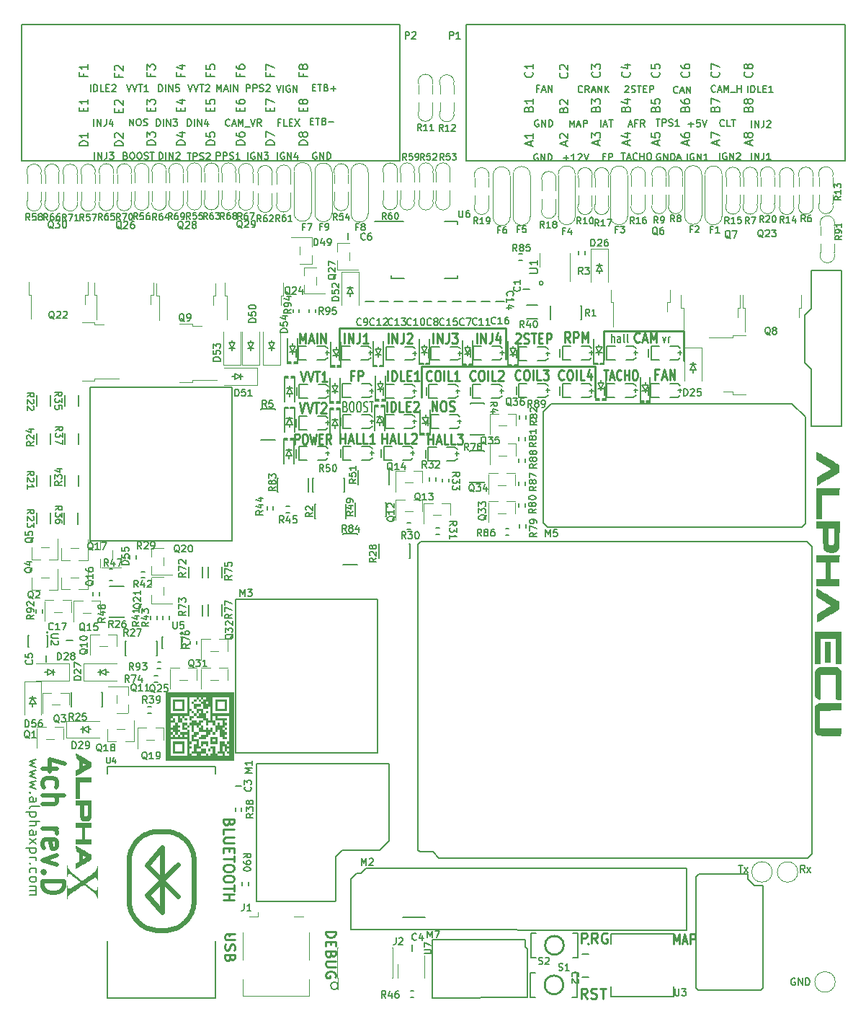
<source format=gto>
G04 #@! TF.GenerationSoftware,KiCad,Pcbnew,(6.0.1)*
G04 #@! TF.CreationDate,2022-07-29T10:47:58+03:00*
G04 #@! TF.ProjectId,alphax_4ch,616c7068-6178-45f3-9463-682e6b696361,a*
G04 #@! TF.SameCoordinates,PX141f5e0PYa2cace0*
G04 #@! TF.FileFunction,Legend,Top*
G04 #@! TF.FilePolarity,Positive*
%FSLAX46Y46*%
G04 Gerber Fmt 4.6, Leading zero omitted, Abs format (unit mm)*
G04 Created by KiCad (PCBNEW (6.0.1)) date 2022-07-29 10:47:58*
%MOMM*%
%LPD*%
G01*
G04 APERTURE LIST*
%ADD10C,0.250000*%
%ADD11C,0.170000*%
%ADD12C,0.200000*%
%ADD13C,0.500000*%
%ADD14C,0.225000*%
%ADD15C,0.150000*%
%ADD16C,0.127000*%
%ADD17C,0.120000*%
%ADD18C,0.099060*%
%ADD19C,0.203200*%
%ADD20C,0.254000*%
%ADD21C,0.631031*%
G04 APERTURE END LIST*
D10*
X37200000Y75250000D02*
X37200000Y79000000D01*
X68300000Y78650000D02*
X77700000Y78650000D01*
X77700000Y78650000D02*
X77700000Y75150000D01*
X46850000Y70800000D02*
X46850000Y74450000D01*
X67250000Y74450000D02*
X67250000Y70850000D01*
X37200000Y79000000D02*
X56750000Y79000000D01*
X46850000Y74450000D02*
X67250000Y74450000D01*
X68300000Y75250000D02*
X68300000Y78650000D01*
X56750000Y79000000D02*
X56750000Y75300000D01*
D11*
X30297619Y103107143D02*
X30030952Y103107143D01*
X30030952Y102688096D02*
X30030952Y103488096D01*
X30411904Y103488096D01*
X31097619Y102688096D02*
X30716666Y102688096D01*
X30716666Y103488096D01*
X31364285Y103107143D02*
X31630952Y103107143D01*
X31745238Y102688096D02*
X31364285Y102688096D01*
X31364285Y103488096D01*
X31745238Y103488096D01*
X32011904Y103488096D02*
X32545238Y102688096D01*
X32545238Y103488096D02*
X32011904Y102688096D01*
X85665308Y102538981D02*
X85665308Y103338981D01*
X86046260Y102538981D02*
X86046260Y103338981D01*
X86503403Y102538981D01*
X86503403Y103338981D01*
X87112927Y103338981D02*
X87112927Y102767552D01*
X87074831Y102653266D01*
X86998641Y102577076D01*
X86884355Y102538981D01*
X86808165Y102538981D01*
X87455784Y103262790D02*
X87493879Y103300885D01*
X87570070Y103338981D01*
X87760546Y103338981D01*
X87836736Y103300885D01*
X87874831Y103262790D01*
X87912927Y103186600D01*
X87912927Y103110409D01*
X87874831Y102996124D01*
X87417689Y102538981D01*
X87912927Y102538981D01*
X76993964Y106624177D02*
X76955869Y106586082D01*
X76841583Y106547987D01*
X76765392Y106547987D01*
X76651107Y106586082D01*
X76574916Y106662272D01*
X76536821Y106738463D01*
X76498726Y106890844D01*
X76498726Y107005130D01*
X76536821Y107157511D01*
X76574916Y107233701D01*
X76651107Y107309891D01*
X76765392Y107347987D01*
X76841583Y107347987D01*
X76955869Y107309891D01*
X76993964Y107271796D01*
X77298726Y106776558D02*
X77679678Y106776558D01*
X77222535Y106547987D02*
X77489202Y107347987D01*
X77755869Y106547987D01*
X78022535Y106547987D02*
X78022535Y107347987D01*
X78479678Y106547987D01*
X78479678Y107347987D01*
X60526726Y99395891D02*
X60450535Y99433987D01*
X60336250Y99433987D01*
X60221964Y99395891D01*
X60145773Y99319701D01*
X60107678Y99243511D01*
X60069583Y99091130D01*
X60069583Y98976844D01*
X60107678Y98824463D01*
X60145773Y98748272D01*
X60221964Y98672082D01*
X60336250Y98633987D01*
X60412440Y98633987D01*
X60526726Y98672082D01*
X60564821Y98710177D01*
X60564821Y98976844D01*
X60412440Y98976844D01*
X60907678Y98633987D02*
X60907678Y99433987D01*
X61364821Y98633987D01*
X61364821Y99433987D01*
X61745773Y98633987D02*
X61745773Y99433987D01*
X61936250Y99433987D01*
X62050535Y99395891D01*
X62126726Y99319701D01*
X62164821Y99243511D01*
X62202916Y99091130D01*
X62202916Y98976844D01*
X62164821Y98824463D01*
X62126726Y98748272D01*
X62050535Y98672082D01*
X61936250Y98633987D01*
X61745773Y98633987D01*
D12*
X75211904Y77964286D02*
X75402380Y77297620D01*
X75592857Y77964286D01*
X75897619Y77297620D02*
X75897619Y77964286D01*
X75897619Y77773810D02*
X75935714Y77869048D01*
X75973809Y77916667D01*
X76050000Y77964286D01*
X76126190Y77964286D01*
D11*
X19400000Y102688096D02*
X19400000Y103488096D01*
X19590476Y103488096D01*
X19704761Y103450000D01*
X19780952Y103373810D01*
X19819047Y103297620D01*
X19857142Y103145239D01*
X19857142Y103030953D01*
X19819047Y102878572D01*
X19780952Y102802381D01*
X19704761Y102726191D01*
X19590476Y102688096D01*
X19400000Y102688096D01*
X20200000Y102688096D02*
X20200000Y103488096D01*
X20580952Y102688096D02*
X20580952Y103488096D01*
X21038095Y102688096D01*
X21038095Y103488096D01*
X21761904Y103221429D02*
X21761904Y102688096D01*
X21571428Y103526191D02*
X21380952Y102954762D01*
X21876190Y102954762D01*
X26278571Y106738096D02*
X26278571Y107538096D01*
X26583333Y107538096D01*
X26659523Y107500000D01*
X26697619Y107461905D01*
X26735714Y107385715D01*
X26735714Y107271429D01*
X26697619Y107195239D01*
X26659523Y107157143D01*
X26583333Y107119048D01*
X26278571Y107119048D01*
X27078571Y106738096D02*
X27078571Y107538096D01*
X27383333Y107538096D01*
X27459523Y107500000D01*
X27497619Y107461905D01*
X27535714Y107385715D01*
X27535714Y107271429D01*
X27497619Y107195239D01*
X27459523Y107157143D01*
X27383333Y107119048D01*
X27078571Y107119048D01*
X27840476Y106776191D02*
X27954761Y106738096D01*
X28145238Y106738096D01*
X28221428Y106776191D01*
X28259523Y106814286D01*
X28297619Y106890477D01*
X28297619Y106966667D01*
X28259523Y107042858D01*
X28221428Y107080953D01*
X28145238Y107119048D01*
X27992857Y107157143D01*
X27916666Y107195239D01*
X27878571Y107233334D01*
X27840476Y107309524D01*
X27840476Y107385715D01*
X27878571Y107461905D01*
X27916666Y107500000D01*
X27992857Y107538096D01*
X28183333Y107538096D01*
X28297619Y107500000D01*
X28602380Y107461905D02*
X28640476Y107500000D01*
X28716666Y107538096D01*
X28907142Y107538096D01*
X28983333Y107500000D01*
X29021428Y107461905D01*
X29059523Y107385715D01*
X29059523Y107309524D01*
X29021428Y107195239D01*
X28564285Y106738096D01*
X29059523Y106738096D01*
D10*
X32630952Y73907143D02*
X32964285Y72707143D01*
X33297619Y73907143D01*
X33488095Y73907143D02*
X33821428Y72707143D01*
X34154761Y73907143D01*
X34345238Y73907143D02*
X34916666Y73907143D01*
X34630952Y72707143D02*
X34630952Y73907143D01*
X35773809Y72707143D02*
X35202380Y72707143D01*
X35488095Y72707143D02*
X35488095Y73907143D01*
X35392857Y73735715D01*
X35297619Y73621429D01*
X35202380Y73564286D01*
X57954761Y78242858D02*
X58002380Y78300000D01*
X58097619Y78357143D01*
X58335714Y78357143D01*
X58430952Y78300000D01*
X58478571Y78242858D01*
X58526190Y78128572D01*
X58526190Y78014286D01*
X58478571Y77842858D01*
X57907142Y77157143D01*
X58526190Y77157143D01*
X58907142Y77214286D02*
X59050000Y77157143D01*
X59288095Y77157143D01*
X59383333Y77214286D01*
X59430952Y77271429D01*
X59478571Y77385715D01*
X59478571Y77500000D01*
X59430952Y77614286D01*
X59383333Y77671429D01*
X59288095Y77728572D01*
X59097619Y77785715D01*
X59002380Y77842858D01*
X58954761Y77900000D01*
X58907142Y78014286D01*
X58907142Y78128572D01*
X58954761Y78242858D01*
X59002380Y78300000D01*
X59097619Y78357143D01*
X59335714Y78357143D01*
X59478571Y78300000D01*
X59764285Y78357143D02*
X60335714Y78357143D01*
X60050000Y77157143D02*
X60050000Y78357143D01*
X60669047Y77785715D02*
X61002380Y77785715D01*
X61145238Y77157143D02*
X60669047Y77157143D01*
X60669047Y78357143D01*
X61145238Y78357143D01*
X61573809Y77157143D02*
X61573809Y78357143D01*
X61954761Y78357143D01*
X62050000Y78300000D01*
X62097619Y78242858D01*
X62145238Y78128572D01*
X62145238Y77957143D01*
X62097619Y77842858D01*
X62050000Y77785715D01*
X61954761Y77728572D01*
X61573809Y77728572D01*
D11*
X12133333Y99207143D02*
X12247619Y99169048D01*
X12285714Y99130953D01*
X12323809Y99054762D01*
X12323809Y98940477D01*
X12285714Y98864286D01*
X12247619Y98826191D01*
X12171428Y98788096D01*
X11866666Y98788096D01*
X11866666Y99588096D01*
X12133333Y99588096D01*
X12209523Y99550000D01*
X12247619Y99511905D01*
X12285714Y99435715D01*
X12285714Y99359524D01*
X12247619Y99283334D01*
X12209523Y99245239D01*
X12133333Y99207143D01*
X11866666Y99207143D01*
X12819047Y99588096D02*
X12971428Y99588096D01*
X13047619Y99550000D01*
X13123809Y99473810D01*
X13161904Y99321429D01*
X13161904Y99054762D01*
X13123809Y98902381D01*
X13047619Y98826191D01*
X12971428Y98788096D01*
X12819047Y98788096D01*
X12742857Y98826191D01*
X12666666Y98902381D01*
X12628571Y99054762D01*
X12628571Y99321429D01*
X12666666Y99473810D01*
X12742857Y99550000D01*
X12819047Y99588096D01*
X13657142Y99588096D02*
X13809523Y99588096D01*
X13885714Y99550000D01*
X13961904Y99473810D01*
X14000000Y99321429D01*
X14000000Y99054762D01*
X13961904Y98902381D01*
X13885714Y98826191D01*
X13809523Y98788096D01*
X13657142Y98788096D01*
X13580952Y98826191D01*
X13504761Y98902381D01*
X13466666Y99054762D01*
X13466666Y99321429D01*
X13504761Y99473810D01*
X13580952Y99550000D01*
X13657142Y99588096D01*
X14304761Y98826191D02*
X14419047Y98788096D01*
X14609523Y98788096D01*
X14685714Y98826191D01*
X14723809Y98864286D01*
X14761904Y98940477D01*
X14761904Y99016667D01*
X14723809Y99092858D01*
X14685714Y99130953D01*
X14609523Y99169048D01*
X14457142Y99207143D01*
X14380952Y99245239D01*
X14342857Y99283334D01*
X14304761Y99359524D01*
X14304761Y99435715D01*
X14342857Y99511905D01*
X14380952Y99550000D01*
X14457142Y99588096D01*
X14647619Y99588096D01*
X14761904Y99550000D01*
X14990476Y99588096D02*
X15447619Y99588096D01*
X15219047Y98788096D02*
X15219047Y99588096D01*
D10*
X42816666Y69157143D02*
X42816666Y70357143D01*
X43292857Y69157143D02*
X43292857Y70357143D01*
X43530952Y70357143D01*
X43673809Y70300000D01*
X43769047Y70185715D01*
X43816666Y70071429D01*
X43864285Y69842858D01*
X43864285Y69671429D01*
X43816666Y69442858D01*
X43769047Y69328572D01*
X43673809Y69214286D01*
X43530952Y69157143D01*
X43292857Y69157143D01*
X44769047Y69157143D02*
X44292857Y69157143D01*
X44292857Y70357143D01*
X45102380Y69785715D02*
X45435714Y69785715D01*
X45578571Y69157143D02*
X45102380Y69157143D01*
X45102380Y70357143D01*
X45578571Y70357143D01*
X45959523Y70242858D02*
X46007142Y70300000D01*
X46102380Y70357143D01*
X46340476Y70357143D01*
X46435714Y70300000D01*
X46483333Y70242858D01*
X46530952Y70128572D01*
X46530952Y70014286D01*
X46483333Y69842858D01*
X45911904Y69157143D01*
X46530952Y69157143D01*
D12*
X69197619Y77297620D02*
X69197619Y78297620D01*
X69540476Y77297620D02*
X69540476Y77821429D01*
X69502380Y77916667D01*
X69426190Y77964286D01*
X69311904Y77964286D01*
X69235714Y77916667D01*
X69197619Y77869048D01*
X70264285Y77297620D02*
X70264285Y77821429D01*
X70226190Y77916667D01*
X70150000Y77964286D01*
X69997619Y77964286D01*
X69921428Y77916667D01*
X70264285Y77345239D02*
X70188095Y77297620D01*
X69997619Y77297620D01*
X69921428Y77345239D01*
X69883333Y77440477D01*
X69883333Y77535715D01*
X69921428Y77630953D01*
X69997619Y77678572D01*
X70188095Y77678572D01*
X70264285Y77726191D01*
X70759523Y77297620D02*
X70683333Y77345239D01*
X70645238Y77440477D01*
X70645238Y78297620D01*
X71178571Y77297620D02*
X71102380Y77345239D01*
X71064285Y77440477D01*
X71064285Y78297620D01*
D10*
X37350000Y65407143D02*
X37350000Y66607143D01*
X37350000Y66035715D02*
X37921428Y66035715D01*
X37921428Y65407143D02*
X37921428Y66607143D01*
X38350000Y65750000D02*
X38826190Y65750000D01*
X38254761Y65407143D02*
X38588095Y66607143D01*
X38921428Y65407143D01*
X39730952Y65407143D02*
X39254761Y65407143D01*
X39254761Y66607143D01*
X40540476Y65407143D02*
X40064285Y65407143D01*
X40064285Y66607143D01*
X41397619Y65407143D02*
X40826190Y65407143D01*
X41111904Y65407143D02*
X41111904Y66607143D01*
X41016666Y66435715D01*
X40921428Y66321429D01*
X40826190Y66264286D01*
X48269047Y77157143D02*
X48269047Y78357143D01*
X48745238Y77157143D02*
X48745238Y78357143D01*
X49316666Y77157143D01*
X49316666Y78357143D01*
X50078571Y78357143D02*
X50078571Y77500000D01*
X50030952Y77328572D01*
X49935714Y77214286D01*
X49792857Y77157143D01*
X49697619Y77157143D01*
X50459523Y78357143D02*
X51078571Y78357143D01*
X50745238Y77900000D01*
X50888095Y77900000D01*
X50983333Y77842858D01*
X51030952Y77785715D01*
X51078571Y77671429D01*
X51078571Y77385715D01*
X51030952Y77271429D01*
X50983333Y77214286D01*
X50888095Y77157143D01*
X50602380Y77157143D01*
X50507142Y77214286D01*
X50459523Y77271429D01*
X64338095Y77307143D02*
X64004761Y77878572D01*
X63766666Y77307143D02*
X63766666Y78507143D01*
X64147619Y78507143D01*
X64242857Y78450000D01*
X64290476Y78392858D01*
X64338095Y78278572D01*
X64338095Y78107143D01*
X64290476Y77992858D01*
X64242857Y77935715D01*
X64147619Y77878572D01*
X63766666Y77878572D01*
X64766666Y77307143D02*
X64766666Y78507143D01*
X65147619Y78507143D01*
X65242857Y78450000D01*
X65290476Y78392858D01*
X65338095Y78278572D01*
X65338095Y78107143D01*
X65290476Y77992858D01*
X65242857Y77935715D01*
X65147619Y77878572D01*
X64766666Y77878572D01*
X65766666Y77307143D02*
X65766666Y78507143D01*
X66100000Y77650000D01*
X66433333Y78507143D01*
X66433333Y77307143D01*
D11*
X70802031Y107354273D02*
X70840126Y107392368D01*
X70916317Y107430464D01*
X71106793Y107430464D01*
X71182983Y107392368D01*
X71221079Y107354273D01*
X71259174Y107278083D01*
X71259174Y107201892D01*
X71221079Y107087607D01*
X70763936Y106630464D01*
X71259174Y106630464D01*
X71563936Y106668559D02*
X71678222Y106630464D01*
X71868698Y106630464D01*
X71944888Y106668559D01*
X71982983Y106706654D01*
X72021079Y106782845D01*
X72021079Y106859035D01*
X71982983Y106935226D01*
X71944888Y106973321D01*
X71868698Y107011416D01*
X71716317Y107049511D01*
X71640126Y107087607D01*
X71602031Y107125702D01*
X71563936Y107201892D01*
X71563936Y107278083D01*
X71602031Y107354273D01*
X71640126Y107392368D01*
X71716317Y107430464D01*
X71906793Y107430464D01*
X72021079Y107392368D01*
X72249650Y107430464D02*
X72706793Y107430464D01*
X72478222Y106630464D02*
X72478222Y107430464D01*
X72973460Y107049511D02*
X73240126Y107049511D01*
X73354412Y106630464D02*
X72973460Y106630464D01*
X72973460Y107430464D01*
X73354412Y107430464D01*
X73697269Y106630464D02*
X73697269Y107430464D01*
X74002031Y107430464D01*
X74078222Y107392368D01*
X74116317Y107354273D01*
X74154412Y107278083D01*
X74154412Y107163797D01*
X74116317Y107087607D01*
X74078222Y107049511D01*
X74002031Y107011416D01*
X73697269Y107011416D01*
D10*
X37819047Y77207143D02*
X37819047Y78407143D01*
X38295238Y77207143D02*
X38295238Y78407143D01*
X38866666Y77207143D01*
X38866666Y78407143D01*
X39628571Y78407143D02*
X39628571Y77550000D01*
X39580952Y77378572D01*
X39485714Y77264286D01*
X39342857Y77207143D01*
X39247619Y77207143D01*
X40628571Y77207143D02*
X40057142Y77207143D01*
X40342857Y77207143D02*
X40342857Y78407143D01*
X40247619Y78235715D01*
X40152380Y78121429D01*
X40057142Y78064286D01*
D11*
X65796227Y106706654D02*
X65758132Y106668559D01*
X65643846Y106630464D01*
X65567655Y106630464D01*
X65453370Y106668559D01*
X65377179Y106744749D01*
X65339084Y106820940D01*
X65300989Y106973321D01*
X65300989Y107087607D01*
X65339084Y107239988D01*
X65377179Y107316178D01*
X65453370Y107392368D01*
X65567655Y107430464D01*
X65643846Y107430464D01*
X65758132Y107392368D01*
X65796227Y107354273D01*
X66596227Y106630464D02*
X66329560Y107011416D01*
X66139084Y106630464D02*
X66139084Y107430464D01*
X66443846Y107430464D01*
X66520036Y107392368D01*
X66558132Y107354273D01*
X66596227Y107278083D01*
X66596227Y107163797D01*
X66558132Y107087607D01*
X66520036Y107049511D01*
X66443846Y107011416D01*
X66139084Y107011416D01*
X66900989Y106859035D02*
X67281941Y106859035D01*
X66824798Y106630464D02*
X67091465Y107430464D01*
X67358132Y106630464D01*
X67624798Y106630464D02*
X67624798Y107430464D01*
X68081941Y106630464D01*
X68081941Y107430464D01*
X68462893Y106630464D02*
X68462893Y107430464D01*
X68920036Y106630464D02*
X68577179Y107087607D01*
X68920036Y107430464D02*
X68462893Y106973321D01*
D10*
X32530952Y70207143D02*
X32864285Y69007143D01*
X33197619Y70207143D01*
X33388095Y70207143D02*
X33721428Y69007143D01*
X34054761Y70207143D01*
X34245238Y70207143D02*
X34816666Y70207143D01*
X34530952Y69007143D02*
X34530952Y70207143D01*
X35102380Y70092858D02*
X35150000Y70150000D01*
X35245238Y70207143D01*
X35483333Y70207143D01*
X35578571Y70150000D01*
X35626190Y70092858D01*
X35673809Y69978572D01*
X35673809Y69864286D01*
X35626190Y69692858D01*
X35054761Y69007143D01*
X35673809Y69007143D01*
D11*
X64298735Y102584908D02*
X64298735Y103384908D01*
X64565401Y102813479D01*
X64832068Y103384908D01*
X64832068Y102584908D01*
X65174925Y102813479D02*
X65555878Y102813479D01*
X65098735Y102584908D02*
X65365401Y103384908D01*
X65632068Y102584908D01*
X65898735Y102584908D02*
X65898735Y103384908D01*
X66203497Y103384908D01*
X66279687Y103346812D01*
X66317782Y103308717D01*
X66355878Y103232527D01*
X66355878Y103118241D01*
X66317782Y103042051D01*
X66279687Y103003955D01*
X66203497Y102965860D01*
X65898735Y102965860D01*
D10*
X53204667Y72921429D02*
X53157048Y72864286D01*
X53014191Y72807143D01*
X52918953Y72807143D01*
X52776096Y72864286D01*
X52680858Y72978572D01*
X52633239Y73092858D01*
X52585620Y73321429D01*
X52585620Y73492858D01*
X52633239Y73721429D01*
X52680858Y73835715D01*
X52776096Y73950000D01*
X52918953Y74007143D01*
X53014191Y74007143D01*
X53157048Y73950000D01*
X53204667Y73892858D01*
X53823715Y74007143D02*
X54014191Y74007143D01*
X54109429Y73950000D01*
X54204667Y73835715D01*
X54252286Y73607143D01*
X54252286Y73207143D01*
X54204667Y72978572D01*
X54109429Y72864286D01*
X54014191Y72807143D01*
X53823715Y72807143D01*
X53728477Y72864286D01*
X53633239Y72978572D01*
X53585620Y73207143D01*
X53585620Y73607143D01*
X53633239Y73835715D01*
X53728477Y73950000D01*
X53823715Y74007143D01*
X54680858Y72807143D02*
X54680858Y74007143D01*
X55633239Y72807143D02*
X55157048Y72807143D01*
X55157048Y74007143D01*
X55918953Y73892858D02*
X55966572Y73950000D01*
X56061810Y74007143D01*
X56299905Y74007143D01*
X56395143Y73950000D01*
X56442762Y73892858D01*
X56490381Y73778572D01*
X56490381Y73664286D01*
X56442762Y73492858D01*
X55871334Y72807143D01*
X56490381Y72807143D01*
D11*
X84133809Y15899048D02*
X84602380Y15899048D01*
X84368095Y15079048D02*
X84368095Y15899048D01*
X84797619Y15079048D02*
X85227142Y15625715D01*
X84797619Y15625715D02*
X85227142Y15079048D01*
X63576726Y98938749D02*
X64186250Y98938749D01*
X63881488Y98633987D02*
X63881488Y99243511D01*
X64986250Y98633987D02*
X64529107Y98633987D01*
X64757678Y98633987D02*
X64757678Y99433987D01*
X64681488Y99319701D01*
X64605297Y99243511D01*
X64529107Y99205415D01*
X65291011Y99357796D02*
X65329107Y99395891D01*
X65405297Y99433987D01*
X65595773Y99433987D01*
X65671964Y99395891D01*
X65710059Y99357796D01*
X65748154Y99281606D01*
X65748154Y99205415D01*
X65710059Y99091130D01*
X65252916Y98633987D01*
X65748154Y98633987D01*
X65976726Y99433987D02*
X66243392Y98633987D01*
X66510059Y99433987D01*
X78086250Y98673987D02*
X78086250Y99473987D01*
X78886250Y99435891D02*
X78810059Y99473987D01*
X78695773Y99473987D01*
X78581488Y99435891D01*
X78505297Y99359701D01*
X78467202Y99283511D01*
X78429107Y99131130D01*
X78429107Y99016844D01*
X78467202Y98864463D01*
X78505297Y98788272D01*
X78581488Y98712082D01*
X78695773Y98673987D01*
X78771964Y98673987D01*
X78886250Y98712082D01*
X78924345Y98750177D01*
X78924345Y99016844D01*
X78771964Y99016844D01*
X79267202Y98673987D02*
X79267202Y99473987D01*
X79724345Y98673987D01*
X79724345Y99473987D01*
X80524345Y98673987D02*
X80067202Y98673987D01*
X80295773Y98673987D02*
X80295773Y99473987D01*
X80219583Y99359701D01*
X80143392Y99283511D01*
X80067202Y99245415D01*
X71236567Y102831965D02*
X71617520Y102831965D01*
X71160377Y102603394D02*
X71427043Y103403394D01*
X71693710Y102603394D01*
X72227043Y103022441D02*
X71960377Y103022441D01*
X71960377Y102603394D02*
X71960377Y103403394D01*
X72341329Y103403394D01*
X73103234Y102603394D02*
X72836567Y102984346D01*
X72646091Y102603394D02*
X72646091Y103403394D01*
X72950853Y103403394D01*
X73027043Y103365298D01*
X73065139Y103327203D01*
X73103234Y103251013D01*
X73103234Y103136727D01*
X73065139Y103060537D01*
X73027043Y103022441D01*
X72950853Y102984346D01*
X72646091Y102984346D01*
X7983333Y106738096D02*
X7983333Y107538096D01*
X8364285Y106738096D02*
X8364285Y107538096D01*
X8554761Y107538096D01*
X8669047Y107500000D01*
X8745238Y107423810D01*
X8783333Y107347620D01*
X8821428Y107195239D01*
X8821428Y107080953D01*
X8783333Y106928572D01*
X8745238Y106852381D01*
X8669047Y106776191D01*
X8554761Y106738096D01*
X8364285Y106738096D01*
X9545238Y106738096D02*
X9164285Y106738096D01*
X9164285Y107538096D01*
X9811904Y107157143D02*
X10078571Y107157143D01*
X10192857Y106738096D02*
X9811904Y106738096D01*
X9811904Y107538096D01*
X10192857Y107538096D01*
X10497619Y107461905D02*
X10535714Y107500000D01*
X10611904Y107538096D01*
X10802380Y107538096D01*
X10878571Y107500000D01*
X10916666Y107461905D01*
X10954761Y107385715D01*
X10954761Y107309524D01*
X10916666Y107195239D01*
X10459523Y106738096D01*
X10954761Y106738096D01*
D13*
X4035714Y27241667D02*
X2369047Y27241667D01*
X4988095Y27789286D02*
X3202380Y28336905D01*
X3202380Y26913096D01*
X2488095Y25051191D02*
X2369047Y25270239D01*
X2369047Y25708334D01*
X2488095Y25927381D01*
X2607142Y26036905D01*
X2845238Y26146429D01*
X3559523Y26146429D01*
X3797619Y26036905D01*
X3916666Y25927381D01*
X4035714Y25708334D01*
X4035714Y25270239D01*
X3916666Y25051191D01*
X2369047Y24065477D02*
X4869047Y24065477D01*
X2369047Y23079762D02*
X3678571Y23079762D01*
X3916666Y23189286D01*
X4035714Y23408334D01*
X4035714Y23736905D01*
X3916666Y23955953D01*
X3797619Y24065477D01*
X2369047Y20232143D02*
X4035714Y20232143D01*
X3559523Y20232143D02*
X3797619Y20122620D01*
X3916666Y20013096D01*
X4035714Y19794048D01*
X4035714Y19575000D01*
X2488095Y17932143D02*
X2369047Y18151191D01*
X2369047Y18589286D01*
X2488095Y18808334D01*
X2726190Y18917858D01*
X3678571Y18917858D01*
X3916666Y18808334D01*
X4035714Y18589286D01*
X4035714Y18151191D01*
X3916666Y17932143D01*
X3678571Y17822620D01*
X3440476Y17822620D01*
X3202380Y18917858D01*
X4035714Y17055953D02*
X2369047Y16508334D01*
X4035714Y15960715D01*
X2607142Y15084524D02*
X2488095Y14975000D01*
X2369047Y15084524D01*
X2488095Y15194048D01*
X2607142Y15084524D01*
X2369047Y15084524D01*
X2369047Y13989286D02*
X4869047Y13989286D01*
X4869047Y13441667D01*
X4749999Y13113096D01*
X4511904Y12894048D01*
X4273809Y12784524D01*
X3797619Y12675000D01*
X3440476Y12675000D01*
X2964285Y12784524D01*
X2726190Y12894048D01*
X2488095Y13113096D01*
X2369047Y13441667D01*
X2369047Y13989286D01*
D10*
X38892857Y73409241D02*
X38559523Y73409241D01*
X38559523Y72780669D02*
X38559523Y73980669D01*
X39035714Y73980669D01*
X39416666Y72780669D02*
X39416666Y73980669D01*
X39797619Y73980669D01*
X39892857Y73923526D01*
X39940476Y73866384D01*
X39988095Y73752098D01*
X39988095Y73580669D01*
X39940476Y73466384D01*
X39892857Y73409241D01*
X39797619Y73352098D01*
X39416666Y73352098D01*
D11*
X60665767Y107070982D02*
X60399101Y107070982D01*
X60399101Y106651935D02*
X60399101Y107451935D01*
X60780053Y107451935D01*
X61046720Y106880506D02*
X61427672Y106880506D01*
X60970529Y106651935D02*
X61237196Y107451935D01*
X61503863Y106651935D01*
X61770529Y106651935D02*
X61770529Y107451935D01*
X62227672Y106651935D01*
X62227672Y107451935D01*
X8445238Y98788096D02*
X8445238Y99588096D01*
X8826190Y98788096D02*
X8826190Y99588096D01*
X9283333Y98788096D01*
X9283333Y99588096D01*
X9892857Y99588096D02*
X9892857Y99016667D01*
X9854761Y98902381D01*
X9778571Y98826191D01*
X9664285Y98788096D01*
X9588095Y98788096D01*
X10197619Y99588096D02*
X10692857Y99588096D01*
X10426190Y99283334D01*
X10540476Y99283334D01*
X10616666Y99245239D01*
X10654761Y99207143D01*
X10692857Y99130953D01*
X10692857Y98940477D01*
X10654761Y98864286D01*
X10616666Y98826191D01*
X10540476Y98788096D01*
X10311904Y98788096D01*
X10235714Y98826191D01*
X10197619Y98864286D01*
X60625366Y103377473D02*
X60549175Y103415569D01*
X60434890Y103415569D01*
X60320604Y103377473D01*
X60244413Y103301283D01*
X60206318Y103225093D01*
X60168223Y103072712D01*
X60168223Y102958426D01*
X60206318Y102806045D01*
X60244413Y102729854D01*
X60320604Y102653664D01*
X60434890Y102615569D01*
X60511080Y102615569D01*
X60625366Y102653664D01*
X60663461Y102691759D01*
X60663461Y102958426D01*
X60511080Y102958426D01*
X61006318Y102615569D02*
X61006318Y103415569D01*
X61463461Y102615569D01*
X61463461Y103415569D01*
X61844413Y102615569D02*
X61844413Y103415569D01*
X62034890Y103415569D01*
X62149175Y103377473D01*
X62225366Y103301283D01*
X62263461Y103225093D01*
X62301556Y103072712D01*
X62301556Y102958426D01*
X62263461Y102806045D01*
X62225366Y102729854D01*
X62149175Y102653664D01*
X62034890Y102615569D01*
X61844413Y102615569D01*
D10*
X72509523Y77371429D02*
X72461904Y77314286D01*
X72319047Y77257143D01*
X72223809Y77257143D01*
X72080952Y77314286D01*
X71985714Y77428572D01*
X71938095Y77542858D01*
X71890476Y77771429D01*
X71890476Y77942858D01*
X71938095Y78171429D01*
X71985714Y78285715D01*
X72080952Y78400000D01*
X72223809Y78457143D01*
X72319047Y78457143D01*
X72461904Y78400000D01*
X72509523Y78342858D01*
X72890476Y77600000D02*
X73366666Y77600000D01*
X72795238Y77257143D02*
X73128571Y78457143D01*
X73461904Y77257143D01*
X73795238Y77257143D02*
X73795238Y78457143D01*
X74128571Y77600000D01*
X74461904Y78457143D01*
X74461904Y77257143D01*
D11*
X81423809Y106764286D02*
X81385714Y106726191D01*
X81271428Y106688096D01*
X81195238Y106688096D01*
X81080952Y106726191D01*
X81004761Y106802381D01*
X80966666Y106878572D01*
X80928571Y107030953D01*
X80928571Y107145239D01*
X80966666Y107297620D01*
X81004761Y107373810D01*
X81080952Y107450000D01*
X81195238Y107488096D01*
X81271428Y107488096D01*
X81385714Y107450000D01*
X81423809Y107411905D01*
X81728571Y106916667D02*
X82109523Y106916667D01*
X81652380Y106688096D02*
X81919047Y107488096D01*
X82185714Y106688096D01*
X82452380Y106688096D02*
X82452380Y107488096D01*
X82719047Y106916667D01*
X82985714Y107488096D01*
X82985714Y106688096D01*
X83176190Y106611905D02*
X83785714Y106611905D01*
X83976190Y106688096D02*
X83976190Y107488096D01*
X83976190Y107107143D02*
X84433333Y107107143D01*
X84433333Y106688096D02*
X84433333Y107488096D01*
X16050000Y98788096D02*
X16050000Y99588096D01*
X16240476Y99588096D01*
X16354761Y99550000D01*
X16430952Y99473810D01*
X16469047Y99397620D01*
X16507142Y99245239D01*
X16507142Y99130953D01*
X16469047Y98978572D01*
X16430952Y98902381D01*
X16354761Y98826191D01*
X16240476Y98788096D01*
X16050000Y98788096D01*
X16850000Y98788096D02*
X16850000Y99588096D01*
X17230952Y98788096D02*
X17230952Y99588096D01*
X17688095Y98788096D01*
X17688095Y99588096D01*
X18030952Y99511905D02*
X18069047Y99550000D01*
X18145238Y99588096D01*
X18335714Y99588096D01*
X18411904Y99550000D01*
X18450000Y99511905D01*
X18488095Y99435715D01*
X18488095Y99359524D01*
X18450000Y99245239D01*
X17992857Y98788096D01*
X18488095Y98788096D01*
D10*
X42250000Y65407143D02*
X42250000Y66607143D01*
X42250000Y66035715D02*
X42821428Y66035715D01*
X42821428Y65407143D02*
X42821428Y66607143D01*
X43250000Y65750000D02*
X43726190Y65750000D01*
X43154761Y65407143D02*
X43488095Y66607143D01*
X43821428Y65407143D01*
X44630952Y65407143D02*
X44154761Y65407143D01*
X44154761Y66607143D01*
X45440476Y65407143D02*
X44964285Y65407143D01*
X44964285Y66607143D01*
X45726190Y66492858D02*
X45773809Y66550000D01*
X45869047Y66607143D01*
X46107142Y66607143D01*
X46202380Y66550000D01*
X46250000Y66492858D01*
X46297619Y66378572D01*
X46297619Y66264286D01*
X46250000Y66092858D01*
X45678571Y65407143D01*
X46297619Y65407143D01*
D11*
X12254761Y107538096D02*
X12521428Y106738096D01*
X12788095Y107538096D01*
X12940476Y107538096D02*
X13207142Y106738096D01*
X13473809Y107538096D01*
X13626190Y107538096D02*
X14083333Y107538096D01*
X13854761Y106738096D02*
X13854761Y107538096D01*
X14769047Y106738096D02*
X14311904Y106738096D01*
X14540476Y106738096D02*
X14540476Y107538096D01*
X14464285Y107423810D01*
X14388095Y107347620D01*
X14311904Y107309524D01*
X34540476Y99550000D02*
X34464285Y99588096D01*
X34350000Y99588096D01*
X34235714Y99550000D01*
X34159523Y99473810D01*
X34121428Y99397620D01*
X34083333Y99245239D01*
X34083333Y99130953D01*
X34121428Y98978572D01*
X34159523Y98902381D01*
X34235714Y98826191D01*
X34350000Y98788096D01*
X34426190Y98788096D01*
X34540476Y98826191D01*
X34578571Y98864286D01*
X34578571Y99130953D01*
X34426190Y99130953D01*
X34921428Y98788096D02*
X34921428Y99588096D01*
X35378571Y98788096D01*
X35378571Y99588096D01*
X35759523Y98788096D02*
X35759523Y99588096D01*
X35950000Y99588096D01*
X36064285Y99550000D01*
X36140476Y99473810D01*
X36178571Y99397620D01*
X36216666Y99245239D01*
X36216666Y99130953D01*
X36178571Y98978572D01*
X36140476Y98902381D01*
X36064285Y98826191D01*
X35950000Y98788096D01*
X35759523Y98788096D01*
X19454761Y107538096D02*
X19721428Y106738096D01*
X19988095Y107538096D01*
X20140476Y107538096D02*
X20407142Y106738096D01*
X20673809Y107538096D01*
X20826190Y107538096D02*
X21283333Y107538096D01*
X21054761Y106738096D02*
X21054761Y107538096D01*
X21511904Y107461905D02*
X21550000Y107500000D01*
X21626190Y107538096D01*
X21816666Y107538096D01*
X21892857Y107500000D01*
X21930952Y107461905D01*
X21969047Y107385715D01*
X21969047Y107309524D01*
X21930952Y107195239D01*
X21473809Y106738096D01*
X21969047Y106738096D01*
D10*
X47650000Y65307143D02*
X47650000Y66507143D01*
X47650000Y65935715D02*
X48221428Y65935715D01*
X48221428Y65307143D02*
X48221428Y66507143D01*
X48650000Y65650000D02*
X49126190Y65650000D01*
X48554761Y65307143D02*
X48888095Y66507143D01*
X49221428Y65307143D01*
X50030952Y65307143D02*
X49554761Y65307143D01*
X49554761Y66507143D01*
X50840476Y65307143D02*
X50364285Y65307143D01*
X50364285Y66507143D01*
X51078571Y66507143D02*
X51697619Y66507143D01*
X51364285Y66050000D01*
X51507142Y66050000D01*
X51602380Y65992858D01*
X51650000Y65935715D01*
X51697619Y65821429D01*
X51697619Y65535715D01*
X51650000Y65421429D01*
X51602380Y65364286D01*
X51507142Y65307143D01*
X51221428Y65307143D01*
X51126190Y65364286D01*
X51078571Y65421429D01*
D11*
X90775238Y2610000D02*
X90697142Y2649048D01*
X90580000Y2649048D01*
X90462857Y2610000D01*
X90384761Y2531905D01*
X90345714Y2453810D01*
X90306666Y2297620D01*
X90306666Y2180477D01*
X90345714Y2024286D01*
X90384761Y1946191D01*
X90462857Y1868096D01*
X90580000Y1829048D01*
X90658095Y1829048D01*
X90775238Y1868096D01*
X90814285Y1907143D01*
X90814285Y2180477D01*
X90658095Y2180477D01*
X91165714Y1829048D02*
X91165714Y2649048D01*
X91634285Y1829048D01*
X91634285Y2649048D01*
X92024761Y1829048D02*
X92024761Y2649048D01*
X92220000Y2649048D01*
X92337142Y2610000D01*
X92415238Y2531905D01*
X92454285Y2453810D01*
X92493333Y2297620D01*
X92493333Y2180477D01*
X92454285Y2024286D01*
X92415238Y1946191D01*
X92337142Y1868096D01*
X92220000Y1829048D01*
X92024761Y1829048D01*
X85686779Y98738096D02*
X85686779Y99538096D01*
X86067731Y98738096D02*
X86067731Y99538096D01*
X86524874Y98738096D01*
X86524874Y99538096D01*
X87134398Y99538096D02*
X87134398Y98966667D01*
X87096302Y98852381D01*
X87020112Y98776191D01*
X86905826Y98738096D01*
X86829636Y98738096D01*
X87934398Y98738096D02*
X87477255Y98738096D01*
X87705826Y98738096D02*
X87705826Y99538096D01*
X87629636Y99423810D01*
X87553445Y99347620D01*
X87477255Y99309524D01*
X12571428Y102738096D02*
X12571428Y103538096D01*
X13028571Y102738096D01*
X13028571Y103538096D01*
X13561904Y103538096D02*
X13714285Y103538096D01*
X13790476Y103500000D01*
X13866666Y103423810D01*
X13904761Y103271429D01*
X13904761Y103004762D01*
X13866666Y102852381D01*
X13790476Y102776191D01*
X13714285Y102738096D01*
X13561904Y102738096D01*
X13485714Y102776191D01*
X13409523Y102852381D01*
X13371428Y103004762D01*
X13371428Y103271429D01*
X13409523Y103423810D01*
X13485714Y103500000D01*
X13561904Y103538096D01*
X14209523Y102776191D02*
X14323809Y102738096D01*
X14514285Y102738096D01*
X14590476Y102776191D01*
X14628571Y102814286D01*
X14666666Y102890477D01*
X14666666Y102966667D01*
X14628571Y103042858D01*
X14590476Y103080953D01*
X14514285Y103119048D01*
X14361904Y103157143D01*
X14285714Y103195239D01*
X14247619Y103233334D01*
X14209523Y103309524D01*
X14209523Y103385715D01*
X14247619Y103461905D01*
X14285714Y103500000D01*
X14361904Y103538096D01*
X14552380Y103538096D01*
X14666666Y103500000D01*
X33828571Y103257143D02*
X34095238Y103257143D01*
X34209523Y102838096D02*
X33828571Y102838096D01*
X33828571Y103638096D01*
X34209523Y103638096D01*
X34438095Y103638096D02*
X34895238Y103638096D01*
X34666666Y102838096D02*
X34666666Y103638096D01*
X35428571Y103257143D02*
X35542857Y103219048D01*
X35580952Y103180953D01*
X35619047Y103104762D01*
X35619047Y102990477D01*
X35580952Y102914286D01*
X35542857Y102876191D01*
X35466666Y102838096D01*
X35161904Y102838096D01*
X35161904Y103638096D01*
X35428571Y103638096D01*
X35504761Y103600000D01*
X35542857Y103561905D01*
X35580952Y103485715D01*
X35580952Y103409524D01*
X35542857Y103333334D01*
X35504761Y103295239D01*
X35428571Y103257143D01*
X35161904Y103257143D01*
X35961904Y103142858D02*
X36571428Y103142858D01*
X34078571Y107207143D02*
X34345238Y107207143D01*
X34459523Y106788096D02*
X34078571Y106788096D01*
X34078571Y107588096D01*
X34459523Y107588096D01*
X34688095Y107588096D02*
X35145238Y107588096D01*
X34916666Y106788096D02*
X34916666Y107588096D01*
X35678571Y107207143D02*
X35792857Y107169048D01*
X35830952Y107130953D01*
X35869047Y107054762D01*
X35869047Y106940477D01*
X35830952Y106864286D01*
X35792857Y106826191D01*
X35716666Y106788096D01*
X35411904Y106788096D01*
X35411904Y107588096D01*
X35678571Y107588096D01*
X35754761Y107550000D01*
X35792857Y107511905D01*
X35830952Y107435715D01*
X35830952Y107359524D01*
X35792857Y107283334D01*
X35754761Y107245239D01*
X35678571Y107207143D01*
X35411904Y107207143D01*
X36211904Y107092858D02*
X36821428Y107092858D01*
X36516666Y106788096D02*
X36516666Y107397620D01*
X24350000Y102764286D02*
X24311904Y102726191D01*
X24197619Y102688096D01*
X24121428Y102688096D01*
X24007142Y102726191D01*
X23930952Y102802381D01*
X23892857Y102878572D01*
X23854761Y103030953D01*
X23854761Y103145239D01*
X23892857Y103297620D01*
X23930952Y103373810D01*
X24007142Y103450000D01*
X24121428Y103488096D01*
X24197619Y103488096D01*
X24311904Y103450000D01*
X24350000Y103411905D01*
X24654761Y102916667D02*
X25035714Y102916667D01*
X24578571Y102688096D02*
X24845238Y103488096D01*
X25111904Y102688096D01*
X25378571Y102688096D02*
X25378571Y103488096D01*
X25645238Y102916667D01*
X25911904Y103488096D01*
X25911904Y102688096D01*
X26102380Y102611905D02*
X26711904Y102611905D01*
X26788095Y103488096D02*
X27054761Y102688096D01*
X27321428Y103488096D01*
X28045238Y102688096D02*
X27778571Y103069048D01*
X27588095Y102688096D02*
X27588095Y103488096D01*
X27892857Y103488096D01*
X27969047Y103450000D01*
X28007142Y103411905D01*
X28045238Y103335715D01*
X28045238Y103221429D01*
X28007142Y103145239D01*
X27969047Y103107143D01*
X27892857Y103069048D01*
X27588095Y103069048D01*
X22778571Y98788096D02*
X22778571Y99588096D01*
X23083333Y99588096D01*
X23159523Y99550000D01*
X23197619Y99511905D01*
X23235714Y99435715D01*
X23235714Y99321429D01*
X23197619Y99245239D01*
X23159523Y99207143D01*
X23083333Y99169048D01*
X22778571Y99169048D01*
X23578571Y98788096D02*
X23578571Y99588096D01*
X23883333Y99588096D01*
X23959523Y99550000D01*
X23997619Y99511905D01*
X24035714Y99435715D01*
X24035714Y99321429D01*
X23997619Y99245239D01*
X23959523Y99207143D01*
X23883333Y99169048D01*
X23578571Y99169048D01*
X24340476Y98826191D02*
X24454761Y98788096D01*
X24645238Y98788096D01*
X24721428Y98826191D01*
X24759523Y98864286D01*
X24797619Y98940477D01*
X24797619Y99016667D01*
X24759523Y99092858D01*
X24721428Y99130953D01*
X24645238Y99169048D01*
X24492857Y99207143D01*
X24416666Y99245239D01*
X24378571Y99283334D01*
X24340476Y99359524D01*
X24340476Y99435715D01*
X24378571Y99511905D01*
X24416666Y99550000D01*
X24492857Y99588096D01*
X24683333Y99588096D01*
X24797619Y99550000D01*
X25559523Y98788096D02*
X25102380Y98788096D01*
X25330952Y98788096D02*
X25330952Y99588096D01*
X25254761Y99473810D01*
X25178571Y99397620D01*
X25102380Y99359524D01*
D10*
X53369047Y77207143D02*
X53369047Y78407143D01*
X53845238Y77207143D02*
X53845238Y78407143D01*
X54416666Y77207143D01*
X54416666Y78407143D01*
X55178571Y78407143D02*
X55178571Y77550000D01*
X55130952Y77378572D01*
X55035714Y77264286D01*
X54892857Y77207143D01*
X54797619Y77207143D01*
X56083333Y78007143D02*
X56083333Y77207143D01*
X55845238Y78464286D02*
X55607142Y77607143D01*
X56226190Y77607143D01*
X65675714Y6767143D02*
X65675714Y7967143D01*
X66132857Y7967143D01*
X66247142Y7910000D01*
X66304285Y7852858D01*
X66361428Y7738572D01*
X66361428Y7567143D01*
X66304285Y7452858D01*
X66247142Y7395715D01*
X66132857Y7338572D01*
X65675714Y7338572D01*
X67561428Y6767143D02*
X67161428Y7338572D01*
X66875714Y6767143D02*
X66875714Y7967143D01*
X67332857Y7967143D01*
X67447142Y7910000D01*
X67504285Y7852858D01*
X67561428Y7738572D01*
X67561428Y7567143D01*
X67504285Y7452858D01*
X67447142Y7395715D01*
X67332857Y7338572D01*
X66875714Y7338572D01*
X68704285Y7910000D02*
X68590000Y7967143D01*
X68418571Y7967143D01*
X68247142Y7910000D01*
X68132857Y7795715D01*
X68075714Y7681429D01*
X68018571Y7452858D01*
X68018571Y7281429D01*
X68075714Y7052858D01*
X68132857Y6938572D01*
X68247142Y6824286D01*
X68418571Y6767143D01*
X68532857Y6767143D01*
X68704285Y6824286D01*
X68761428Y6881429D01*
X68761428Y7281429D01*
X68532857Y7281429D01*
D11*
X19359523Y99538096D02*
X19816666Y99538096D01*
X19588095Y98738096D02*
X19588095Y99538096D01*
X20083333Y98738096D02*
X20083333Y99538096D01*
X20388095Y99538096D01*
X20464285Y99500000D01*
X20502380Y99461905D01*
X20540476Y99385715D01*
X20540476Y99271429D01*
X20502380Y99195239D01*
X20464285Y99157143D01*
X20388095Y99119048D01*
X20083333Y99119048D01*
X20845238Y98776191D02*
X20959523Y98738096D01*
X21150000Y98738096D01*
X21226190Y98776191D01*
X21264285Y98814286D01*
X21302380Y98890477D01*
X21302380Y98966667D01*
X21264285Y99042858D01*
X21226190Y99080953D01*
X21150000Y99119048D01*
X20997619Y99157143D01*
X20921428Y99195239D01*
X20883333Y99233334D01*
X20845238Y99309524D01*
X20845238Y99385715D01*
X20883333Y99461905D01*
X20921428Y99500000D01*
X20997619Y99538096D01*
X21188095Y99538096D01*
X21302380Y99500000D01*
X21607142Y99461905D02*
X21645238Y99500000D01*
X21721428Y99538096D01*
X21911904Y99538096D01*
X21988095Y99500000D01*
X22026190Y99461905D01*
X22064285Y99385715D01*
X22064285Y99309524D01*
X22026190Y99195239D01*
X21569047Y98738096D01*
X22064285Y98738096D01*
X78248176Y102908156D02*
X78857700Y102908156D01*
X78552938Y102603394D02*
X78552938Y103212918D01*
X79619605Y103403394D02*
X79238652Y103403394D01*
X79200557Y103022441D01*
X79238652Y103060537D01*
X79314843Y103098632D01*
X79505319Y103098632D01*
X79581509Y103060537D01*
X79619605Y103022441D01*
X79657700Y102946251D01*
X79657700Y102755775D01*
X79619605Y102679584D01*
X79581509Y102641489D01*
X79505319Y102603394D01*
X79314843Y102603394D01*
X79238652Y102641489D01*
X79200557Y102679584D01*
X79886271Y103403394D02*
X80152938Y102603394D01*
X80419605Y103403394D01*
X67954266Y102612820D02*
X67954266Y103412820D01*
X68297124Y102841391D02*
X68678076Y102841391D01*
X68220933Y102612820D02*
X68487600Y103412820D01*
X68754266Y102612820D01*
X68906647Y103412820D02*
X69363790Y103412820D01*
X69135219Y102612820D02*
X69135219Y103412820D01*
X85217520Y106639911D02*
X85217520Y107439911D01*
X85598472Y106639911D02*
X85598472Y107439911D01*
X85788948Y107439911D01*
X85903234Y107401815D01*
X85979425Y107325625D01*
X86017520Y107249435D01*
X86055615Y107097054D01*
X86055615Y106982768D01*
X86017520Y106830387D01*
X85979425Y106754196D01*
X85903234Y106678006D01*
X85788948Y106639911D01*
X85598472Y106639911D01*
X86779425Y106639911D02*
X86398472Y106639911D01*
X86398472Y107439911D01*
X87046091Y107058958D02*
X87312758Y107058958D01*
X87427044Y106639911D02*
X87046091Y106639911D01*
X87046091Y107439911D01*
X87427044Y107439911D01*
X88188948Y106639911D02*
X87731806Y106639911D01*
X87960377Y106639911D02*
X87960377Y107439911D01*
X87884187Y107325625D01*
X87807996Y107249435D01*
X87731806Y107211339D01*
X29950000Y98788096D02*
X29950000Y99588096D01*
X30750000Y99550000D02*
X30673809Y99588096D01*
X30559523Y99588096D01*
X30445238Y99550000D01*
X30369047Y99473810D01*
X30330952Y99397620D01*
X30292857Y99245239D01*
X30292857Y99130953D01*
X30330952Y98978572D01*
X30369047Y98902381D01*
X30445238Y98826191D01*
X30559523Y98788096D01*
X30635714Y98788096D01*
X30750000Y98826191D01*
X30788095Y98864286D01*
X30788095Y99130953D01*
X30635714Y99130953D01*
X31130952Y98788096D02*
X31130952Y99588096D01*
X31588095Y98788096D01*
X31588095Y99588096D01*
X32311904Y99321429D02*
X32311904Y98788096D01*
X32121428Y99626191D02*
X31930952Y99054762D01*
X32426190Y99054762D01*
D10*
X24957142Y7814286D02*
X23985714Y7814286D01*
X23871428Y7757143D01*
X23814285Y7700000D01*
X23757142Y7585715D01*
X23757142Y7357143D01*
X23814285Y7242858D01*
X23871428Y7185715D01*
X23985714Y7128572D01*
X24957142Y7128572D01*
X23814285Y6614286D02*
X23757142Y6442858D01*
X23757142Y6157143D01*
X23814285Y6042858D01*
X23871428Y5985715D01*
X23985714Y5928572D01*
X24100000Y5928572D01*
X24214285Y5985715D01*
X24271428Y6042858D01*
X24328571Y6157143D01*
X24385714Y6385715D01*
X24442857Y6500000D01*
X24500000Y6557143D01*
X24614285Y6614286D01*
X24728571Y6614286D01*
X24842857Y6557143D01*
X24900000Y6500000D01*
X24957142Y6385715D01*
X24957142Y6100000D01*
X24900000Y5928572D01*
X24385714Y5014286D02*
X24328571Y4842858D01*
X24271428Y4785715D01*
X24157142Y4728572D01*
X23985714Y4728572D01*
X23871428Y4785715D01*
X23814285Y4842858D01*
X23757142Y4957143D01*
X23757142Y5414286D01*
X24957142Y5414286D01*
X24957142Y5014286D01*
X24900000Y4900000D01*
X24842857Y4842858D01*
X24728571Y4785715D01*
X24614285Y4785715D01*
X24500000Y4842858D01*
X24442857Y4900000D01*
X24385714Y5014286D01*
X24385714Y5414286D01*
X74678477Y73535715D02*
X74345143Y73535715D01*
X74345143Y72907143D02*
X74345143Y74107143D01*
X74821334Y74107143D01*
X75154667Y73250000D02*
X75630858Y73250000D01*
X75059429Y72907143D02*
X75392762Y74107143D01*
X75726096Y72907143D01*
X76059429Y72907143D02*
X76059429Y74107143D01*
X76630858Y72907143D01*
X76630858Y74107143D01*
X35607142Y8135715D02*
X36807142Y8135715D01*
X36807142Y7850000D01*
X36750000Y7678572D01*
X36635714Y7564286D01*
X36521428Y7507143D01*
X36292857Y7450000D01*
X36121428Y7450000D01*
X35892857Y7507143D01*
X35778571Y7564286D01*
X35664285Y7678572D01*
X35607142Y7850000D01*
X35607142Y8135715D01*
X36235714Y6935715D02*
X36235714Y6535715D01*
X35607142Y6364286D02*
X35607142Y6935715D01*
X36807142Y6935715D01*
X36807142Y6364286D01*
X36235714Y5450000D02*
X36178571Y5278572D01*
X36121428Y5221429D01*
X36007142Y5164286D01*
X35835714Y5164286D01*
X35721428Y5221429D01*
X35664285Y5278572D01*
X35607142Y5392858D01*
X35607142Y5850000D01*
X36807142Y5850000D01*
X36807142Y5450000D01*
X36750000Y5335715D01*
X36692857Y5278572D01*
X36578571Y5221429D01*
X36464285Y5221429D01*
X36350000Y5278572D01*
X36292857Y5335715D01*
X36235714Y5450000D01*
X36235714Y5850000D01*
X36807142Y4650000D02*
X35835714Y4650000D01*
X35721428Y4592858D01*
X35664285Y4535715D01*
X35607142Y4421429D01*
X35607142Y4192858D01*
X35664285Y4078572D01*
X35721428Y4021429D01*
X35835714Y3964286D01*
X36807142Y3964286D01*
X36750000Y2764286D02*
X36807142Y2878572D01*
X36807142Y3050000D01*
X36750000Y3221429D01*
X36635714Y3335715D01*
X36521428Y3392858D01*
X36292857Y3450000D01*
X36121428Y3450000D01*
X35892857Y3392858D01*
X35778571Y3335715D01*
X35664285Y3221429D01*
X35607142Y3050000D01*
X35607142Y2935715D01*
X35664285Y2764286D01*
X35721428Y2707143D01*
X36121428Y2707143D01*
X36121428Y2935715D01*
D11*
X82438483Y102722525D02*
X82400388Y102684430D01*
X82286102Y102646335D01*
X82209912Y102646335D01*
X82095626Y102684430D01*
X82019436Y102760620D01*
X81981340Y102836811D01*
X81943245Y102989192D01*
X81943245Y103103478D01*
X81981340Y103255859D01*
X82019436Y103332049D01*
X82095626Y103408239D01*
X82209912Y103446335D01*
X82286102Y103446335D01*
X82400388Y103408239D01*
X82438483Y103370144D01*
X83162293Y102646335D02*
X82781340Y102646335D01*
X82781340Y103446335D01*
X83314674Y103446335D02*
X83771816Y103446335D01*
X83543245Y102646335D02*
X83543245Y103446335D01*
D10*
X58516666Y72971429D02*
X58469047Y72914286D01*
X58326190Y72857143D01*
X58230952Y72857143D01*
X58088095Y72914286D01*
X57992857Y73028572D01*
X57945238Y73142858D01*
X57897619Y73371429D01*
X57897619Y73542858D01*
X57945238Y73771429D01*
X57992857Y73885715D01*
X58088095Y74000000D01*
X58230952Y74057143D01*
X58326190Y74057143D01*
X58469047Y74000000D01*
X58516666Y73942858D01*
X59135714Y74057143D02*
X59326190Y74057143D01*
X59421428Y74000000D01*
X59516666Y73885715D01*
X59564285Y73657143D01*
X59564285Y73257143D01*
X59516666Y73028572D01*
X59421428Y72914286D01*
X59326190Y72857143D01*
X59135714Y72857143D01*
X59040476Y72914286D01*
X58945238Y73028572D01*
X58897619Y73257143D01*
X58897619Y73657143D01*
X58945238Y73885715D01*
X59040476Y74000000D01*
X59135714Y74057143D01*
X59992857Y72857143D02*
X59992857Y74057143D01*
X60945238Y72857143D02*
X60469047Y72857143D01*
X60469047Y74057143D01*
X61183333Y74057143D02*
X61802380Y74057143D01*
X61469047Y73600000D01*
X61611904Y73600000D01*
X61707142Y73542858D01*
X61754761Y73485715D01*
X61802380Y73371429D01*
X61802380Y73085715D01*
X61754761Y72971429D01*
X61707142Y72914286D01*
X61611904Y72857143D01*
X61326190Y72857143D01*
X61230952Y72914286D01*
X61183333Y72971429D01*
X32576190Y77207143D02*
X32576190Y78407143D01*
X32909523Y77550000D01*
X33242857Y78407143D01*
X33242857Y77207143D01*
X33671428Y77550000D02*
X34147619Y77550000D01*
X33576190Y77207143D02*
X33909523Y78407143D01*
X34242857Y77207143D01*
X34576190Y77207143D02*
X34576190Y78407143D01*
X35052380Y77207143D02*
X35052380Y78407143D01*
X35623809Y77207143D01*
X35623809Y78407143D01*
D11*
X29823809Y107488096D02*
X30090476Y106688096D01*
X30357142Y107488096D01*
X30623809Y106688096D02*
X30623809Y107488096D01*
X31423809Y107450000D02*
X31347619Y107488096D01*
X31233333Y107488096D01*
X31119047Y107450000D01*
X31042857Y107373810D01*
X31004761Y107297620D01*
X30966666Y107145239D01*
X30966666Y107030953D01*
X31004761Y106878572D01*
X31042857Y106802381D01*
X31119047Y106726191D01*
X31233333Y106688096D01*
X31309523Y106688096D01*
X31423809Y106726191D01*
X31461904Y106764286D01*
X31461904Y107030953D01*
X31309523Y107030953D01*
X31804761Y106688096D02*
X31804761Y107488096D01*
X32261904Y106688096D01*
X32261904Y107488096D01*
X81920028Y98738643D02*
X81920028Y99538643D01*
X82720028Y99500547D02*
X82643837Y99538643D01*
X82529551Y99538643D01*
X82415266Y99500547D01*
X82339075Y99424357D01*
X82300980Y99348167D01*
X82262885Y99195786D01*
X82262885Y99081500D01*
X82300980Y98929119D01*
X82339075Y98852928D01*
X82415266Y98776738D01*
X82529551Y98738643D01*
X82605742Y98738643D01*
X82720028Y98776738D01*
X82758123Y98814833D01*
X82758123Y99081500D01*
X82605742Y99081500D01*
X83100980Y98738643D02*
X83100980Y99538643D01*
X83558123Y98738643D01*
X83558123Y99538643D01*
X83900980Y99462452D02*
X83939075Y99500547D01*
X84015266Y99538643D01*
X84205742Y99538643D01*
X84281932Y99500547D01*
X84320028Y99462452D01*
X84358123Y99386262D01*
X84358123Y99310071D01*
X84320028Y99195786D01*
X83862885Y98738643D01*
X84358123Y98738643D01*
X70360377Y99517172D02*
X70817520Y99517172D01*
X70588948Y98717172D02*
X70588948Y99517172D01*
X71046091Y98945743D02*
X71427043Y98945743D01*
X70969901Y98717172D02*
X71236567Y99517172D01*
X71503234Y98717172D01*
X72227043Y98793362D02*
X72188948Y98755267D01*
X72074662Y98717172D01*
X71998472Y98717172D01*
X71884186Y98755267D01*
X71807996Y98831457D01*
X71769901Y98907648D01*
X71731805Y99060029D01*
X71731805Y99174315D01*
X71769901Y99326696D01*
X71807996Y99402886D01*
X71884186Y99479076D01*
X71998472Y99517172D01*
X72074662Y99517172D01*
X72188948Y99479076D01*
X72227043Y99440981D01*
X72569901Y98717172D02*
X72569901Y99517172D01*
X72569901Y99136219D02*
X73027043Y99136219D01*
X73027043Y98717172D02*
X73027043Y99517172D01*
X73560377Y99517172D02*
X73712758Y99517172D01*
X73788948Y99479076D01*
X73865139Y99402886D01*
X73903234Y99250505D01*
X73903234Y98983838D01*
X73865139Y98831457D01*
X73788948Y98755267D01*
X73712758Y98717172D01*
X73560377Y98717172D01*
X73484186Y98755267D01*
X73407996Y98831457D01*
X73369901Y98983838D01*
X73369901Y99250505D01*
X73407996Y99402886D01*
X73484186Y99479076D01*
X73560377Y99517172D01*
D10*
X66352857Y247143D02*
X65952857Y818572D01*
X65667142Y247143D02*
X65667142Y1447143D01*
X66124285Y1447143D01*
X66238571Y1390000D01*
X66295714Y1332858D01*
X66352857Y1218572D01*
X66352857Y1047143D01*
X66295714Y932858D01*
X66238571Y875715D01*
X66124285Y818572D01*
X65667142Y818572D01*
X66810000Y304286D02*
X66981428Y247143D01*
X67267142Y247143D01*
X67381428Y304286D01*
X67438571Y361429D01*
X67495714Y475715D01*
X67495714Y590000D01*
X67438571Y704286D01*
X67381428Y761429D01*
X67267142Y818572D01*
X67038571Y875715D01*
X66924285Y932858D01*
X66867142Y990000D01*
X66810000Y1104286D01*
X66810000Y1218572D01*
X66867142Y1332858D01*
X66924285Y1390000D01*
X67038571Y1447143D01*
X67324285Y1447143D01*
X67495714Y1390000D01*
X67838571Y1447143D02*
X68524285Y1447143D01*
X68181428Y247143D02*
X68181428Y1447143D01*
D11*
X74974916Y99436134D02*
X74898725Y99474230D01*
X74784439Y99474230D01*
X74670154Y99436134D01*
X74593963Y99359944D01*
X74555868Y99283754D01*
X74517773Y99131373D01*
X74517773Y99017087D01*
X74555868Y98864706D01*
X74593963Y98788515D01*
X74670154Y98712325D01*
X74784439Y98674230D01*
X74860630Y98674230D01*
X74974916Y98712325D01*
X75013011Y98750420D01*
X75013011Y99017087D01*
X74860630Y99017087D01*
X75355868Y98674230D02*
X75355868Y99474230D01*
X75813011Y98674230D01*
X75813011Y99474230D01*
X76193963Y98674230D02*
X76193963Y99474230D01*
X76384439Y99474230D01*
X76498725Y99436134D01*
X76574916Y99359944D01*
X76613011Y99283754D01*
X76651106Y99131373D01*
X76651106Y99017087D01*
X76613011Y98864706D01*
X76574916Y98788515D01*
X76498725Y98712325D01*
X76384439Y98674230D01*
X76193963Y98674230D01*
X76955868Y98902801D02*
X77336820Y98902801D01*
X76879677Y98674230D02*
X77146344Y99474230D01*
X77413011Y98674230D01*
D12*
X1607142Y28328572D02*
X807142Y28100000D01*
X1378571Y27871429D01*
X807142Y27642858D01*
X1607142Y27414286D01*
X1607142Y27071429D02*
X807142Y26842858D01*
X1378571Y26614286D01*
X807142Y26385715D01*
X1607142Y26157143D01*
X1607142Y25814286D02*
X807142Y25585715D01*
X1378571Y25357143D01*
X807142Y25128572D01*
X1607142Y24900000D01*
X921428Y24442858D02*
X864285Y24385715D01*
X807142Y24442858D01*
X864285Y24500000D01*
X921428Y24442858D01*
X807142Y24442858D01*
X807142Y23357143D02*
X1435714Y23357143D01*
X1550000Y23414286D01*
X1607142Y23528572D01*
X1607142Y23757143D01*
X1550000Y23871429D01*
X864285Y23357143D02*
X807142Y23471429D01*
X807142Y23757143D01*
X864285Y23871429D01*
X978571Y23928572D01*
X1092857Y23928572D01*
X1207142Y23871429D01*
X1264285Y23757143D01*
X1264285Y23471429D01*
X1321428Y23357143D01*
X807142Y22614286D02*
X864285Y22728572D01*
X978571Y22785715D01*
X2007142Y22785715D01*
X1607142Y22157143D02*
X407142Y22157143D01*
X1550000Y22157143D02*
X1607142Y22042858D01*
X1607142Y21814286D01*
X1550000Y21700000D01*
X1492857Y21642858D01*
X1378571Y21585715D01*
X1035714Y21585715D01*
X921428Y21642858D01*
X864285Y21700000D01*
X807142Y21814286D01*
X807142Y22042858D01*
X864285Y22157143D01*
X807142Y21071429D02*
X2007142Y21071429D01*
X807142Y20557143D02*
X1435714Y20557143D01*
X1550000Y20614286D01*
X1607142Y20728572D01*
X1607142Y20900000D01*
X1550000Y21014286D01*
X1492857Y21071429D01*
X807142Y19471429D02*
X1435714Y19471429D01*
X1550000Y19528572D01*
X1607142Y19642858D01*
X1607142Y19871429D01*
X1550000Y19985715D01*
X864285Y19471429D02*
X807142Y19585715D01*
X807142Y19871429D01*
X864285Y19985715D01*
X978571Y20042858D01*
X1092857Y20042858D01*
X1207142Y19985715D01*
X1264285Y19871429D01*
X1264285Y19585715D01*
X1321428Y19471429D01*
X807142Y19014286D02*
X1607142Y18385715D01*
X1607142Y19014286D02*
X807142Y18385715D01*
X1607142Y17928572D02*
X407142Y17928572D01*
X1550000Y17928572D02*
X1607142Y17814286D01*
X1607142Y17585715D01*
X1550000Y17471429D01*
X1492857Y17414286D01*
X1378571Y17357143D01*
X1035714Y17357143D01*
X921428Y17414286D01*
X864285Y17471429D01*
X807142Y17585715D01*
X807142Y17814286D01*
X864285Y17928572D01*
X807142Y16842858D02*
X1607142Y16842858D01*
X1378571Y16842858D02*
X1492857Y16785715D01*
X1550000Y16728572D01*
X1607142Y16614286D01*
X1607142Y16500000D01*
X921428Y16100000D02*
X864285Y16042858D01*
X807142Y16100000D01*
X864285Y16157143D01*
X921428Y16100000D01*
X807142Y16100000D01*
X864285Y15014286D02*
X807142Y15128572D01*
X807142Y15357143D01*
X864285Y15471429D01*
X921428Y15528572D01*
X1035714Y15585715D01*
X1378571Y15585715D01*
X1492857Y15528572D01*
X1550000Y15471429D01*
X1607142Y15357143D01*
X1607142Y15128572D01*
X1550000Y15014286D01*
X807142Y14328572D02*
X864285Y14442858D01*
X921428Y14500000D01*
X1035714Y14557143D01*
X1378571Y14557143D01*
X1492857Y14500000D01*
X1550000Y14442858D01*
X1607142Y14328572D01*
X1607142Y14157143D01*
X1550000Y14042858D01*
X1492857Y13985715D01*
X1378571Y13928572D01*
X1035714Y13928572D01*
X921428Y13985715D01*
X864285Y14042858D01*
X807142Y14157143D01*
X807142Y14328572D01*
X807142Y13414286D02*
X1607142Y13414286D01*
X1492857Y13414286D02*
X1550000Y13357143D01*
X1607142Y13242858D01*
X1607142Y13071429D01*
X1550000Y12957143D01*
X1435714Y12900000D01*
X807142Y12900000D01*
X1435714Y12900000D02*
X1550000Y12842858D01*
X1607142Y12728572D01*
X1607142Y12557143D01*
X1550000Y12442858D01*
X1435714Y12385715D01*
X807142Y12385715D01*
D10*
X63616666Y72971429D02*
X63569047Y72914286D01*
X63426190Y72857143D01*
X63330952Y72857143D01*
X63188095Y72914286D01*
X63092857Y73028572D01*
X63045238Y73142858D01*
X62997619Y73371429D01*
X62997619Y73542858D01*
X63045238Y73771429D01*
X63092857Y73885715D01*
X63188095Y74000000D01*
X63330952Y74057143D01*
X63426190Y74057143D01*
X63569047Y74000000D01*
X63616666Y73942858D01*
X64235714Y74057143D02*
X64426190Y74057143D01*
X64521428Y74000000D01*
X64616666Y73885715D01*
X64664285Y73657143D01*
X64664285Y73257143D01*
X64616666Y73028572D01*
X64521428Y72914286D01*
X64426190Y72857143D01*
X64235714Y72857143D01*
X64140476Y72914286D01*
X64045238Y73028572D01*
X63997619Y73257143D01*
X63997619Y73657143D01*
X64045238Y73885715D01*
X64140476Y74000000D01*
X64235714Y74057143D01*
X65092857Y72857143D02*
X65092857Y74057143D01*
X66045238Y72857143D02*
X65569047Y72857143D01*
X65569047Y74057143D01*
X66807142Y73657143D02*
X66807142Y72857143D01*
X66569047Y74114286D02*
X66330952Y73257143D01*
X66950000Y73257143D01*
D14*
X68264285Y74057143D02*
X68778571Y74057143D01*
X68521428Y72857143D02*
X68521428Y74057143D01*
X69035714Y73200000D02*
X69464285Y73200000D01*
X68950000Y72857143D02*
X69250000Y74057143D01*
X69550000Y72857143D01*
X70364285Y72971429D02*
X70321428Y72914286D01*
X70192857Y72857143D01*
X70107142Y72857143D01*
X69978571Y72914286D01*
X69892857Y73028572D01*
X69850000Y73142858D01*
X69807142Y73371429D01*
X69807142Y73542858D01*
X69850000Y73771429D01*
X69892857Y73885715D01*
X69978571Y74000000D01*
X70107142Y74057143D01*
X70192857Y74057143D01*
X70321428Y74000000D01*
X70364285Y73942858D01*
X70750000Y72857143D02*
X70750000Y74057143D01*
X70750000Y73485715D02*
X71264285Y73485715D01*
X71264285Y72857143D02*
X71264285Y74057143D01*
X71864285Y74057143D02*
X72035714Y74057143D01*
X72121428Y74000000D01*
X72207142Y73885715D01*
X72250000Y73657143D01*
X72250000Y73257143D01*
X72207142Y73028572D01*
X72121428Y72914286D01*
X72035714Y72857143D01*
X71864285Y72857143D01*
X71778571Y72914286D01*
X71692857Y73028572D01*
X71650000Y73257143D01*
X71650000Y73657143D01*
X71692857Y73885715D01*
X71778571Y74000000D01*
X71864285Y74057143D01*
D11*
X26450000Y98788096D02*
X26450000Y99588096D01*
X27250000Y99550000D02*
X27173809Y99588096D01*
X27059523Y99588096D01*
X26945238Y99550000D01*
X26869047Y99473810D01*
X26830952Y99397620D01*
X26792857Y99245239D01*
X26792857Y99130953D01*
X26830952Y98978572D01*
X26869047Y98902381D01*
X26945238Y98826191D01*
X27059523Y98788096D01*
X27135714Y98788096D01*
X27250000Y98826191D01*
X27288095Y98864286D01*
X27288095Y99130953D01*
X27135714Y99130953D01*
X27630952Y98788096D02*
X27630952Y99588096D01*
X28088095Y98788096D01*
X28088095Y99588096D01*
X28392857Y99588096D02*
X28888095Y99588096D01*
X28621428Y99283334D01*
X28735714Y99283334D01*
X28811904Y99245239D01*
X28850000Y99207143D01*
X28888095Y99130953D01*
X28888095Y98940477D01*
X28850000Y98864286D01*
X28811904Y98826191D01*
X28735714Y98788096D01*
X28507142Y98788096D01*
X28430952Y98826191D01*
X28392857Y98864286D01*
X15750000Y102688096D02*
X15750000Y103488096D01*
X15940476Y103488096D01*
X16054761Y103450000D01*
X16130952Y103373810D01*
X16169047Y103297620D01*
X16207142Y103145239D01*
X16207142Y103030953D01*
X16169047Y102878572D01*
X16130952Y102802381D01*
X16054761Y102726191D01*
X15940476Y102688096D01*
X15750000Y102688096D01*
X16550000Y102688096D02*
X16550000Y103488096D01*
X16930952Y102688096D02*
X16930952Y103488096D01*
X17388095Y102688096D01*
X17388095Y103488096D01*
X17692857Y103488096D02*
X18188095Y103488096D01*
X17921428Y103183334D01*
X18035714Y103183334D01*
X18111904Y103145239D01*
X18150000Y103107143D01*
X18188095Y103030953D01*
X18188095Y102840477D01*
X18150000Y102764286D01*
X18111904Y102726191D01*
X18035714Y102688096D01*
X17807142Y102688096D01*
X17730952Y102726191D01*
X17692857Y102764286D01*
D14*
X32021428Y65357143D02*
X32021428Y66557143D01*
X32364285Y66557143D01*
X32450000Y66500000D01*
X32492857Y66442858D01*
X32535714Y66328572D01*
X32535714Y66157143D01*
X32492857Y66042858D01*
X32450000Y65985715D01*
X32364285Y65928572D01*
X32021428Y65928572D01*
X33092857Y66557143D02*
X33264285Y66557143D01*
X33350000Y66500000D01*
X33435714Y66385715D01*
X33478571Y66157143D01*
X33478571Y65757143D01*
X33435714Y65528572D01*
X33350000Y65414286D01*
X33264285Y65357143D01*
X33092857Y65357143D01*
X33007142Y65414286D01*
X32921428Y65528572D01*
X32878571Y65757143D01*
X32878571Y66157143D01*
X32921428Y66385715D01*
X33007142Y66500000D01*
X33092857Y66557143D01*
X33778571Y66557143D02*
X33992857Y65357143D01*
X34164285Y66214286D01*
X34335714Y65357143D01*
X34550000Y66557143D01*
X34892857Y65985715D02*
X35192857Y65985715D01*
X35321428Y65357143D02*
X34892857Y65357143D01*
X34892857Y66557143D01*
X35321428Y66557143D01*
X36221428Y65357143D02*
X35921428Y65928572D01*
X35707142Y65357143D02*
X35707142Y66557143D01*
X36050000Y66557143D01*
X36135714Y66500000D01*
X36178571Y66442858D01*
X36221428Y66328572D01*
X36221428Y66157143D01*
X36178571Y66042858D01*
X36135714Y65985715D01*
X36050000Y65928572D01*
X35707142Y65928572D01*
D10*
X48114285Y69207143D02*
X48114285Y70407143D01*
X48685714Y69207143D01*
X48685714Y70407143D01*
X49352380Y70407143D02*
X49542857Y70407143D01*
X49638095Y70350000D01*
X49733333Y70235715D01*
X49780952Y70007143D01*
X49780952Y69607143D01*
X49733333Y69378572D01*
X49638095Y69264286D01*
X49542857Y69207143D01*
X49352380Y69207143D01*
X49257142Y69264286D01*
X49161904Y69378572D01*
X49114285Y69607143D01*
X49114285Y70007143D01*
X49161904Y70235715D01*
X49257142Y70350000D01*
X49352380Y70407143D01*
X50161904Y69264286D02*
X50304761Y69207143D01*
X50542857Y69207143D01*
X50638095Y69264286D01*
X50685714Y69321429D01*
X50733333Y69435715D01*
X50733333Y69550000D01*
X50685714Y69664286D01*
X50638095Y69721429D01*
X50542857Y69778572D01*
X50352380Y69835715D01*
X50257142Y69892858D01*
X50209523Y69950000D01*
X50161904Y70064286D01*
X50161904Y70178572D01*
X50209523Y70292858D01*
X50257142Y70350000D01*
X50352380Y70407143D01*
X50590476Y70407143D01*
X50733333Y70350000D01*
D11*
X74459523Y103488096D02*
X74916666Y103488096D01*
X74688095Y102688096D02*
X74688095Y103488096D01*
X75183333Y102688096D02*
X75183333Y103488096D01*
X75488095Y103488096D01*
X75564285Y103450000D01*
X75602380Y103411905D01*
X75640476Y103335715D01*
X75640476Y103221429D01*
X75602380Y103145239D01*
X75564285Y103107143D01*
X75488095Y103069048D01*
X75183333Y103069048D01*
X75945238Y102726191D02*
X76059523Y102688096D01*
X76250000Y102688096D01*
X76326190Y102726191D01*
X76364285Y102764286D01*
X76402380Y102840477D01*
X76402380Y102916667D01*
X76364285Y102992858D01*
X76326190Y103030953D01*
X76250000Y103069048D01*
X76097619Y103107143D01*
X76021428Y103145239D01*
X75983333Y103183334D01*
X75945238Y103259524D01*
X75945238Y103335715D01*
X75983333Y103411905D01*
X76021428Y103450000D01*
X76097619Y103488096D01*
X76288095Y103488096D01*
X76402380Y103450000D01*
X77164285Y102688096D02*
X76707142Y102688096D01*
X76935714Y102688096D02*
X76935714Y103488096D01*
X76859523Y103373810D01*
X76783333Y103297620D01*
X76707142Y103259524D01*
D10*
X48066668Y72871433D02*
X48019049Y72814290D01*
X47876192Y72757147D01*
X47780954Y72757147D01*
X47638097Y72814290D01*
X47542859Y72928576D01*
X47495240Y73042862D01*
X47447621Y73271433D01*
X47447621Y73442862D01*
X47495240Y73671433D01*
X47542859Y73785719D01*
X47638097Y73900004D01*
X47780954Y73957147D01*
X47876192Y73957147D01*
X48019049Y73900004D01*
X48066668Y73842862D01*
X48685716Y73957147D02*
X48876192Y73957147D01*
X48971430Y73900004D01*
X49066668Y73785719D01*
X49114287Y73557147D01*
X49114287Y73157147D01*
X49066668Y72928576D01*
X48971430Y72814290D01*
X48876192Y72757147D01*
X48685716Y72757147D01*
X48590478Y72814290D01*
X48495240Y72928576D01*
X48447621Y73157147D01*
X48447621Y73557147D01*
X48495240Y73785719D01*
X48590478Y73900004D01*
X48685716Y73957147D01*
X49542859Y72757147D02*
X49542859Y73957147D01*
X50495240Y72757147D02*
X50019049Y72757147D01*
X50019049Y73957147D01*
X51352382Y72757147D02*
X50780954Y72757147D01*
X51066668Y72757147D02*
X51066668Y73957147D01*
X50971430Y73785719D01*
X50876192Y73671433D01*
X50780954Y73614290D01*
D11*
X22830952Y106738096D02*
X22830952Y107538096D01*
X23097619Y106966667D01*
X23364285Y107538096D01*
X23364285Y106738096D01*
X23707142Y106966667D02*
X24088095Y106966667D01*
X23630952Y106738096D02*
X23897619Y107538096D01*
X24164285Y106738096D01*
X24430952Y106738096D02*
X24430952Y107538096D01*
X24811904Y106738096D02*
X24811904Y107538096D01*
X25269047Y106738096D01*
X25269047Y107538096D01*
X91921904Y15079048D02*
X91648571Y15469524D01*
X91453333Y15079048D02*
X91453333Y15899048D01*
X91765714Y15899048D01*
X91843809Y15860000D01*
X91882857Y15820953D01*
X91921904Y15742858D01*
X91921904Y15625715D01*
X91882857Y15547620D01*
X91843809Y15508572D01*
X91765714Y15469524D01*
X91453333Y15469524D01*
X92195238Y15079048D02*
X92624761Y15625715D01*
X92195238Y15625715D02*
X92624761Y15079048D01*
X68448852Y99093277D02*
X68182186Y99093277D01*
X68182186Y98674230D02*
X68182186Y99474230D01*
X68563138Y99474230D01*
X68867900Y98674230D02*
X68867900Y99474230D01*
X69172662Y99474230D01*
X69248852Y99436134D01*
X69286947Y99398039D01*
X69325043Y99321849D01*
X69325043Y99207563D01*
X69286947Y99131373D01*
X69248852Y99093277D01*
X69172662Y99055182D01*
X68867900Y99055182D01*
D10*
X42916666Y72757143D02*
X42916666Y73957143D01*
X43392857Y72757143D02*
X43392857Y73957143D01*
X43630952Y73957143D01*
X43773809Y73900000D01*
X43869047Y73785715D01*
X43916666Y73671429D01*
X43964285Y73442858D01*
X43964285Y73271429D01*
X43916666Y73042858D01*
X43869047Y72928572D01*
X43773809Y72814286D01*
X43630952Y72757143D01*
X43392857Y72757143D01*
X44869047Y72757143D02*
X44392857Y72757143D01*
X44392857Y73957143D01*
X45202380Y73385715D02*
X45535714Y73385715D01*
X45678571Y72757143D02*
X45202380Y72757143D01*
X45202380Y73957143D01*
X45678571Y73957143D01*
X46630952Y72757143D02*
X46059523Y72757143D01*
X46345238Y72757143D02*
X46345238Y73957143D01*
X46250000Y73785715D01*
X46154761Y73671429D01*
X46059523Y73614286D01*
D11*
X8395238Y102688096D02*
X8395238Y103488096D01*
X8776190Y102688096D02*
X8776190Y103488096D01*
X9233333Y102688096D01*
X9233333Y103488096D01*
X9842857Y103488096D02*
X9842857Y102916667D01*
X9804761Y102802381D01*
X9728571Y102726191D01*
X9614285Y102688096D01*
X9538095Y102688096D01*
X10566666Y103221429D02*
X10566666Y102688096D01*
X10376190Y103526191D02*
X10185714Y102954762D01*
X10680952Y102954762D01*
D10*
X76488095Y6657143D02*
X76488095Y7857143D01*
X76821428Y7000000D01*
X77154761Y7857143D01*
X77154761Y6657143D01*
X77583333Y7000000D02*
X78059523Y7000000D01*
X77488095Y6657143D02*
X77821428Y7857143D01*
X78154761Y6657143D01*
X78488095Y6657143D02*
X78488095Y7857143D01*
X78869047Y7857143D01*
X78964285Y7800000D01*
X79011904Y7742858D01*
X79059523Y7628572D01*
X79059523Y7457143D01*
X79011904Y7342858D01*
X78964285Y7285715D01*
X78869047Y7228572D01*
X78488095Y7228572D01*
D12*
X37933333Y69735715D02*
X38047619Y69678572D01*
X38085714Y69621429D01*
X38123809Y69507143D01*
X38123809Y69335715D01*
X38085714Y69221429D01*
X38047619Y69164286D01*
X37971428Y69107143D01*
X37666666Y69107143D01*
X37666666Y70307143D01*
X37933333Y70307143D01*
X38009523Y70250000D01*
X38047619Y70192858D01*
X38085714Y70078572D01*
X38085714Y69964286D01*
X38047619Y69850000D01*
X38009523Y69792858D01*
X37933333Y69735715D01*
X37666666Y69735715D01*
X38619047Y70307143D02*
X38771428Y70307143D01*
X38847619Y70250000D01*
X38923809Y70135715D01*
X38961904Y69907143D01*
X38961904Y69507143D01*
X38923809Y69278572D01*
X38847619Y69164286D01*
X38771428Y69107143D01*
X38619047Y69107143D01*
X38542857Y69164286D01*
X38466666Y69278572D01*
X38428571Y69507143D01*
X38428571Y69907143D01*
X38466666Y70135715D01*
X38542857Y70250000D01*
X38619047Y70307143D01*
X39457142Y70307143D02*
X39609523Y70307143D01*
X39685714Y70250000D01*
X39761904Y70135715D01*
X39800000Y69907143D01*
X39800000Y69507143D01*
X39761904Y69278572D01*
X39685714Y69164286D01*
X39609523Y69107143D01*
X39457142Y69107143D01*
X39380952Y69164286D01*
X39304761Y69278572D01*
X39266666Y69507143D01*
X39266666Y69907143D01*
X39304761Y70135715D01*
X39380952Y70250000D01*
X39457142Y70307143D01*
X40104761Y69164286D02*
X40219047Y69107143D01*
X40409523Y69107143D01*
X40485714Y69164286D01*
X40523809Y69221429D01*
X40561904Y69335715D01*
X40561904Y69450000D01*
X40523809Y69564286D01*
X40485714Y69621429D01*
X40409523Y69678572D01*
X40257142Y69735715D01*
X40180952Y69792858D01*
X40142857Y69850000D01*
X40104761Y69964286D01*
X40104761Y70078572D01*
X40142857Y70192858D01*
X40180952Y70250000D01*
X40257142Y70307143D01*
X40447619Y70307143D01*
X40561904Y70250000D01*
X40790476Y70307143D02*
X41247619Y70307143D01*
X41019047Y69107143D02*
X41019047Y70307143D01*
D11*
X16000000Y106738096D02*
X16000000Y107538096D01*
X16190476Y107538096D01*
X16304761Y107500000D01*
X16380952Y107423810D01*
X16419047Y107347620D01*
X16457142Y107195239D01*
X16457142Y107080953D01*
X16419047Y106928572D01*
X16380952Y106852381D01*
X16304761Y106776191D01*
X16190476Y106738096D01*
X16000000Y106738096D01*
X16800000Y106738096D02*
X16800000Y107538096D01*
X17180952Y106738096D02*
X17180952Y107538096D01*
X17638095Y106738096D01*
X17638095Y107538096D01*
X18400000Y107538096D02*
X18019047Y107538096D01*
X17980952Y107157143D01*
X18019047Y107195239D01*
X18095238Y107233334D01*
X18285714Y107233334D01*
X18361904Y107195239D01*
X18400000Y107157143D01*
X18438095Y107080953D01*
X18438095Y106890477D01*
X18400000Y106814286D01*
X18361904Y106776191D01*
X18285714Y106738096D01*
X18095238Y106738096D01*
X18019047Y106776191D01*
X17980952Y106814286D01*
D10*
X42969047Y77157147D02*
X42969047Y78357147D01*
X43445238Y77157147D02*
X43445238Y78357147D01*
X44016666Y77157147D01*
X44016666Y78357147D01*
X44778571Y78357147D02*
X44778571Y77500004D01*
X44730952Y77328576D01*
X44635714Y77214290D01*
X44492857Y77157147D01*
X44397619Y77157147D01*
X45207142Y78242862D02*
X45254761Y78300004D01*
X45350000Y78357147D01*
X45588095Y78357147D01*
X45683333Y78300004D01*
X45730952Y78242862D01*
X45778571Y78128576D01*
X45778571Y78014290D01*
X45730952Y77842862D01*
X45159523Y77157147D01*
X45778571Y77157147D01*
X24255714Y20931429D02*
X24198571Y20760000D01*
X24141428Y20702858D01*
X24027142Y20645715D01*
X23855714Y20645715D01*
X23741428Y20702858D01*
X23684285Y20760000D01*
X23627142Y20874286D01*
X23627142Y21331429D01*
X24827142Y21331429D01*
X24827142Y20931429D01*
X24770000Y20817143D01*
X24712857Y20760000D01*
X24598571Y20702858D01*
X24484285Y20702858D01*
X24370000Y20760000D01*
X24312857Y20817143D01*
X24255714Y20931429D01*
X24255714Y21331429D01*
X23627142Y19560000D02*
X23627142Y20131429D01*
X24827142Y20131429D01*
X24827142Y19160000D02*
X23855714Y19160000D01*
X23741428Y19102858D01*
X23684285Y19045715D01*
X23627142Y18931429D01*
X23627142Y18702858D01*
X23684285Y18588572D01*
X23741428Y18531429D01*
X23855714Y18474286D01*
X24827142Y18474286D01*
X24255714Y17902858D02*
X24255714Y17502858D01*
X23627142Y17331429D02*
X23627142Y17902858D01*
X24827142Y17902858D01*
X24827142Y17331429D01*
X24827142Y16988572D02*
X24827142Y16302858D01*
X23627142Y16645715D02*
X24827142Y16645715D01*
X24827142Y15674286D02*
X24827142Y15445715D01*
X24770000Y15331429D01*
X24655714Y15217143D01*
X24427142Y15160000D01*
X24027142Y15160000D01*
X23798571Y15217143D01*
X23684285Y15331429D01*
X23627142Y15445715D01*
X23627142Y15674286D01*
X23684285Y15788572D01*
X23798571Y15902858D01*
X24027142Y15960000D01*
X24427142Y15960000D01*
X24655714Y15902858D01*
X24770000Y15788572D01*
X24827142Y15674286D01*
X24827142Y14417143D02*
X24827142Y14188572D01*
X24770000Y14074286D01*
X24655714Y13960000D01*
X24427142Y13902858D01*
X24027142Y13902858D01*
X23798571Y13960000D01*
X23684285Y14074286D01*
X23627142Y14188572D01*
X23627142Y14417143D01*
X23684285Y14531429D01*
X23798571Y14645715D01*
X24027142Y14702858D01*
X24427142Y14702858D01*
X24655714Y14645715D01*
X24770000Y14531429D01*
X24827142Y14417143D01*
X24827142Y13560000D02*
X24827142Y12874286D01*
X23627142Y13217143D02*
X24827142Y13217143D01*
X23627142Y12474286D02*
X24827142Y12474286D01*
X24255714Y12474286D02*
X24255714Y11788572D01*
X23627142Y11788572D02*
X24827142Y11788572D01*
D15*
G04 #@! TO.C,U1*
X59552380Y85378096D02*
X60361904Y85378096D01*
X60457142Y85425715D01*
X60504761Y85473334D01*
X60552380Y85568572D01*
X60552380Y85759048D01*
X60504761Y85854286D01*
X60457142Y85901905D01*
X60361904Y85949524D01*
X59552380Y85949524D01*
X60552380Y86949524D02*
X60552380Y86378096D01*
X60552380Y86663810D02*
X59552380Y86663810D01*
X59695238Y86568572D01*
X59790476Y86473334D01*
X59838095Y86378096D01*
D11*
G04 #@! TO.C,D53*
X23220952Y75104286D02*
X22400952Y75104286D01*
X22400952Y75299524D01*
X22440000Y75416667D01*
X22518095Y75494762D01*
X22596190Y75533810D01*
X22752380Y75572858D01*
X22869523Y75572858D01*
X23025714Y75533810D01*
X23103809Y75494762D01*
X23181904Y75416667D01*
X23220952Y75299524D01*
X23220952Y75104286D01*
X22400952Y76314762D02*
X22400952Y75924286D01*
X22791428Y75885239D01*
X22752380Y75924286D01*
X22713333Y76002381D01*
X22713333Y76197620D01*
X22752380Y76275715D01*
X22791428Y76314762D01*
X22869523Y76353810D01*
X23064761Y76353810D01*
X23142857Y76314762D01*
X23181904Y76275715D01*
X23220952Y76197620D01*
X23220952Y76002381D01*
X23181904Y75924286D01*
X23142857Y75885239D01*
X22400952Y76627143D02*
X22400952Y77134762D01*
X22713333Y76861429D01*
X22713333Y76978572D01*
X22752380Y77056667D01*
X22791428Y77095715D01*
X22869523Y77134762D01*
X23064761Y77134762D01*
X23142857Y77095715D01*
X23181904Y77056667D01*
X23220952Y76978572D01*
X23220952Y76744286D01*
X23181904Y76666191D01*
X23142857Y76627143D01*
D16*
G04 #@! TO.C,R8*
X76623000Y91460626D02*
X76369000Y91823483D01*
X76187571Y91460626D02*
X76187571Y92222626D01*
X76477857Y92222626D01*
X76550428Y92186340D01*
X76586714Y92150055D01*
X76623000Y92077483D01*
X76623000Y91968626D01*
X76586714Y91896055D01*
X76550428Y91859769D01*
X76477857Y91823483D01*
X76187571Y91823483D01*
X77058428Y91896055D02*
X76985857Y91932340D01*
X76949571Y91968626D01*
X76913285Y92041198D01*
X76913285Y92077483D01*
X76949571Y92150055D01*
X76985857Y92186340D01*
X77058428Y92222626D01*
X77203571Y92222626D01*
X77276142Y92186340D01*
X77312428Y92150055D01*
X77348714Y92077483D01*
X77348714Y92041198D01*
X77312428Y91968626D01*
X77276142Y91932340D01*
X77203571Y91896055D01*
X77058428Y91896055D01*
X76985857Y91859769D01*
X76949571Y91823483D01*
X76913285Y91750912D01*
X76913285Y91605769D01*
X76949571Y91533198D01*
X76985857Y91496912D01*
X77058428Y91460626D01*
X77203571Y91460626D01*
X77276142Y91496912D01*
X77312428Y91533198D01*
X77348714Y91605769D01*
X77348714Y91750912D01*
X77312428Y91823483D01*
X77276142Y91859769D01*
X77203571Y91896055D01*
D11*
G04 #@! TO.C,R29*
X13974309Y53039048D02*
X13700976Y53429524D01*
X13505738Y53039048D02*
X13505738Y53859048D01*
X13818119Y53859048D01*
X13896214Y53820000D01*
X13935261Y53780953D01*
X13974309Y53702858D01*
X13974309Y53585715D01*
X13935261Y53507620D01*
X13896214Y53468572D01*
X13818119Y53429524D01*
X13505738Y53429524D01*
X14286690Y53780953D02*
X14325738Y53820000D01*
X14403833Y53859048D01*
X14599071Y53859048D01*
X14677166Y53820000D01*
X14716214Y53780953D01*
X14755261Y53702858D01*
X14755261Y53624762D01*
X14716214Y53507620D01*
X14247642Y53039048D01*
X14755261Y53039048D01*
X15145738Y53039048D02*
X15301928Y53039048D01*
X15380023Y53078096D01*
X15419071Y53117143D01*
X15497166Y53234286D01*
X15536214Y53390477D01*
X15536214Y53702858D01*
X15497166Y53780953D01*
X15458119Y53820000D01*
X15380023Y53859048D01*
X15223833Y53859048D01*
X15145738Y53820000D01*
X15106690Y53780953D01*
X15067642Y53702858D01*
X15067642Y53507620D01*
X15106690Y53429524D01*
X15145738Y53390477D01*
X15223833Y53351429D01*
X15380023Y53351429D01*
X15458119Y53390477D01*
X15497166Y53429524D01*
X15536214Y53507620D01*
G04 #@! TO.C,R90*
X25989047Y16775691D02*
X26379523Y17049024D01*
X25989047Y17244262D02*
X26809047Y17244262D01*
X26809047Y16931881D01*
X26770000Y16853786D01*
X26730952Y16814739D01*
X26652857Y16775691D01*
X26535714Y16775691D01*
X26457619Y16814739D01*
X26418571Y16853786D01*
X26379523Y16931881D01*
X26379523Y17244262D01*
X25989047Y16385215D02*
X25989047Y16229024D01*
X26028095Y16150929D01*
X26067142Y16111881D01*
X26184285Y16033786D01*
X26340476Y15994739D01*
X26652857Y15994739D01*
X26730952Y16033786D01*
X26770000Y16072834D01*
X26809047Y16150929D01*
X26809047Y16307120D01*
X26770000Y16385215D01*
X26730952Y16424262D01*
X26652857Y16463310D01*
X26457619Y16463310D01*
X26379523Y16424262D01*
X26340476Y16385215D01*
X26301428Y16307120D01*
X26301428Y16150929D01*
X26340476Y16072834D01*
X26379523Y16033786D01*
X26457619Y15994739D01*
X26809047Y15487120D02*
X26809047Y15409024D01*
X26770000Y15330929D01*
X26730952Y15291881D01*
X26652857Y15252834D01*
X26496666Y15213786D01*
X26301428Y15213786D01*
X26145238Y15252834D01*
X26067142Y15291881D01*
X26028095Y15330929D01*
X25989047Y15409024D01*
X25989047Y15487120D01*
X26028095Y15565215D01*
X26067142Y15604262D01*
X26145238Y15643310D01*
X26301428Y15682358D01*
X26496666Y15682358D01*
X26652857Y15643310D01*
X26730952Y15604262D01*
X26770000Y15565215D01*
X26809047Y15487120D01*
G04 #@! TO.C,R2*
X34061904Y57308120D02*
X33680952Y57041453D01*
X34061904Y56850977D02*
X33261904Y56850977D01*
X33261904Y57155739D01*
X33300000Y57231929D01*
X33338095Y57270024D01*
X33414285Y57308120D01*
X33528571Y57308120D01*
X33604761Y57270024D01*
X33642857Y57231929D01*
X33680952Y57155739D01*
X33680952Y56850977D01*
X33338095Y57612881D02*
X33300000Y57650977D01*
X33261904Y57727167D01*
X33261904Y57917643D01*
X33300000Y57993834D01*
X33338095Y58031929D01*
X33414285Y58070024D01*
X33490476Y58070024D01*
X33604761Y58031929D01*
X34061904Y57574786D01*
X34061904Y58070024D01*
G04 #@! TO.C,R4*
X54988095Y69791881D02*
X55369047Y70058548D01*
X54988095Y70249024D02*
X55788095Y70249024D01*
X55788095Y69944262D01*
X55750000Y69868072D01*
X55711904Y69829977D01*
X55635714Y69791881D01*
X55521428Y69791881D01*
X55445238Y69829977D01*
X55407142Y69868072D01*
X55369047Y69944262D01*
X55369047Y70249024D01*
X55521428Y69106167D02*
X54988095Y69106167D01*
X55826190Y69296643D02*
X55254761Y69487120D01*
X55254761Y68991881D01*
G04 #@! TO.C,C3*
X26812857Y25094311D02*
X26851904Y25055263D01*
X26890952Y24938120D01*
X26890952Y24860025D01*
X26851904Y24742882D01*
X26773809Y24664786D01*
X26695714Y24625739D01*
X26539523Y24586691D01*
X26422380Y24586691D01*
X26266189Y24625739D01*
X26188094Y24664786D01*
X26109999Y24742882D01*
X26070951Y24860025D01*
X26070951Y24938120D01*
X26109999Y25055263D01*
X26149046Y25094311D01*
X26070951Y25367644D02*
X26070951Y25875264D01*
X26383332Y25601930D01*
X26383332Y25719073D01*
X26422380Y25797169D01*
X26461428Y25836216D01*
X26539523Y25875264D01*
X26734761Y25875264D01*
X26812857Y25836216D01*
X26851904Y25797169D01*
X26890952Y25719073D01*
X26890952Y25484787D01*
X26851904Y25406692D01*
X26812857Y25367644D01*
G04 #@! TO.C,R87*
X60360952Y60374310D02*
X59970476Y60100977D01*
X60360952Y59905739D02*
X59540952Y59905739D01*
X59540952Y60218120D01*
X59580000Y60296215D01*
X59619047Y60335262D01*
X59697142Y60374310D01*
X59814285Y60374310D01*
X59892380Y60335262D01*
X59931428Y60296215D01*
X59970476Y60218120D01*
X59970476Y59905739D01*
X59892380Y60842881D02*
X59853333Y60764786D01*
X59814285Y60725739D01*
X59736190Y60686691D01*
X59697142Y60686691D01*
X59619047Y60725739D01*
X59580000Y60764786D01*
X59540952Y60842881D01*
X59540952Y60999072D01*
X59580000Y61077167D01*
X59619047Y61116215D01*
X59697142Y61155262D01*
X59736190Y61155262D01*
X59814285Y61116215D01*
X59853333Y61077167D01*
X59892380Y60999072D01*
X59892380Y60842881D01*
X59931428Y60764786D01*
X59970476Y60725739D01*
X60048571Y60686691D01*
X60204761Y60686691D01*
X60282857Y60725739D01*
X60321904Y60764786D01*
X60360952Y60842881D01*
X60360952Y60999072D01*
X60321904Y61077167D01*
X60282857Y61116215D01*
X60204761Y61155262D01*
X60048571Y61155262D01*
X59970476Y61116215D01*
X59931428Y61077167D01*
X59892380Y60999072D01*
X59540952Y61428596D02*
X59540952Y61975262D01*
X60360952Y61623834D01*
G04 #@! TO.C,R93*
X13024309Y38839048D02*
X12750976Y39229524D01*
X12555738Y38839048D02*
X12555738Y39659048D01*
X12868119Y39659048D01*
X12946214Y39620000D01*
X12985261Y39580953D01*
X13024309Y39502858D01*
X13024309Y39385715D01*
X12985261Y39307620D01*
X12946214Y39268572D01*
X12868119Y39229524D01*
X12555738Y39229524D01*
X13414785Y38839048D02*
X13570976Y38839048D01*
X13649071Y38878096D01*
X13688119Y38917143D01*
X13766214Y39034286D01*
X13805261Y39190477D01*
X13805261Y39502858D01*
X13766214Y39580953D01*
X13727166Y39620000D01*
X13649071Y39659048D01*
X13492880Y39659048D01*
X13414785Y39620000D01*
X13375738Y39580953D01*
X13336690Y39502858D01*
X13336690Y39307620D01*
X13375738Y39229524D01*
X13414785Y39190477D01*
X13492880Y39151429D01*
X13649071Y39151429D01*
X13727166Y39190477D01*
X13766214Y39229524D01*
X13805261Y39307620D01*
X14078595Y39659048D02*
X14586214Y39659048D01*
X14312880Y39346667D01*
X14430023Y39346667D01*
X14508119Y39307620D01*
X14547166Y39268572D01*
X14586214Y39190477D01*
X14586214Y38995239D01*
X14547166Y38917143D01*
X14508119Y38878096D01*
X14430023Y38839048D01*
X14195738Y38839048D01*
X14117642Y38878096D01*
X14078595Y38917143D01*
G04 #@! TO.C,R95*
X35324309Y80589048D02*
X35050976Y80979524D01*
X34855738Y80589048D02*
X34855738Y81409048D01*
X35168119Y81409048D01*
X35246214Y81370000D01*
X35285261Y81330953D01*
X35324309Y81252858D01*
X35324309Y81135715D01*
X35285261Y81057620D01*
X35246214Y81018572D01*
X35168119Y80979524D01*
X34855738Y80979524D01*
X35714785Y80589048D02*
X35870976Y80589048D01*
X35949071Y80628096D01*
X35988119Y80667143D01*
X36066214Y80784286D01*
X36105261Y80940477D01*
X36105261Y81252858D01*
X36066214Y81330953D01*
X36027166Y81370000D01*
X35949071Y81409048D01*
X35792880Y81409048D01*
X35714785Y81370000D01*
X35675738Y81330953D01*
X35636690Y81252858D01*
X35636690Y81057620D01*
X35675738Y80979524D01*
X35714785Y80940477D01*
X35792880Y80901429D01*
X35949071Y80901429D01*
X36027166Y80940477D01*
X36066214Y80979524D01*
X36105261Y81057620D01*
X36847166Y81409048D02*
X36456690Y81409048D01*
X36417642Y81018572D01*
X36456690Y81057620D01*
X36534785Y81096667D01*
X36730023Y81096667D01*
X36808119Y81057620D01*
X36847166Y81018572D01*
X36886214Y80940477D01*
X36886214Y80745239D01*
X36847166Y80667143D01*
X36808119Y80628096D01*
X36730023Y80589048D01*
X36534785Y80589048D01*
X36456690Y80628096D01*
X36417642Y80667143D01*
D16*
G04 #@! TO.C,R59*
X45110142Y98705286D02*
X44856142Y99068143D01*
X44674714Y98705286D02*
X44674714Y99467286D01*
X44965000Y99467286D01*
X45037571Y99431000D01*
X45073857Y99394715D01*
X45110142Y99322143D01*
X45110142Y99213286D01*
X45073857Y99140715D01*
X45037571Y99104429D01*
X44965000Y99068143D01*
X44674714Y99068143D01*
X45799571Y99467286D02*
X45436714Y99467286D01*
X45400428Y99104429D01*
X45436714Y99140715D01*
X45509285Y99177000D01*
X45690714Y99177000D01*
X45763285Y99140715D01*
X45799571Y99104429D01*
X45835857Y99031858D01*
X45835857Y98850429D01*
X45799571Y98777858D01*
X45763285Y98741572D01*
X45690714Y98705286D01*
X45509285Y98705286D01*
X45436714Y98741572D01*
X45400428Y98777858D01*
X46198714Y98705286D02*
X46343857Y98705286D01*
X46416428Y98741572D01*
X46452714Y98777858D01*
X46525285Y98886715D01*
X46561571Y99031858D01*
X46561571Y99322143D01*
X46525285Y99394715D01*
X46489000Y99431000D01*
X46416428Y99467286D01*
X46271285Y99467286D01*
X46198714Y99431000D01*
X46162428Y99394715D01*
X46126142Y99322143D01*
X46126142Y99140715D01*
X46162428Y99068143D01*
X46198714Y99031858D01*
X46271285Y98995572D01*
X46416428Y98995572D01*
X46489000Y99031858D01*
X46525285Y99068143D01*
X46561571Y99140715D01*
G04 #@! TO.C,R9*
X74673000Y91305286D02*
X74419000Y91668143D01*
X74237571Y91305286D02*
X74237571Y92067286D01*
X74527857Y92067286D01*
X74600428Y92031000D01*
X74636714Y91994715D01*
X74673000Y91922143D01*
X74673000Y91813286D01*
X74636714Y91740715D01*
X74600428Y91704429D01*
X74527857Y91668143D01*
X74237571Y91668143D01*
X75035857Y91305286D02*
X75181000Y91305286D01*
X75253571Y91341572D01*
X75289857Y91377858D01*
X75362428Y91486715D01*
X75398714Y91631858D01*
X75398714Y91922143D01*
X75362428Y91994715D01*
X75326142Y92031000D01*
X75253571Y92067286D01*
X75108428Y92067286D01*
X75035857Y92031000D01*
X74999571Y91994715D01*
X74963285Y91922143D01*
X74963285Y91740715D01*
X74999571Y91668143D01*
X75035857Y91631858D01*
X75108428Y91595572D01*
X75253571Y91595572D01*
X75326142Y91631858D01*
X75362428Y91668143D01*
X75398714Y91740715D01*
G04 #@! TO.C,R68*
X23710142Y91755286D02*
X23456142Y92118143D01*
X23274714Y91755286D02*
X23274714Y92517286D01*
X23565000Y92517286D01*
X23637571Y92481000D01*
X23673857Y92444715D01*
X23710142Y92372143D01*
X23710142Y92263286D01*
X23673857Y92190715D01*
X23637571Y92154429D01*
X23565000Y92118143D01*
X23274714Y92118143D01*
X24363285Y92517286D02*
X24218142Y92517286D01*
X24145571Y92481000D01*
X24109285Y92444715D01*
X24036714Y92335858D01*
X24000428Y92190715D01*
X24000428Y91900429D01*
X24036714Y91827858D01*
X24073000Y91791572D01*
X24145571Y91755286D01*
X24290714Y91755286D01*
X24363285Y91791572D01*
X24399571Y91827858D01*
X24435857Y91900429D01*
X24435857Y92081858D01*
X24399571Y92154429D01*
X24363285Y92190715D01*
X24290714Y92227000D01*
X24145571Y92227000D01*
X24073000Y92190715D01*
X24036714Y92154429D01*
X24000428Y92081858D01*
X24871285Y92190715D02*
X24798714Y92227000D01*
X24762428Y92263286D01*
X24726142Y92335858D01*
X24726142Y92372143D01*
X24762428Y92444715D01*
X24798714Y92481000D01*
X24871285Y92517286D01*
X25016428Y92517286D01*
X25089000Y92481000D01*
X25125285Y92444715D01*
X25161571Y92372143D01*
X25161571Y92335858D01*
X25125285Y92263286D01*
X25089000Y92227000D01*
X25016428Y92190715D01*
X24871285Y92190715D01*
X24798714Y92154429D01*
X24762428Y92118143D01*
X24726142Y92045572D01*
X24726142Y91900429D01*
X24762428Y91827858D01*
X24798714Y91791572D01*
X24871285Y91755286D01*
X25016428Y91755286D01*
X25089000Y91791572D01*
X25125285Y91827858D01*
X25161571Y91900429D01*
X25161571Y92045572D01*
X25125285Y92118143D01*
X25089000Y92154429D01*
X25016428Y92190715D01*
D11*
G04 #@! TO.C,R21*
X529047Y61677153D02*
X919523Y61950487D01*
X529047Y62145725D02*
X1349047Y62145725D01*
X1349047Y61833344D01*
X1310000Y61755249D01*
X1270952Y61716201D01*
X1192857Y61677153D01*
X1075714Y61677153D01*
X997619Y61716201D01*
X958571Y61755249D01*
X919523Y61833344D01*
X919523Y62145725D01*
X1270952Y61364772D02*
X1310000Y61325725D01*
X1349047Y61247630D01*
X1349047Y61052391D01*
X1310000Y60974296D01*
X1270952Y60935249D01*
X1192857Y60896201D01*
X1114761Y60896201D01*
X997619Y60935249D01*
X529047Y61403820D01*
X529047Y60896201D01*
X529047Y60115249D02*
X529047Y60583820D01*
X529047Y60349534D02*
X1349047Y60349534D01*
X1231904Y60427630D01*
X1153809Y60505725D01*
X1114761Y60583820D01*
G04 #@! TO.C,R82*
X60460952Y68074310D02*
X60070476Y67800977D01*
X60460952Y67605739D02*
X59640952Y67605739D01*
X59640952Y67918120D01*
X59680000Y67996215D01*
X59719047Y68035262D01*
X59797142Y68074310D01*
X59914285Y68074310D01*
X59992380Y68035262D01*
X60031428Y67996215D01*
X60070476Y67918120D01*
X60070476Y67605739D01*
X59992380Y68542881D02*
X59953333Y68464786D01*
X59914285Y68425739D01*
X59836190Y68386691D01*
X59797142Y68386691D01*
X59719047Y68425739D01*
X59680000Y68464786D01*
X59640952Y68542881D01*
X59640952Y68699072D01*
X59680000Y68777167D01*
X59719047Y68816215D01*
X59797142Y68855262D01*
X59836190Y68855262D01*
X59914285Y68816215D01*
X59953333Y68777167D01*
X59992380Y68699072D01*
X59992380Y68542881D01*
X60031428Y68464786D01*
X60070476Y68425739D01*
X60148571Y68386691D01*
X60304761Y68386691D01*
X60382857Y68425739D01*
X60421904Y68464786D01*
X60460952Y68542881D01*
X60460952Y68699072D01*
X60421904Y68777167D01*
X60382857Y68816215D01*
X60304761Y68855262D01*
X60148571Y68855262D01*
X60070476Y68816215D01*
X60031428Y68777167D01*
X59992380Y68699072D01*
X59719047Y69167643D02*
X59680000Y69206691D01*
X59640952Y69284786D01*
X59640952Y69480024D01*
X59680000Y69558120D01*
X59719047Y69597167D01*
X59797142Y69636215D01*
X59875238Y69636215D01*
X59992380Y69597167D01*
X60460952Y69128596D01*
X60460952Y69636215D01*
G04 #@! TO.C,D49*
X34254285Y88669048D02*
X34254285Y89489048D01*
X34449523Y89489048D01*
X34566666Y89450000D01*
X34644761Y89371905D01*
X34683809Y89293810D01*
X34722857Y89137620D01*
X34722857Y89020477D01*
X34683809Y88864286D01*
X34644761Y88786191D01*
X34566666Y88708096D01*
X34449523Y88669048D01*
X34254285Y88669048D01*
X35425714Y89215715D02*
X35425714Y88669048D01*
X35230476Y89528096D02*
X35035238Y88942381D01*
X35542857Y88942381D01*
X35894285Y88669048D02*
X36050476Y88669048D01*
X36128571Y88708096D01*
X36167619Y88747143D01*
X36245714Y88864286D01*
X36284761Y89020477D01*
X36284761Y89332858D01*
X36245714Y89410953D01*
X36206666Y89450000D01*
X36128571Y89489048D01*
X35972380Y89489048D01*
X35894285Y89450000D01*
X35855238Y89410953D01*
X35816190Y89332858D01*
X35816190Y89137620D01*
X35855238Y89059524D01*
X35894285Y89020477D01*
X35972380Y88981429D01*
X36128571Y88981429D01*
X36206666Y89020477D01*
X36245714Y89059524D01*
X36284761Y89137620D01*
D16*
G04 #@! TO.C,F4*
X63746000Y90354429D02*
X63492000Y90354429D01*
X63492000Y89955286D02*
X63492000Y90717286D01*
X63854857Y90717286D01*
X64471714Y90463286D02*
X64471714Y89955286D01*
X64290285Y90753572D02*
X64108857Y90209286D01*
X64580571Y90209286D01*
D11*
G04 #@! TO.C,Q13*
X46731428Y58700953D02*
X46653333Y58740000D01*
X46575238Y58818096D01*
X46458095Y58935239D01*
X46380000Y58974286D01*
X46301904Y58974286D01*
X46340952Y58779048D02*
X46262857Y58818096D01*
X46184761Y58896191D01*
X46145714Y59052381D01*
X46145714Y59325715D01*
X46184761Y59481905D01*
X46262857Y59560000D01*
X46340952Y59599048D01*
X46497142Y59599048D01*
X46575238Y59560000D01*
X46653333Y59481905D01*
X46692380Y59325715D01*
X46692380Y59052381D01*
X46653333Y58896191D01*
X46575238Y58818096D01*
X46497142Y58779048D01*
X46340952Y58779048D01*
X47473333Y58779048D02*
X47004761Y58779048D01*
X47239047Y58779048D02*
X47239047Y59599048D01*
X47160952Y59481905D01*
X47082857Y59403810D01*
X47004761Y59364762D01*
X47746666Y59599048D02*
X48254285Y59599048D01*
X47980952Y59286667D01*
X48098095Y59286667D01*
X48176190Y59247620D01*
X48215238Y59208572D01*
X48254285Y59130477D01*
X48254285Y58935239D01*
X48215238Y58857143D01*
X48176190Y58818096D01*
X48098095Y58779048D01*
X47863809Y58779048D01*
X47785714Y58818096D01*
X47746666Y58857143D01*
D16*
G04 #@! TO.C,R91*
X96264714Y89810143D02*
X95901857Y89556143D01*
X96264714Y89374715D02*
X95502714Y89374715D01*
X95502714Y89665000D01*
X95539000Y89737572D01*
X95575285Y89773858D01*
X95647857Y89810143D01*
X95756714Y89810143D01*
X95829285Y89773858D01*
X95865571Y89737572D01*
X95901857Y89665000D01*
X95901857Y89374715D01*
X96264714Y90173000D02*
X96264714Y90318143D01*
X96228428Y90390715D01*
X96192142Y90427000D01*
X96083285Y90499572D01*
X95938142Y90535858D01*
X95647857Y90535858D01*
X95575285Y90499572D01*
X95539000Y90463286D01*
X95502714Y90390715D01*
X95502714Y90245572D01*
X95539000Y90173000D01*
X95575285Y90136715D01*
X95647857Y90100429D01*
X95829285Y90100429D01*
X95901857Y90136715D01*
X95938142Y90173000D01*
X95974428Y90245572D01*
X95974428Y90390715D01*
X95938142Y90463286D01*
X95901857Y90499572D01*
X95829285Y90535858D01*
X96264714Y91261572D02*
X96264714Y90826143D01*
X96264714Y91043858D02*
X95502714Y91043858D01*
X95611571Y90971286D01*
X95684142Y90898715D01*
X95720428Y90826143D01*
D11*
G04 #@! TO.C,M5*
X61483738Y54511048D02*
X61483738Y55331048D01*
X61757071Y54745334D01*
X62030404Y55331048D01*
X62030404Y54511048D01*
X62811357Y55331048D02*
X62420880Y55331048D01*
X62381833Y54940572D01*
X62420880Y54979620D01*
X62498976Y55018667D01*
X62694214Y55018667D01*
X62772309Y54979620D01*
X62811357Y54940572D01*
X62850404Y54862477D01*
X62850404Y54667239D01*
X62811357Y54589143D01*
X62772309Y54550096D01*
X62694214Y54511048D01*
X62498976Y54511048D01*
X62420880Y54550096D01*
X62381833Y54589143D01*
G04 #@! TO.C,C1*
X58432857Y83824311D02*
X58471904Y83785263D01*
X58510952Y83668120D01*
X58510952Y83590025D01*
X58471904Y83472882D01*
X58393809Y83394786D01*
X58315714Y83355739D01*
X58159523Y83316691D01*
X58042380Y83316691D01*
X57886189Y83355739D01*
X57808094Y83394786D01*
X57729999Y83472882D01*
X57690951Y83590025D01*
X57690951Y83668120D01*
X57729999Y83785263D01*
X57769046Y83824311D01*
X58510952Y84605264D02*
X58510952Y84136692D01*
X58510952Y84370978D02*
X57690951Y84370978D01*
X57808094Y84292883D01*
X57886189Y84214787D01*
X57925237Y84136692D01*
G04 #@! TO.C,Q29*
X25831428Y90700953D02*
X25753333Y90740000D01*
X25675238Y90818096D01*
X25558095Y90935239D01*
X25480000Y90974286D01*
X25401904Y90974286D01*
X25440952Y90779048D02*
X25362857Y90818096D01*
X25284761Y90896191D01*
X25245714Y91052381D01*
X25245714Y91325715D01*
X25284761Y91481905D01*
X25362857Y91560000D01*
X25440952Y91599048D01*
X25597142Y91599048D01*
X25675238Y91560000D01*
X25753333Y91481905D01*
X25792380Y91325715D01*
X25792380Y91052381D01*
X25753333Y90896191D01*
X25675238Y90818096D01*
X25597142Y90779048D01*
X25440952Y90779048D01*
X26104761Y91520953D02*
X26143809Y91560000D01*
X26221904Y91599048D01*
X26417142Y91599048D01*
X26495238Y91560000D01*
X26534285Y91520953D01*
X26573333Y91442858D01*
X26573333Y91364762D01*
X26534285Y91247620D01*
X26065714Y90779048D01*
X26573333Y90779048D01*
X26963809Y90779048D02*
X27120000Y90779048D01*
X27198095Y90818096D01*
X27237142Y90857143D01*
X27315238Y90974286D01*
X27354285Y91130477D01*
X27354285Y91442858D01*
X27315238Y91520953D01*
X27276190Y91560000D01*
X27198095Y91599048D01*
X27041904Y91599048D01*
X26963809Y91560000D01*
X26924761Y91520953D01*
X26885714Y91442858D01*
X26885714Y91247620D01*
X26924761Y91169524D01*
X26963809Y91130477D01*
X27041904Y91091429D01*
X27198095Y91091429D01*
X27276190Y91130477D01*
X27315238Y91169524D01*
X27354285Y91247620D01*
G04 #@! TO.C,S1*
X63012881Y3576191D02*
X63127167Y3538096D01*
X63317643Y3538096D01*
X63393834Y3576191D01*
X63431929Y3614286D01*
X63470024Y3690477D01*
X63470024Y3766667D01*
X63431929Y3842858D01*
X63393834Y3880953D01*
X63317643Y3919049D01*
X63165262Y3957144D01*
X63089071Y3995239D01*
X63050976Y4033334D01*
X63012881Y4109525D01*
X63012881Y4185716D01*
X63050976Y4261906D01*
X63089071Y4300001D01*
X63165262Y4338097D01*
X63355738Y4338097D01*
X63470024Y4300001D01*
X64231930Y3538096D02*
X63774786Y3538096D01*
X64003358Y3538096D02*
X64003358Y4338097D01*
X63927168Y4223811D01*
X63850977Y4147620D01*
X63774786Y4109525D01*
G04 #@! TO.C,C4*
X46284309Y7167143D02*
X46245261Y7128096D01*
X46128118Y7089048D01*
X46050023Y7089048D01*
X45932880Y7128096D01*
X45854785Y7206191D01*
X45815737Y7284286D01*
X45776689Y7440477D01*
X45776689Y7557620D01*
X45815737Y7713811D01*
X45854785Y7791906D01*
X45932880Y7870001D01*
X46050023Y7909049D01*
X46128118Y7909049D01*
X46245261Y7870001D01*
X46284309Y7830954D01*
X46987167Y7635715D02*
X46987167Y7089048D01*
X46791929Y7948097D02*
X46596690Y7362382D01*
X47104310Y7362382D01*
G04 #@! TO.C,Q1*
X821904Y30800953D02*
X743809Y30840000D01*
X665714Y30918096D01*
X548571Y31035239D01*
X470476Y31074286D01*
X392380Y31074286D01*
X431428Y30879048D02*
X353333Y30918096D01*
X275238Y30996191D01*
X236190Y31152381D01*
X236190Y31425715D01*
X275238Y31581905D01*
X353333Y31660000D01*
X431428Y31699048D01*
X587619Y31699048D01*
X665714Y31660000D01*
X743809Y31581905D01*
X782857Y31425715D01*
X782857Y31152381D01*
X743809Y30996191D01*
X665714Y30918096D01*
X587619Y30879048D01*
X431428Y30879048D01*
X1563809Y30879048D02*
X1095238Y30879048D01*
X1329523Y30879048D02*
X1329523Y31699048D01*
X1251428Y31581905D01*
X1173333Y31503810D01*
X1095238Y31464762D01*
G04 #@! TO.C,R24*
X1294952Y65628868D02*
X904476Y65355534D01*
X1294952Y65160296D02*
X474952Y65160296D01*
X474952Y65472677D01*
X514000Y65550772D01*
X553047Y65589820D01*
X631142Y65628868D01*
X748285Y65628868D01*
X826380Y65589820D01*
X865428Y65550772D01*
X904476Y65472677D01*
X904476Y65160296D01*
X553047Y65941249D02*
X514000Y65980296D01*
X474952Y66058391D01*
X474952Y66253630D01*
X514000Y66331725D01*
X553047Y66370772D01*
X631142Y66409820D01*
X709238Y66409820D01*
X826380Y66370772D01*
X1294952Y65902201D01*
X1294952Y66409820D01*
X748285Y67112677D02*
X1294952Y67112677D01*
X435904Y66917439D02*
X1021619Y66722201D01*
X1021619Y67229820D01*
G04 #@! TO.C,R50*
X35358119Y62138096D02*
X35091452Y62519048D01*
X34900976Y62138096D02*
X34900976Y62938096D01*
X35205738Y62938096D01*
X35281928Y62900000D01*
X35320023Y62861905D01*
X35358119Y62785715D01*
X35358119Y62671429D01*
X35320023Y62595239D01*
X35281928Y62557143D01*
X35205738Y62519048D01*
X34900976Y62519048D01*
X36081928Y62938096D02*
X35700976Y62938096D01*
X35662880Y62557143D01*
X35700976Y62595239D01*
X35777166Y62633334D01*
X35967642Y62633334D01*
X36043833Y62595239D01*
X36081928Y62557143D01*
X36120023Y62480953D01*
X36120023Y62290477D01*
X36081928Y62214286D01*
X36043833Y62176191D01*
X35967642Y62138096D01*
X35777166Y62138096D01*
X35700976Y62176191D01*
X35662880Y62214286D01*
X36615261Y62938096D02*
X36691452Y62938096D01*
X36767642Y62900000D01*
X36805738Y62861905D01*
X36843833Y62785715D01*
X36881928Y62633334D01*
X36881928Y62442858D01*
X36843833Y62290477D01*
X36805738Y62214286D01*
X36767642Y62176191D01*
X36691452Y62138096D01*
X36615261Y62138096D01*
X36539071Y62176191D01*
X36500976Y62214286D01*
X36462880Y62290477D01*
X36424785Y62442858D01*
X36424785Y62633334D01*
X36462880Y62785715D01*
X36500976Y62861905D01*
X36539071Y62900000D01*
X36615261Y62938096D01*
G04 #@! TO.C,U5*
X17675238Y44499048D02*
X17675238Y43835239D01*
X17714285Y43757143D01*
X17753333Y43718096D01*
X17831428Y43679048D01*
X17987619Y43679048D01*
X18065714Y43718096D01*
X18104761Y43757143D01*
X18143809Y43835239D01*
X18143809Y44499048D01*
X18924761Y44499048D02*
X18534285Y44499048D01*
X18495238Y44108572D01*
X18534285Y44147620D01*
X18612380Y44186667D01*
X18807619Y44186667D01*
X18885714Y44147620D01*
X18924761Y44108572D01*
X18963809Y44030477D01*
X18963809Y43835239D01*
X18924761Y43757143D01*
X18885714Y43718096D01*
X18807619Y43679048D01*
X18612380Y43679048D01*
X18534285Y43718096D01*
X18495238Y43757143D01*
G04 #@! TO.C,D28*
X4104285Y40029048D02*
X4104285Y40849048D01*
X4299523Y40849048D01*
X4416666Y40810000D01*
X4494761Y40731905D01*
X4533809Y40653810D01*
X4572857Y40497620D01*
X4572857Y40380477D01*
X4533809Y40224286D01*
X4494761Y40146191D01*
X4416666Y40068096D01*
X4299523Y40029048D01*
X4104285Y40029048D01*
X4885238Y40770953D02*
X4924285Y40810000D01*
X5002380Y40849048D01*
X5197619Y40849048D01*
X5275714Y40810000D01*
X5314761Y40770953D01*
X5353809Y40692858D01*
X5353809Y40614762D01*
X5314761Y40497620D01*
X4846190Y40029048D01*
X5353809Y40029048D01*
X5822380Y40497620D02*
X5744285Y40536667D01*
X5705238Y40575715D01*
X5666190Y40653810D01*
X5666190Y40692858D01*
X5705238Y40770953D01*
X5744285Y40810000D01*
X5822380Y40849048D01*
X5978571Y40849048D01*
X6056666Y40810000D01*
X6095714Y40770953D01*
X6134761Y40692858D01*
X6134761Y40653810D01*
X6095714Y40575715D01*
X6056666Y40536667D01*
X5978571Y40497620D01*
X5822380Y40497620D01*
X5744285Y40458572D01*
X5705238Y40419524D01*
X5666190Y40341429D01*
X5666190Y40185239D01*
X5705238Y40107143D01*
X5744285Y40068096D01*
X5822380Y40029048D01*
X5978571Y40029048D01*
X6056666Y40068096D01*
X6095714Y40107143D01*
X6134761Y40185239D01*
X6134761Y40341429D01*
X6095714Y40419524D01*
X6056666Y40458572D01*
X5978571Y40497620D01*
G04 #@! TO.C,P2*
X44994761Y112929048D02*
X44994761Y113749048D01*
X45307142Y113749048D01*
X45385238Y113710000D01*
X45424285Y113670953D01*
X45463333Y113592858D01*
X45463333Y113475715D01*
X45424285Y113397620D01*
X45385238Y113358572D01*
X45307142Y113319524D01*
X44994761Y113319524D01*
X45775714Y113670953D02*
X45814761Y113710000D01*
X45892857Y113749048D01*
X46088095Y113749048D01*
X46166190Y113710000D01*
X46205238Y113670953D01*
X46244285Y113592858D01*
X46244285Y113514762D01*
X46205238Y113397620D01*
X45736666Y112929048D01*
X46244285Y112929048D01*
D15*
X25578571Y108866667D02*
X25578571Y108533334D01*
X26102380Y108533334D02*
X25102380Y108533334D01*
X25102380Y109009524D01*
X25102380Y109819048D02*
X25102380Y109628572D01*
X25150000Y109533334D01*
X25197619Y109485715D01*
X25340476Y109390477D01*
X25530952Y109342858D01*
X25911904Y109342858D01*
X26007142Y109390477D01*
X26054761Y109438096D01*
X26102380Y109533334D01*
X26102380Y109723810D01*
X26054761Y109819048D01*
X26007142Y109866667D01*
X25911904Y109914286D01*
X25673809Y109914286D01*
X25578571Y109866667D01*
X25530952Y109819048D01*
X25483333Y109723810D01*
X25483333Y109533334D01*
X25530952Y109438096D01*
X25578571Y109390477D01*
X25673809Y109342858D01*
X15602380Y100461905D02*
X14602380Y100461905D01*
X14602380Y100700000D01*
X14650000Y100842858D01*
X14745238Y100938096D01*
X14840476Y100985715D01*
X15030952Y101033334D01*
X15173809Y101033334D01*
X15364285Y100985715D01*
X15459523Y100938096D01*
X15554761Y100842858D01*
X15602380Y100700000D01*
X15602380Y100461905D01*
X14602380Y101366667D02*
X14602380Y101985715D01*
X14983333Y101652381D01*
X14983333Y101795239D01*
X15030952Y101890477D01*
X15078571Y101938096D01*
X15173809Y101985715D01*
X15411904Y101985715D01*
X15507142Y101938096D01*
X15554761Y101890477D01*
X15602380Y101795239D01*
X15602380Y101509524D01*
X15554761Y101414286D01*
X15507142Y101366667D01*
X7178571Y104409524D02*
X7178571Y104742858D01*
X7702380Y104885715D02*
X7702380Y104409524D01*
X6702380Y104409524D01*
X6702380Y104885715D01*
X7702380Y105838096D02*
X7702380Y105266667D01*
X7702380Y105552381D02*
X6702380Y105552381D01*
X6845238Y105457143D01*
X6940476Y105361905D01*
X6988095Y105266667D01*
X22078571Y108866667D02*
X22078571Y108533334D01*
X22602380Y108533334D02*
X21602380Y108533334D01*
X21602380Y109009524D01*
X21602380Y109866667D02*
X21602380Y109390477D01*
X22078571Y109342858D01*
X22030952Y109390477D01*
X21983333Y109485715D01*
X21983333Y109723810D01*
X22030952Y109819048D01*
X22078571Y109866667D01*
X22173809Y109914286D01*
X22411904Y109914286D01*
X22507142Y109866667D01*
X22554761Y109819048D01*
X22602380Y109723810D01*
X22602380Y109485715D01*
X22554761Y109390477D01*
X22507142Y109342858D01*
X26102380Y100461905D02*
X25102380Y100461905D01*
X25102380Y100700000D01*
X25150000Y100842858D01*
X25245238Y100938096D01*
X25340476Y100985715D01*
X25530952Y101033334D01*
X25673809Y101033334D01*
X25864285Y100985715D01*
X25959523Y100938096D01*
X26054761Y100842858D01*
X26102380Y100700000D01*
X26102380Y100461905D01*
X25102380Y101890477D02*
X25102380Y101700000D01*
X25150000Y101604762D01*
X25197619Y101557143D01*
X25340476Y101461905D01*
X25530952Y101414286D01*
X25911904Y101414286D01*
X26007142Y101461905D01*
X26054761Y101509524D01*
X26102380Y101604762D01*
X26102380Y101795239D01*
X26054761Y101890477D01*
X26007142Y101938096D01*
X25911904Y101985715D01*
X25673809Y101985715D01*
X25578571Y101938096D01*
X25530952Y101890477D01*
X25483333Y101795239D01*
X25483333Y101604762D01*
X25530952Y101509524D01*
X25578571Y101461905D01*
X25673809Y101414286D01*
X22078571Y104409524D02*
X22078571Y104742858D01*
X22602380Y104885715D02*
X22602380Y104409524D01*
X21602380Y104409524D01*
X21602380Y104885715D01*
X21602380Y105790477D02*
X21602380Y105314286D01*
X22078571Y105266667D01*
X22030952Y105314286D01*
X21983333Y105409524D01*
X21983333Y105647620D01*
X22030952Y105742858D01*
X22078571Y105790477D01*
X22173809Y105838096D01*
X22411904Y105838096D01*
X22507142Y105790477D01*
X22554761Y105742858D01*
X22602380Y105647620D01*
X22602380Y105409524D01*
X22554761Y105314286D01*
X22507142Y105266667D01*
X15078571Y108866667D02*
X15078571Y108533334D01*
X15602380Y108533334D02*
X14602380Y108533334D01*
X14602380Y109009524D01*
X14602380Y109295239D02*
X14602380Y109914286D01*
X14983333Y109580953D01*
X14983333Y109723810D01*
X15030952Y109819048D01*
X15078571Y109866667D01*
X15173809Y109914286D01*
X15411904Y109914286D01*
X15507142Y109866667D01*
X15554761Y109819048D01*
X15602380Y109723810D01*
X15602380Y109438096D01*
X15554761Y109342858D01*
X15507142Y109295239D01*
X11802380Y100361905D02*
X10802380Y100361905D01*
X10802380Y100600000D01*
X10850000Y100742858D01*
X10945238Y100838096D01*
X11040476Y100885715D01*
X11230952Y100933334D01*
X11373809Y100933334D01*
X11564285Y100885715D01*
X11659523Y100838096D01*
X11754761Y100742858D01*
X11802380Y100600000D01*
X11802380Y100361905D01*
X10897619Y101314286D02*
X10850000Y101361905D01*
X10802380Y101457143D01*
X10802380Y101695239D01*
X10850000Y101790477D01*
X10897619Y101838096D01*
X10992857Y101885715D01*
X11088095Y101885715D01*
X11230952Y101838096D01*
X11802380Y101266667D01*
X11802380Y101885715D01*
X33502380Y100461905D02*
X32502380Y100461905D01*
X32502380Y100700000D01*
X32550000Y100842858D01*
X32645238Y100938096D01*
X32740476Y100985715D01*
X32930952Y101033334D01*
X33073809Y101033334D01*
X33264285Y100985715D01*
X33359523Y100938096D01*
X33454761Y100842858D01*
X33502380Y100700000D01*
X33502380Y100461905D01*
X32930952Y101604762D02*
X32883333Y101509524D01*
X32835714Y101461905D01*
X32740476Y101414286D01*
X32692857Y101414286D01*
X32597619Y101461905D01*
X32550000Y101509524D01*
X32502380Y101604762D01*
X32502380Y101795239D01*
X32550000Y101890477D01*
X32597619Y101938096D01*
X32692857Y101985715D01*
X32740476Y101985715D01*
X32835714Y101938096D01*
X32883333Y101890477D01*
X32930952Y101795239D01*
X32930952Y101604762D01*
X32978571Y101509524D01*
X33026190Y101461905D01*
X33121428Y101414286D01*
X33311904Y101414286D01*
X33407142Y101461905D01*
X33454761Y101509524D01*
X33502380Y101604762D01*
X33502380Y101795239D01*
X33454761Y101890477D01*
X33407142Y101938096D01*
X33311904Y101985715D01*
X33121428Y101985715D01*
X33026190Y101938096D01*
X32978571Y101890477D01*
X32930952Y101795239D01*
X29078571Y108866667D02*
X29078571Y108533334D01*
X29602380Y108533334D02*
X28602380Y108533334D01*
X28602380Y109009524D01*
X28602380Y109295239D02*
X28602380Y109961905D01*
X29602380Y109533334D01*
X18578571Y104409524D02*
X18578571Y104742858D01*
X19102380Y104885715D02*
X19102380Y104409524D01*
X18102380Y104409524D01*
X18102380Y104885715D01*
X18435714Y105742858D02*
X19102380Y105742858D01*
X18054761Y105504762D02*
X18769047Y105266667D01*
X18769047Y105885715D01*
X22602380Y100461905D02*
X21602380Y100461905D01*
X21602380Y100700000D01*
X21650000Y100842858D01*
X21745238Y100938096D01*
X21840476Y100985715D01*
X22030952Y101033334D01*
X22173809Y101033334D01*
X22364285Y100985715D01*
X22459523Y100938096D01*
X22554761Y100842858D01*
X22602380Y100700000D01*
X22602380Y100461905D01*
X21602380Y101938096D02*
X21602380Y101461905D01*
X22078571Y101414286D01*
X22030952Y101461905D01*
X21983333Y101557143D01*
X21983333Y101795239D01*
X22030952Y101890477D01*
X22078571Y101938096D01*
X22173809Y101985715D01*
X22411904Y101985715D01*
X22507142Y101938096D01*
X22554761Y101890477D01*
X22602380Y101795239D01*
X22602380Y101557143D01*
X22554761Y101461905D01*
X22507142Y101414286D01*
X7178571Y108866667D02*
X7178571Y108533334D01*
X7702380Y108533334D02*
X6702380Y108533334D01*
X6702380Y109009524D01*
X7702380Y109914286D02*
X7702380Y109342858D01*
X7702380Y109628572D02*
X6702380Y109628572D01*
X6845238Y109533334D01*
X6940476Y109438096D01*
X6988095Y109342858D01*
X25578571Y104409524D02*
X25578571Y104742858D01*
X26102380Y104885715D02*
X26102380Y104409524D01*
X25102380Y104409524D01*
X25102380Y104885715D01*
X25102380Y105742858D02*
X25102380Y105552381D01*
X25150000Y105457143D01*
X25197619Y105409524D01*
X25340476Y105314286D01*
X25530952Y105266667D01*
X25911904Y105266667D01*
X26007142Y105314286D01*
X26054761Y105361905D01*
X26102380Y105457143D01*
X26102380Y105647620D01*
X26054761Y105742858D01*
X26007142Y105790477D01*
X25911904Y105838096D01*
X25673809Y105838096D01*
X25578571Y105790477D01*
X25530952Y105742858D01*
X25483333Y105647620D01*
X25483333Y105457143D01*
X25530952Y105361905D01*
X25578571Y105314286D01*
X25673809Y105266667D01*
X18578571Y108866667D02*
X18578571Y108533334D01*
X19102380Y108533334D02*
X18102380Y108533334D01*
X18102380Y109009524D01*
X18435714Y109819048D02*
X19102380Y109819048D01*
X18054761Y109580953D02*
X18769047Y109342858D01*
X18769047Y109961905D01*
X29602380Y100461905D02*
X28602380Y100461905D01*
X28602380Y100700000D01*
X28650000Y100842858D01*
X28745238Y100938096D01*
X28840476Y100985715D01*
X29030952Y101033334D01*
X29173809Y101033334D01*
X29364285Y100985715D01*
X29459523Y100938096D01*
X29554761Y100842858D01*
X29602380Y100700000D01*
X29602380Y100461905D01*
X28602380Y101366667D02*
X28602380Y102033334D01*
X29602380Y101604762D01*
X19102380Y100461905D02*
X18102380Y100461905D01*
X18102380Y100700000D01*
X18150000Y100842858D01*
X18245238Y100938096D01*
X18340476Y100985715D01*
X18530952Y101033334D01*
X18673809Y101033334D01*
X18864285Y100985715D01*
X18959523Y100938096D01*
X19054761Y100842858D01*
X19102380Y100700000D01*
X19102380Y100461905D01*
X18435714Y101890477D02*
X19102380Y101890477D01*
X18054761Y101652381D02*
X18769047Y101414286D01*
X18769047Y102033334D01*
X11278571Y104309524D02*
X11278571Y104642858D01*
X11802380Y104785715D02*
X11802380Y104309524D01*
X10802380Y104309524D01*
X10802380Y104785715D01*
X10897619Y105166667D02*
X10850000Y105214286D01*
X10802380Y105309524D01*
X10802380Y105547620D01*
X10850000Y105642858D01*
X10897619Y105690477D01*
X10992857Y105738096D01*
X11088095Y105738096D01*
X11230952Y105690477D01*
X11802380Y105119048D01*
X11802380Y105738096D01*
X32978571Y108866667D02*
X32978571Y108533334D01*
X33502380Y108533334D02*
X32502380Y108533334D01*
X32502380Y109009524D01*
X32930952Y109533334D02*
X32883333Y109438096D01*
X32835714Y109390477D01*
X32740476Y109342858D01*
X32692857Y109342858D01*
X32597619Y109390477D01*
X32550000Y109438096D01*
X32502380Y109533334D01*
X32502380Y109723810D01*
X32550000Y109819048D01*
X32597619Y109866667D01*
X32692857Y109914286D01*
X32740476Y109914286D01*
X32835714Y109866667D01*
X32883333Y109819048D01*
X32930952Y109723810D01*
X32930952Y109533334D01*
X32978571Y109438096D01*
X33026190Y109390477D01*
X33121428Y109342858D01*
X33311904Y109342858D01*
X33407142Y109390477D01*
X33454761Y109438096D01*
X33502380Y109533334D01*
X33502380Y109723810D01*
X33454761Y109819048D01*
X33407142Y109866667D01*
X33311904Y109914286D01*
X33121428Y109914286D01*
X33026190Y109866667D01*
X32978571Y109819048D01*
X32930952Y109723810D01*
X7702380Y100361905D02*
X6702380Y100361905D01*
X6702380Y100600000D01*
X6750000Y100742858D01*
X6845238Y100838096D01*
X6940476Y100885715D01*
X7130952Y100933334D01*
X7273809Y100933334D01*
X7464285Y100885715D01*
X7559523Y100838096D01*
X7654761Y100742858D01*
X7702380Y100600000D01*
X7702380Y100361905D01*
X7702380Y101885715D02*
X7702380Y101314286D01*
X7702380Y101600000D02*
X6702380Y101600000D01*
X6845238Y101504762D01*
X6940476Y101409524D01*
X6988095Y101314286D01*
X11278571Y108766667D02*
X11278571Y108433334D01*
X11802380Y108433334D02*
X10802380Y108433334D01*
X10802380Y108909524D01*
X10897619Y109242858D02*
X10850000Y109290477D01*
X10802380Y109385715D01*
X10802380Y109623810D01*
X10850000Y109719048D01*
X10897619Y109766667D01*
X10992857Y109814286D01*
X11088095Y109814286D01*
X11230952Y109766667D01*
X11802380Y109195239D01*
X11802380Y109814286D01*
X32978571Y104409524D02*
X32978571Y104742858D01*
X33502380Y104885715D02*
X33502380Y104409524D01*
X32502380Y104409524D01*
X32502380Y104885715D01*
X32930952Y105457143D02*
X32883333Y105361905D01*
X32835714Y105314286D01*
X32740476Y105266667D01*
X32692857Y105266667D01*
X32597619Y105314286D01*
X32550000Y105361905D01*
X32502380Y105457143D01*
X32502380Y105647620D01*
X32550000Y105742858D01*
X32597619Y105790477D01*
X32692857Y105838096D01*
X32740476Y105838096D01*
X32835714Y105790477D01*
X32883333Y105742858D01*
X32930952Y105647620D01*
X32930952Y105457143D01*
X32978571Y105361905D01*
X33026190Y105314286D01*
X33121428Y105266667D01*
X33311904Y105266667D01*
X33407142Y105314286D01*
X33454761Y105361905D01*
X33502380Y105457143D01*
X33502380Y105647620D01*
X33454761Y105742858D01*
X33407142Y105790477D01*
X33311904Y105838096D01*
X33121428Y105838096D01*
X33026190Y105790477D01*
X32978571Y105742858D01*
X32930952Y105647620D01*
X15078571Y104409524D02*
X15078571Y104742858D01*
X15602380Y104885715D02*
X15602380Y104409524D01*
X14602380Y104409524D01*
X14602380Y104885715D01*
X14602380Y105219048D02*
X14602380Y105838096D01*
X14983333Y105504762D01*
X14983333Y105647620D01*
X15030952Y105742858D01*
X15078571Y105790477D01*
X15173809Y105838096D01*
X15411904Y105838096D01*
X15507142Y105790477D01*
X15554761Y105742858D01*
X15602380Y105647620D01*
X15602380Y105361905D01*
X15554761Y105266667D01*
X15507142Y105219048D01*
X29078571Y104409524D02*
X29078571Y104742858D01*
X29602380Y104885715D02*
X29602380Y104409524D01*
X28602380Y104409524D01*
X28602380Y104885715D01*
X28602380Y105219048D02*
X28602380Y105885715D01*
X29602380Y105457143D01*
D11*
G04 #@! TO.C,R38*
X27108952Y21964310D02*
X26718476Y21690977D01*
X27108952Y21495739D02*
X26288952Y21495739D01*
X26288952Y21808120D01*
X26328000Y21886215D01*
X26367047Y21925262D01*
X26445142Y21964310D01*
X26562285Y21964310D01*
X26640380Y21925262D01*
X26679428Y21886215D01*
X26718476Y21808120D01*
X26718476Y21495739D01*
X26288952Y22237643D02*
X26288952Y22745262D01*
X26601333Y22471929D01*
X26601333Y22589072D01*
X26640380Y22667167D01*
X26679428Y22706215D01*
X26757523Y22745262D01*
X26952761Y22745262D01*
X27030857Y22706215D01*
X27069904Y22667167D01*
X27108952Y22589072D01*
X27108952Y22354786D01*
X27069904Y22276691D01*
X27030857Y22237643D01*
X26640380Y23213834D02*
X26601333Y23135739D01*
X26562285Y23096691D01*
X26484190Y23057643D01*
X26445142Y23057643D01*
X26367047Y23096691D01*
X26328000Y23135739D01*
X26288952Y23213834D01*
X26288952Y23370024D01*
X26328000Y23448120D01*
X26367047Y23487167D01*
X26445142Y23526215D01*
X26484190Y23526215D01*
X26562285Y23487167D01*
X26601333Y23448120D01*
X26640380Y23370024D01*
X26640380Y23213834D01*
X26679428Y23135739D01*
X26718476Y23096691D01*
X26796571Y23057643D01*
X26952761Y23057643D01*
X27030857Y23096691D01*
X27069904Y23135739D01*
X27108952Y23213834D01*
X27108952Y23370024D01*
X27069904Y23448120D01*
X27030857Y23487167D01*
X26952761Y23526215D01*
X26796571Y23526215D01*
X26718476Y23487167D01*
X26679428Y23448120D01*
X26640380Y23370024D01*
G04 #@! TO.C,R32*
X47474309Y62539048D02*
X47200976Y62929524D01*
X47005738Y62539048D02*
X47005738Y63359048D01*
X47318119Y63359048D01*
X47396214Y63320000D01*
X47435261Y63280953D01*
X47474309Y63202858D01*
X47474309Y63085715D01*
X47435261Y63007620D01*
X47396214Y62968572D01*
X47318119Y62929524D01*
X47005738Y62929524D01*
X47747642Y63359048D02*
X48255261Y63359048D01*
X47981928Y63046667D01*
X48099071Y63046667D01*
X48177166Y63007620D01*
X48216214Y62968572D01*
X48255261Y62890477D01*
X48255261Y62695239D01*
X48216214Y62617143D01*
X48177166Y62578096D01*
X48099071Y62539048D01*
X47864785Y62539048D01*
X47786690Y62578096D01*
X47747642Y62617143D01*
X48567642Y63280953D02*
X48606690Y63320000D01*
X48684785Y63359048D01*
X48880023Y63359048D01*
X48958119Y63320000D01*
X48997166Y63280953D01*
X49036214Y63202858D01*
X49036214Y63124762D01*
X48997166Y63007620D01*
X48528595Y62539048D01*
X49036214Y62539048D01*
G04 #@! TO.C,C7*
X51874309Y79367143D02*
X51835261Y79328096D01*
X51718119Y79289048D01*
X51640023Y79289048D01*
X51522880Y79328096D01*
X51444785Y79406191D01*
X51405738Y79484286D01*
X51366690Y79640477D01*
X51366690Y79757620D01*
X51405738Y79913810D01*
X51444785Y79991905D01*
X51522880Y80070000D01*
X51640023Y80109048D01*
X51718119Y80109048D01*
X51835261Y80070000D01*
X51874309Y80030953D01*
X52147642Y80109048D02*
X52694309Y80109048D01*
X52342880Y79289048D01*
D16*
G04 #@! TO.C,R11*
X46860142Y102155286D02*
X46606142Y102518143D01*
X46424714Y102155286D02*
X46424714Y102917286D01*
X46715000Y102917286D01*
X46787571Y102881000D01*
X46823857Y102844715D01*
X46860142Y102772143D01*
X46860142Y102663286D01*
X46823857Y102590715D01*
X46787571Y102554429D01*
X46715000Y102518143D01*
X46424714Y102518143D01*
X47585857Y102155286D02*
X47150428Y102155286D01*
X47368142Y102155286D02*
X47368142Y102917286D01*
X47295571Y102808429D01*
X47223000Y102735858D01*
X47150428Y102699572D01*
X48311571Y102155286D02*
X47876142Y102155286D01*
X48093857Y102155286D02*
X48093857Y102917286D01*
X48021285Y102808429D01*
X47948714Y102735858D01*
X47876142Y102699572D01*
G04 #@! TO.C,R6*
X91973000Y91455286D02*
X91719000Y91818143D01*
X91537571Y91455286D02*
X91537571Y92217286D01*
X91827857Y92217286D01*
X91900428Y92181000D01*
X91936714Y92144715D01*
X91973000Y92072143D01*
X91973000Y91963286D01*
X91936714Y91890715D01*
X91900428Y91854429D01*
X91827857Y91818143D01*
X91537571Y91818143D01*
X92626142Y92217286D02*
X92481000Y92217286D01*
X92408428Y92181000D01*
X92372142Y92144715D01*
X92299571Y92035858D01*
X92263285Y91890715D01*
X92263285Y91600429D01*
X92299571Y91527858D01*
X92335857Y91491572D01*
X92408428Y91455286D01*
X92553571Y91455286D01*
X92626142Y91491572D01*
X92662428Y91527858D01*
X92698714Y91600429D01*
X92698714Y91781858D01*
X92662428Y91854429D01*
X92626142Y91890715D01*
X92553571Y91927000D01*
X92408428Y91927000D01*
X92335857Y91890715D01*
X92299571Y91854429D01*
X92263285Y91781858D01*
D11*
G04 #@! TO.C,Q35*
X54481428Y65300953D02*
X54403333Y65340000D01*
X54325238Y65418096D01*
X54208095Y65535239D01*
X54130000Y65574286D01*
X54051904Y65574286D01*
X54090952Y65379048D02*
X54012857Y65418096D01*
X53934761Y65496191D01*
X53895714Y65652381D01*
X53895714Y65925715D01*
X53934761Y66081905D01*
X54012857Y66160000D01*
X54090952Y66199048D01*
X54247142Y66199048D01*
X54325238Y66160000D01*
X54403333Y66081905D01*
X54442380Y65925715D01*
X54442380Y65652381D01*
X54403333Y65496191D01*
X54325238Y65418096D01*
X54247142Y65379048D01*
X54090952Y65379048D01*
X54715714Y66199048D02*
X55223333Y66199048D01*
X54950000Y65886667D01*
X55067142Y65886667D01*
X55145238Y65847620D01*
X55184285Y65808572D01*
X55223333Y65730477D01*
X55223333Y65535239D01*
X55184285Y65457143D01*
X55145238Y65418096D01*
X55067142Y65379048D01*
X54832857Y65379048D01*
X54754761Y65418096D01*
X54715714Y65457143D01*
X55965238Y66199048D02*
X55574761Y66199048D01*
X55535714Y65808572D01*
X55574761Y65847620D01*
X55652857Y65886667D01*
X55848095Y65886667D01*
X55926190Y65847620D01*
X55965238Y65808572D01*
X56004285Y65730477D01*
X56004285Y65535239D01*
X55965238Y65457143D01*
X55926190Y65418096D01*
X55848095Y65379048D01*
X55652857Y65379048D01*
X55574761Y65418096D01*
X55535714Y65457143D01*
D16*
G04 #@! TO.C,R60*
X42710142Y91755286D02*
X42456142Y92118143D01*
X42274714Y91755286D02*
X42274714Y92517286D01*
X42565000Y92517286D01*
X42637571Y92481000D01*
X42673857Y92444715D01*
X42710142Y92372143D01*
X42710142Y92263286D01*
X42673857Y92190715D01*
X42637571Y92154429D01*
X42565000Y92118143D01*
X42274714Y92118143D01*
X43363285Y92517286D02*
X43218142Y92517286D01*
X43145571Y92481000D01*
X43109285Y92444715D01*
X43036714Y92335858D01*
X43000428Y92190715D01*
X43000428Y91900429D01*
X43036714Y91827858D01*
X43073000Y91791572D01*
X43145571Y91755286D01*
X43290714Y91755286D01*
X43363285Y91791572D01*
X43399571Y91827858D01*
X43435857Y91900429D01*
X43435857Y92081858D01*
X43399571Y92154429D01*
X43363285Y92190715D01*
X43290714Y92227000D01*
X43145571Y92227000D01*
X43073000Y92190715D01*
X43036714Y92154429D01*
X43000428Y92081858D01*
X43907571Y92517286D02*
X43980142Y92517286D01*
X44052714Y92481000D01*
X44089000Y92444715D01*
X44125285Y92372143D01*
X44161571Y92227000D01*
X44161571Y92045572D01*
X44125285Y91900429D01*
X44089000Y91827858D01*
X44052714Y91791572D01*
X43980142Y91755286D01*
X43907571Y91755286D01*
X43835000Y91791572D01*
X43798714Y91827858D01*
X43762428Y91900429D01*
X43726142Y92045572D01*
X43726142Y92227000D01*
X43762428Y92372143D01*
X43798714Y92444715D01*
X43835000Y92481000D01*
X43907571Y92517286D01*
D11*
G04 #@! TO.C,J1*
X26026666Y11374048D02*
X26026666Y10788334D01*
X25987619Y10671191D01*
X25909523Y10593096D01*
X25792380Y10554048D01*
X25714285Y10554048D01*
X26846666Y10554048D02*
X26378095Y10554048D01*
X26612380Y10554048D02*
X26612380Y11374048D01*
X26534285Y11256905D01*
X26456190Y11178810D01*
X26378095Y11139762D01*
G04 #@! TO.C,R36*
X3851119Y57587143D02*
X4241595Y57860477D01*
X3851119Y58055715D02*
X4671119Y58055715D01*
X4671119Y57743334D01*
X4632072Y57665239D01*
X4593024Y57626191D01*
X4514929Y57587143D01*
X4397786Y57587143D01*
X4319691Y57626191D01*
X4280643Y57665239D01*
X4241595Y57743334D01*
X4241595Y58055715D01*
X4671119Y57313810D02*
X4671119Y56806191D01*
X4358738Y57079524D01*
X4358738Y56962381D01*
X4319691Y56884286D01*
X4280643Y56845239D01*
X4202548Y56806191D01*
X4007310Y56806191D01*
X3929214Y56845239D01*
X3890167Y56884286D01*
X3851119Y56962381D01*
X3851119Y57196667D01*
X3890167Y57274762D01*
X3929214Y57313810D01*
X4671119Y56103334D02*
X4671119Y56259524D01*
X4632072Y56337620D01*
X4593024Y56376667D01*
X4475881Y56454762D01*
X4319691Y56493810D01*
X4007310Y56493810D01*
X3929214Y56454762D01*
X3890167Y56415715D01*
X3851119Y56337620D01*
X3851119Y56181429D01*
X3890167Y56103334D01*
X3929214Y56064286D01*
X4007310Y56025239D01*
X4202548Y56025239D01*
X4280643Y56064286D01*
X4319691Y56103334D01*
X4358738Y56181429D01*
X4358738Y56337620D01*
X4319691Y56415715D01*
X4280643Y56454762D01*
X4202548Y56493810D01*
G04 #@! TO.C,R88*
X60410952Y63024310D02*
X60020476Y62750977D01*
X60410952Y62555739D02*
X59590952Y62555739D01*
X59590952Y62868120D01*
X59630000Y62946215D01*
X59669047Y62985262D01*
X59747142Y63024310D01*
X59864285Y63024310D01*
X59942380Y62985262D01*
X59981428Y62946215D01*
X60020476Y62868120D01*
X60020476Y62555739D01*
X59942380Y63492881D02*
X59903333Y63414786D01*
X59864285Y63375739D01*
X59786190Y63336691D01*
X59747142Y63336691D01*
X59669047Y63375739D01*
X59630000Y63414786D01*
X59590952Y63492881D01*
X59590952Y63649072D01*
X59630000Y63727167D01*
X59669047Y63766215D01*
X59747142Y63805262D01*
X59786190Y63805262D01*
X59864285Y63766215D01*
X59903333Y63727167D01*
X59942380Y63649072D01*
X59942380Y63492881D01*
X59981428Y63414786D01*
X60020476Y63375739D01*
X60098571Y63336691D01*
X60254761Y63336691D01*
X60332857Y63375739D01*
X60371904Y63414786D01*
X60410952Y63492881D01*
X60410952Y63649072D01*
X60371904Y63727167D01*
X60332857Y63766215D01*
X60254761Y63805262D01*
X60098571Y63805262D01*
X60020476Y63766215D01*
X59981428Y63727167D01*
X59942380Y63649072D01*
X59942380Y64273834D02*
X59903333Y64195739D01*
X59864285Y64156691D01*
X59786190Y64117643D01*
X59747142Y64117643D01*
X59669047Y64156691D01*
X59630000Y64195739D01*
X59590952Y64273834D01*
X59590952Y64430024D01*
X59630000Y64508120D01*
X59669047Y64547167D01*
X59747142Y64586215D01*
X59786190Y64586215D01*
X59864285Y64547167D01*
X59903333Y64508120D01*
X59942380Y64430024D01*
X59942380Y64273834D01*
X59981428Y64195739D01*
X60020476Y64156691D01*
X60098571Y64117643D01*
X60254761Y64117643D01*
X60332857Y64156691D01*
X60371904Y64195739D01*
X60410952Y64273834D01*
X60410952Y64430024D01*
X60371904Y64508120D01*
X60332857Y64547167D01*
X60254761Y64586215D01*
X60098571Y64586215D01*
X60020476Y64547167D01*
X59981428Y64508120D01*
X59942380Y64430024D01*
G04 #@! TO.C,Q8*
X87871904Y78150953D02*
X87793809Y78190000D01*
X87715714Y78268096D01*
X87598571Y78385239D01*
X87520476Y78424286D01*
X87442380Y78424286D01*
X87481428Y78229048D02*
X87403333Y78268096D01*
X87325238Y78346191D01*
X87286190Y78502381D01*
X87286190Y78775715D01*
X87325238Y78931905D01*
X87403333Y79010000D01*
X87481428Y79049048D01*
X87637619Y79049048D01*
X87715714Y79010000D01*
X87793809Y78931905D01*
X87832857Y78775715D01*
X87832857Y78502381D01*
X87793809Y78346191D01*
X87715714Y78268096D01*
X87637619Y78229048D01*
X87481428Y78229048D01*
X88301428Y78697620D02*
X88223333Y78736667D01*
X88184285Y78775715D01*
X88145238Y78853810D01*
X88145238Y78892858D01*
X88184285Y78970953D01*
X88223333Y79010000D01*
X88301428Y79049048D01*
X88457619Y79049048D01*
X88535714Y79010000D01*
X88574761Y78970953D01*
X88613809Y78892858D01*
X88613809Y78853810D01*
X88574761Y78775715D01*
X88535714Y78736667D01*
X88457619Y78697620D01*
X88301428Y78697620D01*
X88223333Y78658572D01*
X88184285Y78619524D01*
X88145238Y78541429D01*
X88145238Y78385239D01*
X88184285Y78307143D01*
X88223333Y78268096D01*
X88301428Y78229048D01*
X88457619Y78229048D01*
X88535714Y78268096D01*
X88574761Y78307143D01*
X88613809Y78385239D01*
X88613809Y78541429D01*
X88574761Y78619524D01*
X88535714Y78658572D01*
X88457619Y78697620D01*
G04 #@! TO.C,Q4*
X1149047Y50871915D02*
X1110000Y50793820D01*
X1031904Y50715725D01*
X914761Y50598582D01*
X875714Y50520487D01*
X875714Y50442391D01*
X1070952Y50481439D02*
X1031904Y50403344D01*
X953809Y50325249D01*
X797619Y50286201D01*
X524285Y50286201D01*
X368095Y50325249D01*
X290000Y50403344D01*
X250952Y50481439D01*
X250952Y50637630D01*
X290000Y50715725D01*
X368095Y50793820D01*
X524285Y50832868D01*
X797619Y50832868D01*
X953809Y50793820D01*
X1031904Y50715725D01*
X1070952Y50637630D01*
X1070952Y50481439D01*
X524285Y51535725D02*
X1070952Y51535725D01*
X211904Y51340487D02*
X797619Y51145249D01*
X797619Y51652868D01*
G04 #@! TO.C,Q3*
X4321904Y32650953D02*
X4243809Y32690000D01*
X4165714Y32768096D01*
X4048571Y32885239D01*
X3970476Y32924286D01*
X3892380Y32924286D01*
X3931428Y32729048D02*
X3853333Y32768096D01*
X3775238Y32846191D01*
X3736190Y33002381D01*
X3736190Y33275715D01*
X3775238Y33431905D01*
X3853333Y33510000D01*
X3931428Y33549048D01*
X4087619Y33549048D01*
X4165714Y33510000D01*
X4243809Y33431905D01*
X4282857Y33275715D01*
X4282857Y33002381D01*
X4243809Y32846191D01*
X4165714Y32768096D01*
X4087619Y32729048D01*
X3931428Y32729048D01*
X4556190Y33549048D02*
X5063809Y33549048D01*
X4790476Y33236667D01*
X4907619Y33236667D01*
X4985714Y33197620D01*
X5024761Y33158572D01*
X5063809Y33080477D01*
X5063809Y32885239D01*
X5024761Y32807143D01*
X4985714Y32768096D01*
X4907619Y32729048D01*
X4673333Y32729048D01*
X4595238Y32768096D01*
X4556190Y32807143D01*
G04 #@! TO.C,U6*
X51275238Y92799048D02*
X51275238Y92135239D01*
X51314285Y92057143D01*
X51353333Y92018096D01*
X51431428Y91979048D01*
X51587619Y91979048D01*
X51665714Y92018096D01*
X51704761Y92057143D01*
X51743809Y92135239D01*
X51743809Y92799048D01*
X52485714Y92799048D02*
X52329523Y92799048D01*
X52251428Y92760000D01*
X52212380Y92720953D01*
X52134285Y92603810D01*
X52095238Y92447620D01*
X52095238Y92135239D01*
X52134285Y92057143D01*
X52173333Y92018096D01*
X52251428Y91979048D01*
X52407619Y91979048D01*
X52485714Y92018096D01*
X52524761Y92057143D01*
X52563809Y92135239D01*
X52563809Y92330477D01*
X52524761Y92408572D01*
X52485714Y92447620D01*
X52407619Y92486667D01*
X52251428Y92486667D01*
X52173333Y92447620D01*
X52134285Y92408572D01*
X52095238Y92330477D01*
G04 #@! TO.C,Q31*
X20131428Y39150953D02*
X20053333Y39190000D01*
X19975238Y39268096D01*
X19858095Y39385239D01*
X19780000Y39424286D01*
X19701904Y39424286D01*
X19740952Y39229048D02*
X19662857Y39268096D01*
X19584761Y39346191D01*
X19545714Y39502381D01*
X19545714Y39775715D01*
X19584761Y39931905D01*
X19662857Y40010000D01*
X19740952Y40049048D01*
X19897142Y40049048D01*
X19975238Y40010000D01*
X20053333Y39931905D01*
X20092380Y39775715D01*
X20092380Y39502381D01*
X20053333Y39346191D01*
X19975238Y39268096D01*
X19897142Y39229048D01*
X19740952Y39229048D01*
X20365714Y40049048D02*
X20873333Y40049048D01*
X20600000Y39736667D01*
X20717142Y39736667D01*
X20795238Y39697620D01*
X20834285Y39658572D01*
X20873333Y39580477D01*
X20873333Y39385239D01*
X20834285Y39307143D01*
X20795238Y39268096D01*
X20717142Y39229048D01*
X20482857Y39229048D01*
X20404761Y39268096D01*
X20365714Y39307143D01*
X21654285Y39229048D02*
X21185714Y39229048D01*
X21420000Y39229048D02*
X21420000Y40049048D01*
X21341904Y39931905D01*
X21263809Y39853810D01*
X21185714Y39814762D01*
G04 #@! TO.C,C16*
X55574309Y79517143D02*
X55535261Y79478096D01*
X55418119Y79439048D01*
X55340023Y79439048D01*
X55222880Y79478096D01*
X55144785Y79556191D01*
X55105738Y79634286D01*
X55066690Y79790477D01*
X55066690Y79907620D01*
X55105738Y80063810D01*
X55144785Y80141905D01*
X55222880Y80220000D01*
X55340023Y80259048D01*
X55418119Y80259048D01*
X55535261Y80220000D01*
X55574309Y80180953D01*
X56355261Y79439048D02*
X55886690Y79439048D01*
X56120976Y79439048D02*
X56120976Y80259048D01*
X56042880Y80141905D01*
X55964785Y80063810D01*
X55886690Y80024762D01*
X57058119Y80259048D02*
X56901928Y80259048D01*
X56823833Y80220000D01*
X56784785Y80180953D01*
X56706690Y80063810D01*
X56667642Y79907620D01*
X56667642Y79595239D01*
X56706690Y79517143D01*
X56745738Y79478096D01*
X56823833Y79439048D01*
X56980023Y79439048D01*
X57058119Y79478096D01*
X57097166Y79517143D01*
X57136214Y79595239D01*
X57136214Y79790477D01*
X57097166Y79868572D01*
X57058119Y79907620D01*
X56980023Y79946667D01*
X56823833Y79946667D01*
X56745738Y79907620D01*
X56706690Y79868572D01*
X56667642Y79790477D01*
G04 #@! TO.C,R30*
X45024309Y54239048D02*
X44750976Y54629524D01*
X44555738Y54239048D02*
X44555738Y55059048D01*
X44868119Y55059048D01*
X44946214Y55020000D01*
X44985261Y54980953D01*
X45024309Y54902858D01*
X45024309Y54785715D01*
X44985261Y54707620D01*
X44946214Y54668572D01*
X44868119Y54629524D01*
X44555738Y54629524D01*
X45297642Y55059048D02*
X45805261Y55059048D01*
X45531928Y54746667D01*
X45649071Y54746667D01*
X45727166Y54707620D01*
X45766214Y54668572D01*
X45805261Y54590477D01*
X45805261Y54395239D01*
X45766214Y54317143D01*
X45727166Y54278096D01*
X45649071Y54239048D01*
X45414785Y54239048D01*
X45336690Y54278096D01*
X45297642Y54317143D01*
X46312880Y55059048D02*
X46390976Y55059048D01*
X46469071Y55020000D01*
X46508119Y54980953D01*
X46547166Y54902858D01*
X46586214Y54746667D01*
X46586214Y54551429D01*
X46547166Y54395239D01*
X46508119Y54317143D01*
X46469071Y54278096D01*
X46390976Y54239048D01*
X46312880Y54239048D01*
X46234785Y54278096D01*
X46195738Y54317143D01*
X46156690Y54395239D01*
X46117642Y54551429D01*
X46117642Y54746667D01*
X46156690Y54902858D01*
X46195738Y54980953D01*
X46234785Y55020000D01*
X46312880Y55059048D01*
G04 #@! TO.C,R41*
X13710952Y44474310D02*
X13320476Y44200977D01*
X13710952Y44005739D02*
X12890952Y44005739D01*
X12890952Y44318120D01*
X12930000Y44396215D01*
X12969047Y44435262D01*
X13047142Y44474310D01*
X13164285Y44474310D01*
X13242380Y44435262D01*
X13281428Y44396215D01*
X13320476Y44318120D01*
X13320476Y44005739D01*
X13164285Y45177167D02*
X13710952Y45177167D01*
X12851904Y44981929D02*
X13437619Y44786691D01*
X13437619Y45294310D01*
X13710952Y46036215D02*
X13710952Y45567643D01*
X13710952Y45801929D02*
X12890952Y45801929D01*
X13008095Y45723834D01*
X13086190Y45645739D01*
X13125238Y45567643D01*
G04 #@! TO.C,U2*
X4167047Y43048772D02*
X3503238Y43048772D01*
X3425142Y43009725D01*
X3386095Y42970677D01*
X3347047Y42892582D01*
X3347047Y42736391D01*
X3386095Y42658296D01*
X3425142Y42619249D01*
X3503238Y42580201D01*
X4167047Y42580201D01*
X4088952Y42228772D02*
X4128000Y42189725D01*
X4167047Y42111630D01*
X4167047Y41916391D01*
X4128000Y41838296D01*
X4088952Y41799249D01*
X4010857Y41760201D01*
X3932761Y41760201D01*
X3815619Y41799249D01*
X3347047Y42267820D01*
X3347047Y41760201D01*
G04 #@! TO.C,R94*
X31560952Y81174310D02*
X31170476Y80900977D01*
X31560952Y80705739D02*
X30740952Y80705739D01*
X30740952Y81018120D01*
X30780000Y81096215D01*
X30819047Y81135262D01*
X30897142Y81174310D01*
X31014285Y81174310D01*
X31092380Y81135262D01*
X31131428Y81096215D01*
X31170476Y81018120D01*
X31170476Y80705739D01*
X31560952Y81564786D02*
X31560952Y81720977D01*
X31521904Y81799072D01*
X31482857Y81838120D01*
X31365714Y81916215D01*
X31209523Y81955262D01*
X30897142Y81955262D01*
X30819047Y81916215D01*
X30780000Y81877167D01*
X30740952Y81799072D01*
X30740952Y81642881D01*
X30780000Y81564786D01*
X30819047Y81525739D01*
X30897142Y81486691D01*
X31092380Y81486691D01*
X31170476Y81525739D01*
X31209523Y81564786D01*
X31248571Y81642881D01*
X31248571Y81799072D01*
X31209523Y81877167D01*
X31170476Y81916215D01*
X31092380Y81955262D01*
X31014285Y82658120D02*
X31560952Y82658120D01*
X30701904Y82462881D02*
X31287619Y82267643D01*
X31287619Y82775262D01*
D16*
G04 #@! TO.C,R66*
X2960142Y91621987D02*
X2706142Y91984844D01*
X2524714Y91621987D02*
X2524714Y92383987D01*
X2815000Y92383987D01*
X2887571Y92347701D01*
X2923857Y92311416D01*
X2960142Y92238844D01*
X2960142Y92129987D01*
X2923857Y92057416D01*
X2887571Y92021130D01*
X2815000Y91984844D01*
X2524714Y91984844D01*
X3613285Y92383987D02*
X3468142Y92383987D01*
X3395571Y92347701D01*
X3359285Y92311416D01*
X3286714Y92202559D01*
X3250428Y92057416D01*
X3250428Y91767130D01*
X3286714Y91694559D01*
X3323000Y91658273D01*
X3395571Y91621987D01*
X3540714Y91621987D01*
X3613285Y91658273D01*
X3649571Y91694559D01*
X3685857Y91767130D01*
X3685857Y91948559D01*
X3649571Y92021130D01*
X3613285Y92057416D01*
X3540714Y92093701D01*
X3395571Y92093701D01*
X3323000Y92057416D01*
X3286714Y92021130D01*
X3250428Y91948559D01*
X4339000Y92383987D02*
X4193857Y92383987D01*
X4121285Y92347701D01*
X4085000Y92311416D01*
X4012428Y92202559D01*
X3976142Y92057416D01*
X3976142Y91767130D01*
X4012428Y91694559D01*
X4048714Y91658273D01*
X4121285Y91621987D01*
X4266428Y91621987D01*
X4339000Y91658273D01*
X4375285Y91694559D01*
X4411571Y91767130D01*
X4411571Y91948559D01*
X4375285Y92021130D01*
X4339000Y92057416D01*
X4266428Y92093701D01*
X4121285Y92093701D01*
X4048714Y92057416D01*
X4012428Y92021130D01*
X3976142Y91948559D01*
D11*
G04 #@! TO.C,Q15*
X7309428Y43404953D02*
X7231333Y43444000D01*
X7153238Y43522096D01*
X7036095Y43639239D01*
X6958000Y43678286D01*
X6879904Y43678286D01*
X6918952Y43483048D02*
X6840857Y43522096D01*
X6762761Y43600191D01*
X6723714Y43756381D01*
X6723714Y44029715D01*
X6762761Y44185905D01*
X6840857Y44264000D01*
X6918952Y44303048D01*
X7075142Y44303048D01*
X7153238Y44264000D01*
X7231333Y44185905D01*
X7270380Y44029715D01*
X7270380Y43756381D01*
X7231333Y43600191D01*
X7153238Y43522096D01*
X7075142Y43483048D01*
X6918952Y43483048D01*
X8051333Y43483048D02*
X7582761Y43483048D01*
X7817047Y43483048D02*
X7817047Y44303048D01*
X7738952Y44185905D01*
X7660857Y44107810D01*
X7582761Y44068762D01*
X8793238Y44303048D02*
X8402761Y44303048D01*
X8363714Y43912572D01*
X8402761Y43951620D01*
X8480857Y43990667D01*
X8676095Y43990667D01*
X8754190Y43951620D01*
X8793238Y43912572D01*
X8832285Y43834477D01*
X8832285Y43639239D01*
X8793238Y43561143D01*
X8754190Y43522096D01*
X8676095Y43483048D01*
X8480857Y43483048D01*
X8402761Y43522096D01*
X8363714Y43561143D01*
D16*
G04 #@! TO.C,R17*
X67710142Y90943286D02*
X67456142Y91306143D01*
X67274714Y90943286D02*
X67274714Y91705286D01*
X67565000Y91705286D01*
X67637571Y91669000D01*
X67673857Y91632715D01*
X67710142Y91560143D01*
X67710142Y91451286D01*
X67673857Y91378715D01*
X67637571Y91342429D01*
X67565000Y91306143D01*
X67274714Y91306143D01*
X68435857Y90943286D02*
X68000428Y90943286D01*
X68218142Y90943286D02*
X68218142Y91705286D01*
X68145571Y91596429D01*
X68073000Y91523858D01*
X68000428Y91487572D01*
X68689857Y91705286D02*
X69197857Y91705286D01*
X68871285Y90943286D01*
D11*
G04 #@! TO.C,R79*
X60410952Y54924310D02*
X60020476Y54650977D01*
X60410952Y54455739D02*
X59590952Y54455739D01*
X59590952Y54768120D01*
X59630000Y54846215D01*
X59669047Y54885262D01*
X59747142Y54924310D01*
X59864285Y54924310D01*
X59942380Y54885262D01*
X59981428Y54846215D01*
X60020476Y54768120D01*
X60020476Y54455739D01*
X59590952Y55197643D02*
X59590952Y55744310D01*
X60410952Y55392881D01*
X60410952Y56095739D02*
X60410952Y56251929D01*
X60371904Y56330024D01*
X60332857Y56369072D01*
X60215714Y56447167D01*
X60059523Y56486215D01*
X59747142Y56486215D01*
X59669047Y56447167D01*
X59630000Y56408120D01*
X59590952Y56330024D01*
X59590952Y56173834D01*
X59630000Y56095739D01*
X59669047Y56056691D01*
X59747142Y56017643D01*
X59942380Y56017643D01*
X60020476Y56056691D01*
X60059523Y56095739D01*
X60098571Y56173834D01*
X60098571Y56330024D01*
X60059523Y56408120D01*
X60020476Y56447167D01*
X59942380Y56486215D01*
G04 #@! TO.C,R33*
X50539047Y61525691D02*
X50929523Y61799024D01*
X50539047Y61994262D02*
X51359047Y61994262D01*
X51359047Y61681881D01*
X51320000Y61603786D01*
X51280952Y61564739D01*
X51202857Y61525691D01*
X51085714Y61525691D01*
X51007619Y61564739D01*
X50968571Y61603786D01*
X50929523Y61681881D01*
X50929523Y61994262D01*
X51359047Y61252358D02*
X51359047Y60744739D01*
X51046666Y61018072D01*
X51046666Y60900929D01*
X51007619Y60822834D01*
X50968571Y60783786D01*
X50890476Y60744739D01*
X50695238Y60744739D01*
X50617142Y60783786D01*
X50578095Y60822834D01*
X50539047Y60900929D01*
X50539047Y61135215D01*
X50578095Y61213310D01*
X50617142Y61252358D01*
X51359047Y60471405D02*
X51359047Y59963786D01*
X51046666Y60237120D01*
X51046666Y60119977D01*
X51007619Y60041881D01*
X50968571Y60002834D01*
X50890476Y59963786D01*
X50695238Y59963786D01*
X50617142Y60002834D01*
X50578095Y60041881D01*
X50539047Y60119977D01*
X50539047Y60354262D01*
X50578095Y60432358D01*
X50617142Y60471405D01*
G04 #@! TO.C,R81*
X60360952Y65524310D02*
X59970476Y65250977D01*
X60360952Y65055739D02*
X59540952Y65055739D01*
X59540952Y65368120D01*
X59580000Y65446215D01*
X59619047Y65485262D01*
X59697142Y65524310D01*
X59814285Y65524310D01*
X59892380Y65485262D01*
X59931428Y65446215D01*
X59970476Y65368120D01*
X59970476Y65055739D01*
X59892380Y65992881D02*
X59853333Y65914786D01*
X59814285Y65875739D01*
X59736190Y65836691D01*
X59697142Y65836691D01*
X59619047Y65875739D01*
X59580000Y65914786D01*
X59540952Y65992881D01*
X59540952Y66149072D01*
X59580000Y66227167D01*
X59619047Y66266215D01*
X59697142Y66305262D01*
X59736190Y66305262D01*
X59814285Y66266215D01*
X59853333Y66227167D01*
X59892380Y66149072D01*
X59892380Y65992881D01*
X59931428Y65914786D01*
X59970476Y65875739D01*
X60048571Y65836691D01*
X60204761Y65836691D01*
X60282857Y65875739D01*
X60321904Y65914786D01*
X60360952Y65992881D01*
X60360952Y66149072D01*
X60321904Y66227167D01*
X60282857Y66266215D01*
X60204761Y66305262D01*
X60048571Y66305262D01*
X59970476Y66266215D01*
X59931428Y66227167D01*
X59892380Y66149072D01*
X60360952Y67086215D02*
X60360952Y66617643D01*
X60360952Y66851929D02*
X59540952Y66851929D01*
X59658095Y66773834D01*
X59736190Y66695739D01*
X59775238Y66617643D01*
G04 #@! TO.C,Q33*
X54499047Y57031429D02*
X54460000Y56953334D01*
X54381904Y56875239D01*
X54264761Y56758096D01*
X54225714Y56680000D01*
X54225714Y56601905D01*
X54420952Y56640953D02*
X54381904Y56562858D01*
X54303809Y56484762D01*
X54147619Y56445715D01*
X53874285Y56445715D01*
X53718095Y56484762D01*
X53640000Y56562858D01*
X53600952Y56640953D01*
X53600952Y56797143D01*
X53640000Y56875239D01*
X53718095Y56953334D01*
X53874285Y56992381D01*
X54147619Y56992381D01*
X54303809Y56953334D01*
X54381904Y56875239D01*
X54420952Y56797143D01*
X54420952Y56640953D01*
X53600952Y57265715D02*
X53600952Y57773334D01*
X53913333Y57500000D01*
X53913333Y57617143D01*
X53952380Y57695239D01*
X53991428Y57734286D01*
X54069523Y57773334D01*
X54264761Y57773334D01*
X54342857Y57734286D01*
X54381904Y57695239D01*
X54420952Y57617143D01*
X54420952Y57382858D01*
X54381904Y57304762D01*
X54342857Y57265715D01*
X53600952Y58046667D02*
X53600952Y58554286D01*
X53913333Y58280953D01*
X53913333Y58398096D01*
X53952380Y58476191D01*
X53991428Y58515239D01*
X54069523Y58554286D01*
X54264761Y58554286D01*
X54342857Y58515239D01*
X54381904Y58476191D01*
X54420952Y58398096D01*
X54420952Y58163810D01*
X54381904Y58085715D01*
X54342857Y58046667D01*
G04 #@! TO.C,Q19*
X14629428Y28300953D02*
X14551333Y28340000D01*
X14473238Y28418096D01*
X14356095Y28535239D01*
X14278000Y28574286D01*
X14199904Y28574286D01*
X14238952Y28379048D02*
X14160857Y28418096D01*
X14082761Y28496191D01*
X14043714Y28652381D01*
X14043714Y28925715D01*
X14082761Y29081905D01*
X14160857Y29160000D01*
X14238952Y29199048D01*
X14395142Y29199048D01*
X14473238Y29160000D01*
X14551333Y29081905D01*
X14590380Y28925715D01*
X14590380Y28652381D01*
X14551333Y28496191D01*
X14473238Y28418096D01*
X14395142Y28379048D01*
X14238952Y28379048D01*
X15371333Y28379048D02*
X14902761Y28379048D01*
X15137047Y28379048D02*
X15137047Y29199048D01*
X15058952Y29081905D01*
X14980857Y29003810D01*
X14902761Y28964762D01*
X15761809Y28379048D02*
X15918000Y28379048D01*
X15996095Y28418096D01*
X16035142Y28457143D01*
X16113238Y28574286D01*
X16152285Y28730477D01*
X16152285Y29042858D01*
X16113238Y29120953D01*
X16074190Y29160000D01*
X15996095Y29199048D01*
X15839904Y29199048D01*
X15761809Y29160000D01*
X15722761Y29120953D01*
X15683714Y29042858D01*
X15683714Y28847620D01*
X15722761Y28769524D01*
X15761809Y28730477D01*
X15839904Y28691429D01*
X15996095Y28691429D01*
X16074190Y28730477D01*
X16113238Y28769524D01*
X16152285Y28847620D01*
G04 #@! TO.C,S2*
X60662881Y4326191D02*
X60777167Y4288096D01*
X60967643Y4288096D01*
X61043834Y4326191D01*
X61081929Y4364286D01*
X61120024Y4440477D01*
X61120024Y4516667D01*
X61081929Y4592858D01*
X61043834Y4630953D01*
X60967643Y4669049D01*
X60815262Y4707144D01*
X60739071Y4745239D01*
X60700976Y4783334D01*
X60662881Y4859525D01*
X60662881Y4935716D01*
X60700976Y5011906D01*
X60739071Y5050001D01*
X60815262Y5088097D01*
X61005738Y5088097D01*
X61120024Y5050001D01*
X61424786Y5011906D02*
X61462882Y5050001D01*
X61539072Y5088097D01*
X61729549Y5088097D01*
X61805739Y5050001D01*
X61843835Y5011906D01*
X61881930Y4935716D01*
X61881930Y4859525D01*
X61843835Y4745239D01*
X61386691Y4288096D01*
X61881930Y4288096D01*
G04 #@! TO.C,Q32*
X24749047Y43031429D02*
X24710000Y42953334D01*
X24631904Y42875239D01*
X24514761Y42758096D01*
X24475714Y42680000D01*
X24475714Y42601905D01*
X24670952Y42640953D02*
X24631904Y42562858D01*
X24553809Y42484762D01*
X24397619Y42445715D01*
X24124285Y42445715D01*
X23968095Y42484762D01*
X23890000Y42562858D01*
X23850952Y42640953D01*
X23850952Y42797143D01*
X23890000Y42875239D01*
X23968095Y42953334D01*
X24124285Y42992381D01*
X24397619Y42992381D01*
X24553809Y42953334D01*
X24631904Y42875239D01*
X24670952Y42797143D01*
X24670952Y42640953D01*
X23850952Y43265715D02*
X23850952Y43773334D01*
X24163333Y43500000D01*
X24163333Y43617143D01*
X24202380Y43695239D01*
X24241428Y43734286D01*
X24319523Y43773334D01*
X24514761Y43773334D01*
X24592857Y43734286D01*
X24631904Y43695239D01*
X24670952Y43617143D01*
X24670952Y43382858D01*
X24631904Y43304762D01*
X24592857Y43265715D01*
X23929047Y44085715D02*
X23890000Y44124762D01*
X23850952Y44202858D01*
X23850952Y44398096D01*
X23890000Y44476191D01*
X23929047Y44515239D01*
X24007142Y44554286D01*
X24085238Y44554286D01*
X24202380Y44515239D01*
X24670952Y44046667D01*
X24670952Y44554286D01*
D16*
G04 #@! TO.C,R63*
X21710142Y91755286D02*
X21456142Y92118143D01*
X21274714Y91755286D02*
X21274714Y92517286D01*
X21565000Y92517286D01*
X21637571Y92481000D01*
X21673857Y92444715D01*
X21710142Y92372143D01*
X21710142Y92263286D01*
X21673857Y92190715D01*
X21637571Y92154429D01*
X21565000Y92118143D01*
X21274714Y92118143D01*
X22363285Y92517286D02*
X22218142Y92517286D01*
X22145571Y92481000D01*
X22109285Y92444715D01*
X22036714Y92335858D01*
X22000428Y92190715D01*
X22000428Y91900429D01*
X22036714Y91827858D01*
X22073000Y91791572D01*
X22145571Y91755286D01*
X22290714Y91755286D01*
X22363285Y91791572D01*
X22399571Y91827858D01*
X22435857Y91900429D01*
X22435857Y92081858D01*
X22399571Y92154429D01*
X22363285Y92190715D01*
X22290714Y92227000D01*
X22145571Y92227000D01*
X22073000Y92190715D01*
X22036714Y92154429D01*
X22000428Y92081858D01*
X22689857Y92517286D02*
X23161571Y92517286D01*
X22907571Y92227000D01*
X23016428Y92227000D01*
X23089000Y92190715D01*
X23125285Y92154429D01*
X23161571Y92081858D01*
X23161571Y91900429D01*
X23125285Y91827858D01*
X23089000Y91791572D01*
X23016428Y91755286D01*
X22798714Y91755286D01*
X22726142Y91791572D01*
X22689857Y91827858D01*
D11*
G04 #@! TO.C,Q18*
X9303428Y29226953D02*
X9225333Y29266000D01*
X9147238Y29344096D01*
X9030095Y29461239D01*
X8952000Y29500286D01*
X8873904Y29500286D01*
X8912952Y29305048D02*
X8834857Y29344096D01*
X8756761Y29422191D01*
X8717714Y29578381D01*
X8717714Y29851715D01*
X8756761Y30007905D01*
X8834857Y30086000D01*
X8912952Y30125048D01*
X9069142Y30125048D01*
X9147238Y30086000D01*
X9225333Y30007905D01*
X9264380Y29851715D01*
X9264380Y29578381D01*
X9225333Y29422191D01*
X9147238Y29344096D01*
X9069142Y29305048D01*
X8912952Y29305048D01*
X10045333Y29305048D02*
X9576761Y29305048D01*
X9811047Y29305048D02*
X9811047Y30125048D01*
X9732952Y30007905D01*
X9654857Y29929810D01*
X9576761Y29890762D01*
X10513904Y29773620D02*
X10435809Y29812667D01*
X10396761Y29851715D01*
X10357714Y29929810D01*
X10357714Y29968858D01*
X10396761Y30046953D01*
X10435809Y30086000D01*
X10513904Y30125048D01*
X10670095Y30125048D01*
X10748190Y30086000D01*
X10787238Y30046953D01*
X10826285Y29968858D01*
X10826285Y29929810D01*
X10787238Y29851715D01*
X10748190Y29812667D01*
X10670095Y29773620D01*
X10513904Y29773620D01*
X10435809Y29734572D01*
X10396761Y29695524D01*
X10357714Y29617429D01*
X10357714Y29461239D01*
X10396761Y29383143D01*
X10435809Y29344096D01*
X10513904Y29305048D01*
X10670095Y29305048D01*
X10748190Y29344096D01*
X10787238Y29383143D01*
X10826285Y29461239D01*
X10826285Y29617429D01*
X10787238Y29695524D01*
X10748190Y29734572D01*
X10670095Y29773620D01*
G04 #@! TO.C,R74*
X12524309Y37389048D02*
X12250976Y37779524D01*
X12055738Y37389048D02*
X12055738Y38209048D01*
X12368119Y38209048D01*
X12446214Y38170000D01*
X12485261Y38130953D01*
X12524309Y38052858D01*
X12524309Y37935715D01*
X12485261Y37857620D01*
X12446214Y37818572D01*
X12368119Y37779524D01*
X12055738Y37779524D01*
X12797642Y38209048D02*
X13344309Y38209048D01*
X12992880Y37389048D01*
X14008119Y37935715D02*
X14008119Y37389048D01*
X13812880Y38248096D02*
X13617642Y37662381D01*
X14125261Y37662381D01*
G04 #@! TO.C,R34*
X4620952Y60972868D02*
X4230476Y60699534D01*
X4620952Y60504296D02*
X3800952Y60504296D01*
X3800952Y60816677D01*
X3840000Y60894772D01*
X3879047Y60933820D01*
X3957142Y60972868D01*
X4074285Y60972868D01*
X4152380Y60933820D01*
X4191428Y60894772D01*
X4230476Y60816677D01*
X4230476Y60504296D01*
X3800952Y61246201D02*
X3800952Y61753820D01*
X4113333Y61480487D01*
X4113333Y61597630D01*
X4152380Y61675725D01*
X4191428Y61714772D01*
X4269523Y61753820D01*
X4464761Y61753820D01*
X4542857Y61714772D01*
X4581904Y61675725D01*
X4620952Y61597630D01*
X4620952Y61363344D01*
X4581904Y61285249D01*
X4542857Y61246201D01*
X4074285Y62456677D02*
X4620952Y62456677D01*
X3761904Y62261439D02*
X4347619Y62066201D01*
X4347619Y62573820D01*
G04 #@! TO.C,D26*
X66804285Y88579048D02*
X66804285Y89399048D01*
X66999523Y89399048D01*
X67116666Y89360000D01*
X67194761Y89281905D01*
X67233809Y89203810D01*
X67272857Y89047620D01*
X67272857Y88930477D01*
X67233809Y88774286D01*
X67194761Y88696191D01*
X67116666Y88618096D01*
X66999523Y88579048D01*
X66804285Y88579048D01*
X67585238Y89320953D02*
X67624285Y89360000D01*
X67702380Y89399048D01*
X67897619Y89399048D01*
X67975714Y89360000D01*
X68014761Y89320953D01*
X68053809Y89242858D01*
X68053809Y89164762D01*
X68014761Y89047620D01*
X67546190Y88579048D01*
X68053809Y88579048D01*
X68756666Y89399048D02*
X68600476Y89399048D01*
X68522380Y89360000D01*
X68483333Y89320953D01*
X68405238Y89203810D01*
X68366190Y89047620D01*
X68366190Y88735239D01*
X68405238Y88657143D01*
X68444285Y88618096D01*
X68522380Y88579048D01*
X68678571Y88579048D01*
X68756666Y88618096D01*
X68795714Y88657143D01*
X68834761Y88735239D01*
X68834761Y88930477D01*
X68795714Y89008572D01*
X68756666Y89047620D01*
X68678571Y89086667D01*
X68522380Y89086667D01*
X68444285Y89047620D01*
X68405238Y89008572D01*
X68366190Y88930477D01*
D16*
G04 #@! TO.C,R16*
X71860142Y91255286D02*
X71606142Y91618143D01*
X71424714Y91255286D02*
X71424714Y92017286D01*
X71715000Y92017286D01*
X71787571Y91981000D01*
X71823857Y91944715D01*
X71860142Y91872143D01*
X71860142Y91763286D01*
X71823857Y91690715D01*
X71787571Y91654429D01*
X71715000Y91618143D01*
X71424714Y91618143D01*
X72585857Y91255286D02*
X72150428Y91255286D01*
X72368142Y91255286D02*
X72368142Y92017286D01*
X72295571Y91908429D01*
X72223000Y91835858D01*
X72150428Y91799572D01*
X73239000Y92017286D02*
X73093857Y92017286D01*
X73021285Y91981000D01*
X72985000Y91944715D01*
X72912428Y91835858D01*
X72876142Y91690715D01*
X72876142Y91400429D01*
X72912428Y91327858D01*
X72948714Y91291572D01*
X73021285Y91255286D01*
X73166428Y91255286D01*
X73239000Y91291572D01*
X73275285Y91327858D01*
X73311571Y91400429D01*
X73311571Y91581858D01*
X73275285Y91654429D01*
X73239000Y91690715D01*
X73166428Y91727000D01*
X73021285Y91727000D01*
X72948714Y91690715D01*
X72912428Y91654429D01*
X72876142Y91581858D01*
G04 #@! TO.C,R70*
X11460142Y91655286D02*
X11206142Y92018143D01*
X11024714Y91655286D02*
X11024714Y92417286D01*
X11315000Y92417286D01*
X11387571Y92381000D01*
X11423857Y92344715D01*
X11460142Y92272143D01*
X11460142Y92163286D01*
X11423857Y92090715D01*
X11387571Y92054429D01*
X11315000Y92018143D01*
X11024714Y92018143D01*
X11714142Y92417286D02*
X12222142Y92417286D01*
X11895571Y91655286D01*
X12657571Y92417286D02*
X12730142Y92417286D01*
X12802714Y92381000D01*
X12839000Y92344715D01*
X12875285Y92272143D01*
X12911571Y92127000D01*
X12911571Y91945572D01*
X12875285Y91800429D01*
X12839000Y91727858D01*
X12802714Y91691572D01*
X12730142Y91655286D01*
X12657571Y91655286D01*
X12585000Y91691572D01*
X12548714Y91727858D01*
X12512428Y91800429D01*
X12476142Y91945572D01*
X12476142Y92127000D01*
X12512428Y92272143D01*
X12548714Y92344715D01*
X12585000Y92381000D01*
X12657571Y92417286D01*
D11*
G04 #@! TO.C,M7*
X47595738Y7379048D02*
X47595738Y8199048D01*
X47869071Y7613334D01*
X48142404Y8199048D01*
X48142404Y7379048D01*
X48454785Y8199048D02*
X49001452Y8199048D01*
X48650023Y7379048D01*
G04 #@! TO.C,Q30*
X3631428Y90650953D02*
X3553333Y90690000D01*
X3475238Y90768096D01*
X3358095Y90885239D01*
X3280000Y90924286D01*
X3201904Y90924286D01*
X3240952Y90729048D02*
X3162857Y90768096D01*
X3084761Y90846191D01*
X3045714Y91002381D01*
X3045714Y91275715D01*
X3084761Y91431905D01*
X3162857Y91510000D01*
X3240952Y91549048D01*
X3397142Y91549048D01*
X3475238Y91510000D01*
X3553333Y91431905D01*
X3592380Y91275715D01*
X3592380Y91002381D01*
X3553333Y90846191D01*
X3475238Y90768096D01*
X3397142Y90729048D01*
X3240952Y90729048D01*
X3865714Y91549048D02*
X4373333Y91549048D01*
X4100000Y91236667D01*
X4217142Y91236667D01*
X4295238Y91197620D01*
X4334285Y91158572D01*
X4373333Y91080477D01*
X4373333Y90885239D01*
X4334285Y90807143D01*
X4295238Y90768096D01*
X4217142Y90729048D01*
X3982857Y90729048D01*
X3904761Y90768096D01*
X3865714Y90807143D01*
X4880952Y91549048D02*
X4959047Y91549048D01*
X5037142Y91510000D01*
X5076190Y91470953D01*
X5115238Y91392858D01*
X5154285Y91236667D01*
X5154285Y91041429D01*
X5115238Y90885239D01*
X5076190Y90807143D01*
X5037142Y90768096D01*
X4959047Y90729048D01*
X4880952Y90729048D01*
X4802857Y90768096D01*
X4763809Y90807143D01*
X4724761Y90885239D01*
X4685714Y91041429D01*
X4685714Y91236667D01*
X4724761Y91392858D01*
X4763809Y91470953D01*
X4802857Y91510000D01*
X4880952Y91549048D01*
G04 #@! TO.C,R49*
X38841774Y57428442D02*
X38460822Y57161775D01*
X38841774Y56971299D02*
X38041774Y56971299D01*
X38041774Y57276061D01*
X38079870Y57352251D01*
X38117965Y57390346D01*
X38194155Y57428442D01*
X38308441Y57428442D01*
X38384631Y57390346D01*
X38422727Y57352251D01*
X38460822Y57276061D01*
X38460822Y56971299D01*
X38308441Y58114156D02*
X38841774Y58114156D01*
X38003679Y57923680D02*
X38575108Y57733203D01*
X38575108Y58228442D01*
X38841774Y58571299D02*
X38841774Y58723680D01*
X38803679Y58799870D01*
X38765584Y58837965D01*
X38651298Y58914156D01*
X38498917Y58952251D01*
X38194155Y58952251D01*
X38117965Y58914156D01*
X38079870Y58876061D01*
X38041774Y58799870D01*
X38041774Y58647489D01*
X38079870Y58571299D01*
X38117965Y58533203D01*
X38194155Y58495108D01*
X38384631Y58495108D01*
X38460822Y58533203D01*
X38498917Y58571299D01*
X38537012Y58647489D01*
X38537012Y58799870D01*
X38498917Y58876061D01*
X38460822Y58914156D01*
X38384631Y58952251D01*
G04 #@! TO.C,M1*
X26960952Y26755739D02*
X26140952Y26755739D01*
X26726666Y27029072D01*
X26140952Y27302405D01*
X26960952Y27302405D01*
X26960952Y28122405D02*
X26960952Y27653834D01*
X26960952Y27888120D02*
X26140952Y27888120D01*
X26258095Y27810024D01*
X26336190Y27731929D01*
X26375238Y27653834D01*
G04 #@! TO.C,R35*
X3790169Y70997030D02*
X4180645Y71270364D01*
X3790169Y71465602D02*
X4610169Y71465602D01*
X4610169Y71153221D01*
X4571122Y71075126D01*
X4532074Y71036078D01*
X4453979Y70997030D01*
X4336836Y70997030D01*
X4258741Y71036078D01*
X4219693Y71075126D01*
X4180645Y71153221D01*
X4180645Y71465602D01*
X4610169Y70723697D02*
X4610169Y70216078D01*
X4297788Y70489411D01*
X4297788Y70372268D01*
X4258741Y70294173D01*
X4219693Y70255126D01*
X4141598Y70216078D01*
X3946360Y70216078D01*
X3868264Y70255126D01*
X3829217Y70294173D01*
X3790169Y70372268D01*
X3790169Y70606554D01*
X3829217Y70684649D01*
X3868264Y70723697D01*
X4610169Y69474173D02*
X4610169Y69864649D01*
X4219693Y69903697D01*
X4258741Y69864649D01*
X4297788Y69786554D01*
X4297788Y69591316D01*
X4258741Y69513221D01*
X4219693Y69474173D01*
X4141598Y69435126D01*
X3946360Y69435126D01*
X3868264Y69474173D01*
X3829217Y69513221D01*
X3790169Y69591316D01*
X3790169Y69786554D01*
X3829217Y69864649D01*
X3868264Y69903697D01*
G04 #@! TO.C,Q14*
X43481428Y62250953D02*
X43403333Y62290000D01*
X43325238Y62368096D01*
X43208095Y62485239D01*
X43130000Y62524286D01*
X43051904Y62524286D01*
X43090952Y62329048D02*
X43012857Y62368096D01*
X42934761Y62446191D01*
X42895714Y62602381D01*
X42895714Y62875715D01*
X42934761Y63031905D01*
X43012857Y63110000D01*
X43090952Y63149048D01*
X43247142Y63149048D01*
X43325238Y63110000D01*
X43403333Y63031905D01*
X43442380Y62875715D01*
X43442380Y62602381D01*
X43403333Y62446191D01*
X43325238Y62368096D01*
X43247142Y62329048D01*
X43090952Y62329048D01*
X44223333Y62329048D02*
X43754761Y62329048D01*
X43989047Y62329048D02*
X43989047Y63149048D01*
X43910952Y63031905D01*
X43832857Y62953810D01*
X43754761Y62914762D01*
X44926190Y62875715D02*
X44926190Y62329048D01*
X44730952Y63188096D02*
X44535714Y62602381D01*
X45043333Y62602381D01*
G04 #@! TO.C,Q27*
X36829047Y85301429D02*
X36790000Y85223334D01*
X36711904Y85145239D01*
X36594761Y85028096D01*
X36555714Y84950000D01*
X36555714Y84871905D01*
X36750952Y84910953D02*
X36711904Y84832858D01*
X36633809Y84754762D01*
X36477619Y84715715D01*
X36204285Y84715715D01*
X36048095Y84754762D01*
X35970000Y84832858D01*
X35930952Y84910953D01*
X35930952Y85067143D01*
X35970000Y85145239D01*
X36048095Y85223334D01*
X36204285Y85262381D01*
X36477619Y85262381D01*
X36633809Y85223334D01*
X36711904Y85145239D01*
X36750952Y85067143D01*
X36750952Y84910953D01*
X36009047Y85574762D02*
X35970000Y85613810D01*
X35930952Y85691905D01*
X35930952Y85887143D01*
X35970000Y85965239D01*
X36009047Y86004286D01*
X36087142Y86043334D01*
X36165238Y86043334D01*
X36282380Y86004286D01*
X36750952Y85535715D01*
X36750952Y86043334D01*
X35930952Y86316667D02*
X35930952Y86863334D01*
X36750952Y86511905D01*
G04 #@! TO.C,D29*
X5824285Y29599048D02*
X5824285Y30419048D01*
X6019523Y30419048D01*
X6136666Y30380000D01*
X6214761Y30301905D01*
X6253809Y30223810D01*
X6292857Y30067620D01*
X6292857Y29950477D01*
X6253809Y29794286D01*
X6214761Y29716191D01*
X6136666Y29638096D01*
X6019523Y29599048D01*
X5824285Y29599048D01*
X6605238Y30340953D02*
X6644285Y30380000D01*
X6722380Y30419048D01*
X6917619Y30419048D01*
X6995714Y30380000D01*
X7034761Y30340953D01*
X7073809Y30262858D01*
X7073809Y30184762D01*
X7034761Y30067620D01*
X6566190Y29599048D01*
X7073809Y29599048D01*
X7464285Y29599048D02*
X7620476Y29599048D01*
X7698571Y29638096D01*
X7737619Y29677143D01*
X7815714Y29794286D01*
X7854761Y29950477D01*
X7854761Y30262858D01*
X7815714Y30340953D01*
X7776666Y30380000D01*
X7698571Y30419048D01*
X7542380Y30419048D01*
X7464285Y30380000D01*
X7425238Y30340953D01*
X7386190Y30262858D01*
X7386190Y30067620D01*
X7425238Y29989524D01*
X7464285Y29950477D01*
X7542380Y29911429D01*
X7698571Y29911429D01*
X7776666Y29950477D01*
X7815714Y29989524D01*
X7854761Y30067620D01*
G04 #@! TO.C,Q34*
X53081428Y59750953D02*
X53003333Y59790000D01*
X52925238Y59868096D01*
X52808095Y59985239D01*
X52730000Y60024286D01*
X52651904Y60024286D01*
X52690952Y59829048D02*
X52612857Y59868096D01*
X52534761Y59946191D01*
X52495714Y60102381D01*
X52495714Y60375715D01*
X52534761Y60531905D01*
X52612857Y60610000D01*
X52690952Y60649048D01*
X52847142Y60649048D01*
X52925238Y60610000D01*
X53003333Y60531905D01*
X53042380Y60375715D01*
X53042380Y60102381D01*
X53003333Y59946191D01*
X52925238Y59868096D01*
X52847142Y59829048D01*
X52690952Y59829048D01*
X53315714Y60649048D02*
X53823333Y60649048D01*
X53550000Y60336667D01*
X53667142Y60336667D01*
X53745238Y60297620D01*
X53784285Y60258572D01*
X53823333Y60180477D01*
X53823333Y59985239D01*
X53784285Y59907143D01*
X53745238Y59868096D01*
X53667142Y59829048D01*
X53432857Y59829048D01*
X53354761Y59868096D01*
X53315714Y59907143D01*
X54526190Y60375715D02*
X54526190Y59829048D01*
X54330952Y60688096D02*
X54135714Y60102381D01*
X54643333Y60102381D01*
G04 #@! TO.C,R47*
X10060636Y51018008D02*
X9787302Y51408485D01*
X9592064Y51018008D02*
X9592064Y51838009D01*
X9904445Y51838009D01*
X9982541Y51798961D01*
X10021588Y51759914D01*
X10060636Y51681818D01*
X10060636Y51564675D01*
X10021588Y51486580D01*
X9982541Y51447532D01*
X9904445Y51408485D01*
X9592064Y51408485D01*
X10763494Y51564675D02*
X10763494Y51018008D01*
X10568256Y51877057D02*
X10373017Y51291342D01*
X10880637Y51291342D01*
X11114923Y51838009D02*
X11661590Y51838009D01*
X11310161Y51018008D01*
G04 #@! TO.C,C9*
X39774309Y79367143D02*
X39735261Y79328096D01*
X39618119Y79289048D01*
X39540023Y79289048D01*
X39422880Y79328096D01*
X39344785Y79406191D01*
X39305738Y79484286D01*
X39266690Y79640477D01*
X39266690Y79757620D01*
X39305738Y79913810D01*
X39344785Y79991905D01*
X39422880Y80070000D01*
X39540023Y80109048D01*
X39618119Y80109048D01*
X39735261Y80070000D01*
X39774309Y80030953D01*
X40164785Y79289048D02*
X40320976Y79289048D01*
X40399071Y79328096D01*
X40438119Y79367143D01*
X40516214Y79484286D01*
X40555261Y79640477D01*
X40555261Y79952858D01*
X40516214Y80030953D01*
X40477166Y80070000D01*
X40399071Y80109048D01*
X40242880Y80109048D01*
X40164785Y80070000D01*
X40125738Y80030953D01*
X40086690Y79952858D01*
X40086690Y79757620D01*
X40125738Y79679524D01*
X40164785Y79640477D01*
X40242880Y79601429D01*
X40399071Y79601429D01*
X40477166Y79640477D01*
X40516214Y79679524D01*
X40555261Y79757620D01*
G04 #@! TO.C,C5*
X1082857Y39974311D02*
X1121904Y39935263D01*
X1160952Y39818120D01*
X1160952Y39740025D01*
X1121904Y39622882D01*
X1043809Y39544786D01*
X965714Y39505739D01*
X809523Y39466691D01*
X692380Y39466691D01*
X536189Y39505739D01*
X458094Y39544786D01*
X379999Y39622882D01*
X340951Y39740025D01*
X340951Y39818120D01*
X379999Y39935263D01*
X419046Y39974311D01*
X340951Y40716216D02*
X340951Y40325740D01*
X731428Y40286692D01*
X692380Y40325740D01*
X653332Y40403835D01*
X653332Y40599073D01*
X692380Y40677169D01*
X731428Y40716216D01*
X809523Y40755264D01*
X1004761Y40755264D01*
X1082857Y40716216D01*
X1121904Y40677169D01*
X1160952Y40599073D01*
X1160952Y40403835D01*
X1121904Y40325740D01*
X1082857Y40286692D01*
G04 #@! TO.C,M3*
X25586190Y47479048D02*
X25586190Y48299048D01*
X25859523Y47713334D01*
X26132857Y48299048D01*
X26132857Y47479048D01*
X26445238Y48299048D02*
X26952857Y48299048D01*
X26679523Y47986667D01*
X26796666Y47986667D01*
X26874761Y47947620D01*
X26913809Y47908572D01*
X26952857Y47830477D01*
X26952857Y47635239D01*
X26913809Y47557143D01*
X26874761Y47518096D01*
X26796666Y47479048D01*
X26562380Y47479048D01*
X26484285Y47518096D01*
X26445238Y47557143D01*
G04 #@! TO.C,R3*
X65824309Y85289048D02*
X65550976Y85679524D01*
X65355738Y85289048D02*
X65355738Y86109048D01*
X65668119Y86109048D01*
X65746214Y86070000D01*
X65785261Y86030953D01*
X65824309Y85952858D01*
X65824309Y85835715D01*
X65785261Y85757620D01*
X65746214Y85718572D01*
X65668119Y85679524D01*
X65355738Y85679524D01*
X66097642Y86109048D02*
X66605261Y86109048D01*
X66331928Y85796667D01*
X66449071Y85796667D01*
X66527166Y85757620D01*
X66566214Y85718572D01*
X66605261Y85640477D01*
X66605261Y85445239D01*
X66566214Y85367143D01*
X66527166Y85328096D01*
X66449071Y85289048D01*
X66214785Y85289048D01*
X66136690Y85328096D01*
X66097642Y85367143D01*
G04 #@! TO.C,D50*
X27420952Y79649286D02*
X26600952Y79649286D01*
X26600952Y79844524D01*
X26640000Y79961667D01*
X26718095Y80039762D01*
X26796190Y80078810D01*
X26952380Y80117858D01*
X27069523Y80117858D01*
X27225714Y80078810D01*
X27303809Y80039762D01*
X27381904Y79961667D01*
X27420952Y79844524D01*
X27420952Y79649286D01*
X26600952Y80859762D02*
X26600952Y80469286D01*
X26991428Y80430239D01*
X26952380Y80469286D01*
X26913333Y80547381D01*
X26913333Y80742620D01*
X26952380Y80820715D01*
X26991428Y80859762D01*
X27069523Y80898810D01*
X27264761Y80898810D01*
X27342857Y80859762D01*
X27381904Y80820715D01*
X27420952Y80742620D01*
X27420952Y80547381D01*
X27381904Y80469286D01*
X27342857Y80430239D01*
X26600952Y81406429D02*
X26600952Y81484524D01*
X26640000Y81562620D01*
X26679047Y81601667D01*
X26757142Y81640715D01*
X26913333Y81679762D01*
X27108571Y81679762D01*
X27264761Y81640715D01*
X27342857Y81601667D01*
X27381904Y81562620D01*
X27420952Y81484524D01*
X27420952Y81406429D01*
X27381904Y81328334D01*
X27342857Y81289286D01*
X27264761Y81250239D01*
X27108571Y81211191D01*
X26913333Y81211191D01*
X26757142Y81250239D01*
X26679047Y81289286D01*
X26640000Y81328334D01*
X26600952Y81406429D01*
G04 #@! TO.C,R23*
X529047Y57177153D02*
X919523Y57450487D01*
X529047Y57645725D02*
X1349047Y57645725D01*
X1349047Y57333344D01*
X1310000Y57255249D01*
X1270952Y57216201D01*
X1192857Y57177153D01*
X1075714Y57177153D01*
X997619Y57216201D01*
X958571Y57255249D01*
X919523Y57333344D01*
X919523Y57645725D01*
X1270952Y56864772D02*
X1310000Y56825725D01*
X1349047Y56747630D01*
X1349047Y56552391D01*
X1310000Y56474296D01*
X1270952Y56435249D01*
X1192857Y56396201D01*
X1114761Y56396201D01*
X997619Y56435249D01*
X529047Y56903820D01*
X529047Y56396201D01*
X1349047Y56122868D02*
X1349047Y55615249D01*
X1036666Y55888582D01*
X1036666Y55771439D01*
X997619Y55693344D01*
X958571Y55654296D01*
X880476Y55615249D01*
X685238Y55615249D01*
X607142Y55654296D01*
X568095Y55693344D01*
X529047Y55771439D01*
X529047Y56005725D01*
X568095Y56083820D01*
X607142Y56122868D01*
D16*
G04 #@! TO.C,R10*
X65610142Y91205286D02*
X65356142Y91568143D01*
X65174714Y91205286D02*
X65174714Y91967286D01*
X65465000Y91967286D01*
X65537571Y91931000D01*
X65573857Y91894715D01*
X65610142Y91822143D01*
X65610142Y91713286D01*
X65573857Y91640715D01*
X65537571Y91604429D01*
X65465000Y91568143D01*
X65174714Y91568143D01*
X66335857Y91205286D02*
X65900428Y91205286D01*
X66118142Y91205286D02*
X66118142Y91967286D01*
X66045571Y91858429D01*
X65973000Y91785858D01*
X65900428Y91749572D01*
X66807571Y91967286D02*
X66880142Y91967286D01*
X66952714Y91931000D01*
X66989000Y91894715D01*
X67025285Y91822143D01*
X67061571Y91677000D01*
X67061571Y91495572D01*
X67025285Y91350429D01*
X66989000Y91277858D01*
X66952714Y91241572D01*
X66880142Y91205286D01*
X66807571Y91205286D01*
X66735000Y91241572D01*
X66698714Y91277858D01*
X66662428Y91350429D01*
X66626142Y91495572D01*
X66626142Y91677000D01*
X66662428Y91822143D01*
X66698714Y91894715D01*
X66735000Y91931000D01*
X66807571Y91967286D01*
D11*
G04 #@! TO.C,R76*
X19610952Y41874310D02*
X19220476Y41600977D01*
X19610952Y41405739D02*
X18790952Y41405739D01*
X18790952Y41718120D01*
X18830000Y41796215D01*
X18869047Y41835262D01*
X18947142Y41874310D01*
X19064285Y41874310D01*
X19142380Y41835262D01*
X19181428Y41796215D01*
X19220476Y41718120D01*
X19220476Y41405739D01*
X18790952Y42147643D02*
X18790952Y42694310D01*
X19610952Y42342881D01*
X18790952Y43358120D02*
X18790952Y43201929D01*
X18830000Y43123834D01*
X18869047Y43084786D01*
X18986190Y43006691D01*
X19142380Y42967643D01*
X19454761Y42967643D01*
X19532857Y43006691D01*
X19571904Y43045739D01*
X19610952Y43123834D01*
X19610952Y43280024D01*
X19571904Y43358120D01*
X19532857Y43397167D01*
X19454761Y43436215D01*
X19259523Y43436215D01*
X19181428Y43397167D01*
X19142380Y43358120D01*
X19103333Y43280024D01*
X19103333Y43123834D01*
X19142380Y43045739D01*
X19181428Y43006691D01*
X19259523Y42967643D01*
D16*
G04 #@! TO.C,R62*
X28010142Y91455286D02*
X27756142Y91818143D01*
X27574714Y91455286D02*
X27574714Y92217286D01*
X27865000Y92217286D01*
X27937571Y92181000D01*
X27973857Y92144715D01*
X28010142Y92072143D01*
X28010142Y91963286D01*
X27973857Y91890715D01*
X27937571Y91854429D01*
X27865000Y91818143D01*
X27574714Y91818143D01*
X28663285Y92217286D02*
X28518142Y92217286D01*
X28445571Y92181000D01*
X28409285Y92144715D01*
X28336714Y92035858D01*
X28300428Y91890715D01*
X28300428Y91600429D01*
X28336714Y91527858D01*
X28373000Y91491572D01*
X28445571Y91455286D01*
X28590714Y91455286D01*
X28663285Y91491572D01*
X28699571Y91527858D01*
X28735857Y91600429D01*
X28735857Y91781858D01*
X28699571Y91854429D01*
X28663285Y91890715D01*
X28590714Y91927000D01*
X28445571Y91927000D01*
X28373000Y91890715D01*
X28336714Y91854429D01*
X28300428Y91781858D01*
X29026142Y92144715D02*
X29062428Y92181000D01*
X29135000Y92217286D01*
X29316428Y92217286D01*
X29389000Y92181000D01*
X29425285Y92144715D01*
X29461571Y92072143D01*
X29461571Y91999572D01*
X29425285Y91890715D01*
X28989857Y91455286D01*
X29461571Y91455286D01*
D11*
G04 #@! TO.C,R73*
X19170952Y45722868D02*
X18780476Y45449534D01*
X19170952Y45254296D02*
X18350952Y45254296D01*
X18350952Y45566677D01*
X18390000Y45644772D01*
X18429047Y45683820D01*
X18507142Y45722868D01*
X18624285Y45722868D01*
X18702380Y45683820D01*
X18741428Y45644772D01*
X18780476Y45566677D01*
X18780476Y45254296D01*
X18350952Y45996201D02*
X18350952Y46542868D01*
X19170952Y46191439D01*
X18350952Y46777153D02*
X18350952Y47284772D01*
X18663333Y47011439D01*
X18663333Y47128582D01*
X18702380Y47206677D01*
X18741428Y47245725D01*
X18819523Y47284772D01*
X19014761Y47284772D01*
X19092857Y47245725D01*
X19131904Y47206677D01*
X19170952Y47128582D01*
X19170952Y46894296D01*
X19131904Y46816201D01*
X19092857Y46777153D01*
G04 #@! TO.C,D56*
X304285Y32129048D02*
X304285Y32949048D01*
X499523Y32949048D01*
X616666Y32910000D01*
X694761Y32831905D01*
X733809Y32753810D01*
X772857Y32597620D01*
X772857Y32480477D01*
X733809Y32324286D01*
X694761Y32246191D01*
X616666Y32168096D01*
X499523Y32129048D01*
X304285Y32129048D01*
X1514761Y32949048D02*
X1124285Y32949048D01*
X1085238Y32558572D01*
X1124285Y32597620D01*
X1202380Y32636667D01*
X1397619Y32636667D01*
X1475714Y32597620D01*
X1514761Y32558572D01*
X1553809Y32480477D01*
X1553809Y32285239D01*
X1514761Y32207143D01*
X1475714Y32168096D01*
X1397619Y32129048D01*
X1202380Y32129048D01*
X1124285Y32168096D01*
X1085238Y32207143D01*
X2256666Y32949048D02*
X2100476Y32949048D01*
X2022380Y32910000D01*
X1983333Y32870953D01*
X1905238Y32753810D01*
X1866190Y32597620D01*
X1866190Y32285239D01*
X1905238Y32207143D01*
X1944285Y32168096D01*
X2022380Y32129048D01*
X2178571Y32129048D01*
X2256666Y32168096D01*
X2295714Y32207143D01*
X2334761Y32285239D01*
X2334761Y32480477D01*
X2295714Y32558572D01*
X2256666Y32597620D01*
X2178571Y32636667D01*
X2022380Y32636667D01*
X1944285Y32597620D01*
X1905238Y32558572D01*
X1866190Y32480477D01*
D16*
G04 #@! TO.C,R65*
X9360142Y91655286D02*
X9106142Y92018143D01*
X8924714Y91655286D02*
X8924714Y92417286D01*
X9215000Y92417286D01*
X9287571Y92381000D01*
X9323857Y92344715D01*
X9360142Y92272143D01*
X9360142Y92163286D01*
X9323857Y92090715D01*
X9287571Y92054429D01*
X9215000Y92018143D01*
X8924714Y92018143D01*
X10013285Y92417286D02*
X9868142Y92417286D01*
X9795571Y92381000D01*
X9759285Y92344715D01*
X9686714Y92235858D01*
X9650428Y92090715D01*
X9650428Y91800429D01*
X9686714Y91727858D01*
X9723000Y91691572D01*
X9795571Y91655286D01*
X9940714Y91655286D01*
X10013285Y91691572D01*
X10049571Y91727858D01*
X10085857Y91800429D01*
X10085857Y91981858D01*
X10049571Y92054429D01*
X10013285Y92090715D01*
X9940714Y92127000D01*
X9795571Y92127000D01*
X9723000Y92090715D01*
X9686714Y92054429D01*
X9650428Y91981858D01*
X10775285Y92417286D02*
X10412428Y92417286D01*
X10376142Y92054429D01*
X10412428Y92090715D01*
X10485000Y92127000D01*
X10666428Y92127000D01*
X10739000Y92090715D01*
X10775285Y92054429D01*
X10811571Y91981858D01*
X10811571Y91800429D01*
X10775285Y91727858D01*
X10739000Y91691572D01*
X10666428Y91655286D01*
X10485000Y91655286D01*
X10412428Y91691572D01*
X10376142Y91727858D01*
D11*
G04 #@! TO.C,R92*
X1307129Y45288751D02*
X916653Y45015418D01*
X1307129Y44820180D02*
X487129Y44820180D01*
X487129Y45132561D01*
X526177Y45210656D01*
X565224Y45249703D01*
X643319Y45288751D01*
X760462Y45288751D01*
X838557Y45249703D01*
X877605Y45210656D01*
X916653Y45132561D01*
X916653Y44820180D01*
X1307129Y45679227D02*
X1307129Y45835418D01*
X1268081Y45913513D01*
X1229034Y45952561D01*
X1111891Y46030656D01*
X955700Y46069703D01*
X643319Y46069703D01*
X565224Y46030656D01*
X526177Y45991608D01*
X487129Y45913513D01*
X487129Y45757322D01*
X526177Y45679227D01*
X565224Y45640180D01*
X643319Y45601132D01*
X838557Y45601132D01*
X916653Y45640180D01*
X955700Y45679227D01*
X994748Y45757322D01*
X994748Y45913513D01*
X955700Y45991608D01*
X916653Y46030656D01*
X838557Y46069703D01*
X565224Y46382084D02*
X526177Y46421132D01*
X487129Y46499227D01*
X487129Y46694465D01*
X526177Y46772561D01*
X565224Y46811608D01*
X643319Y46850656D01*
X721415Y46850656D01*
X838557Y46811608D01*
X1307129Y46343037D01*
X1307129Y46850656D01*
G04 #@! TO.C,R31*
X50189047Y55785691D02*
X50579523Y56059024D01*
X50189047Y56254262D02*
X51009047Y56254262D01*
X51009047Y55941881D01*
X50970000Y55863786D01*
X50930952Y55824739D01*
X50852857Y55785691D01*
X50735714Y55785691D01*
X50657619Y55824739D01*
X50618571Y55863786D01*
X50579523Y55941881D01*
X50579523Y56254262D01*
X51009047Y55512358D02*
X51009047Y55004739D01*
X50696666Y55278072D01*
X50696666Y55160929D01*
X50657619Y55082834D01*
X50618571Y55043786D01*
X50540476Y55004739D01*
X50345238Y55004739D01*
X50267142Y55043786D01*
X50228095Y55082834D01*
X50189047Y55160929D01*
X50189047Y55395215D01*
X50228095Y55473310D01*
X50267142Y55512358D01*
X50189047Y54223786D02*
X50189047Y54692358D01*
X50189047Y54458072D02*
X51009047Y54458072D01*
X50891904Y54536167D01*
X50813809Y54614262D01*
X50774761Y54692358D01*
D16*
G04 #@! TO.C,F7*
X33146000Y90854408D02*
X32892000Y90854408D01*
X32892000Y90455265D02*
X32892000Y91217265D01*
X33254857Y91217265D01*
X33472571Y91217265D02*
X33980571Y91217265D01*
X33654000Y90455265D01*
D11*
G04 #@! TO.C,Q17*
X8281428Y52900953D02*
X8203333Y52940000D01*
X8125238Y53018096D01*
X8008095Y53135239D01*
X7930000Y53174286D01*
X7851904Y53174286D01*
X7890952Y52979048D02*
X7812857Y53018096D01*
X7734761Y53096191D01*
X7695714Y53252381D01*
X7695714Y53525715D01*
X7734761Y53681905D01*
X7812857Y53760000D01*
X7890952Y53799048D01*
X8047142Y53799048D01*
X8125238Y53760000D01*
X8203333Y53681905D01*
X8242380Y53525715D01*
X8242380Y53252381D01*
X8203333Y53096191D01*
X8125238Y53018096D01*
X8047142Y52979048D01*
X7890952Y52979048D01*
X9023333Y52979048D02*
X8554761Y52979048D01*
X8789047Y52979048D02*
X8789047Y53799048D01*
X8710952Y53681905D01*
X8632857Y53603810D01*
X8554761Y53564762D01*
X9296666Y53799048D02*
X9843333Y53799048D01*
X9491904Y52979048D01*
G04 #@! TO.C,R5*
X28658119Y69688096D02*
X28391452Y70069048D01*
X28200976Y69688096D02*
X28200976Y70488096D01*
X28505738Y70488096D01*
X28581928Y70450000D01*
X28620023Y70411905D01*
X28658119Y70335715D01*
X28658119Y70221429D01*
X28620023Y70145239D01*
X28581928Y70107143D01*
X28505738Y70069048D01*
X28200976Y70069048D01*
X29381928Y70488096D02*
X29000976Y70488096D01*
X28962880Y70107143D01*
X29000976Y70145239D01*
X29077166Y70183334D01*
X29267642Y70183334D01*
X29343833Y70145239D01*
X29381928Y70107143D01*
X29420023Y70030953D01*
X29420023Y69840477D01*
X29381928Y69764286D01*
X29343833Y69726191D01*
X29267642Y69688096D01*
X29077166Y69688096D01*
X29000976Y69726191D01*
X28962880Y69764286D01*
G04 #@! TO.C,R43*
X14810952Y44424310D02*
X14420476Y44150977D01*
X14810952Y43955739D02*
X13990952Y43955739D01*
X13990952Y44268120D01*
X14030000Y44346215D01*
X14069047Y44385262D01*
X14147142Y44424310D01*
X14264285Y44424310D01*
X14342380Y44385262D01*
X14381428Y44346215D01*
X14420476Y44268120D01*
X14420476Y43955739D01*
X14264285Y45127167D02*
X14810952Y45127167D01*
X13951904Y44931929D02*
X14537619Y44736691D01*
X14537619Y45244310D01*
X13990952Y45478596D02*
X13990952Y45986215D01*
X14303333Y45712881D01*
X14303333Y45830024D01*
X14342380Y45908120D01*
X14381428Y45947167D01*
X14459523Y45986215D01*
X14654761Y45986215D01*
X14732857Y45947167D01*
X14771904Y45908120D01*
X14810952Y45830024D01*
X14810952Y45595739D01*
X14771904Y45517643D01*
X14732857Y45478596D01*
D16*
G04 #@! TO.C,R58*
X857532Y91621987D02*
X603532Y91984844D01*
X422104Y91621987D02*
X422104Y92383987D01*
X712390Y92383987D01*
X784961Y92347701D01*
X821247Y92311416D01*
X857532Y92238844D01*
X857532Y92129987D01*
X821247Y92057416D01*
X784961Y92021130D01*
X712390Y91984844D01*
X422104Y91984844D01*
X1546961Y92383987D02*
X1184104Y92383987D01*
X1147818Y92021130D01*
X1184104Y92057416D01*
X1256675Y92093701D01*
X1438104Y92093701D01*
X1510675Y92057416D01*
X1546961Y92021130D01*
X1583247Y91948559D01*
X1583247Y91767130D01*
X1546961Y91694559D01*
X1510675Y91658273D01*
X1438104Y91621987D01*
X1256675Y91621987D01*
X1184104Y91658273D01*
X1147818Y91694559D01*
X2018675Y92057416D02*
X1946104Y92093701D01*
X1909818Y92129987D01*
X1873532Y92202559D01*
X1873532Y92238844D01*
X1909818Y92311416D01*
X1946104Y92347701D01*
X2018675Y92383987D01*
X2163818Y92383987D01*
X2236390Y92347701D01*
X2272675Y92311416D01*
X2308961Y92238844D01*
X2308961Y92202559D01*
X2272675Y92129987D01*
X2236390Y92093701D01*
X2163818Y92057416D01*
X2018675Y92057416D01*
X1946104Y92021130D01*
X1909818Y91984844D01*
X1873532Y91912273D01*
X1873532Y91767130D01*
X1909818Y91694559D01*
X1946104Y91658273D01*
X2018675Y91621987D01*
X2163818Y91621987D01*
X2236390Y91658273D01*
X2272675Y91694559D01*
X2308961Y91767130D01*
X2308961Y91912273D01*
X2272675Y91984844D01*
X2236390Y92021130D01*
X2163818Y92057416D01*
D11*
G04 #@! TO.C,R72*
X19170952Y50222858D02*
X18780476Y49949524D01*
X19170952Y49754286D02*
X18350952Y49754286D01*
X18350952Y50066667D01*
X18390000Y50144762D01*
X18429047Y50183810D01*
X18507142Y50222858D01*
X18624285Y50222858D01*
X18702380Y50183810D01*
X18741428Y50144762D01*
X18780476Y50066667D01*
X18780476Y49754286D01*
X18350952Y50496191D02*
X18350952Y51042858D01*
X19170952Y50691429D01*
X18429047Y51316191D02*
X18390000Y51355239D01*
X18350952Y51433334D01*
X18350952Y51628572D01*
X18390000Y51706667D01*
X18429047Y51745715D01*
X18507142Y51784762D01*
X18585238Y51784762D01*
X18702380Y51745715D01*
X19170952Y51277143D01*
X19170952Y51784762D01*
D16*
G04 #@! TO.C,R56*
X13510142Y91705286D02*
X13256142Y92068143D01*
X13074714Y91705286D02*
X13074714Y92467286D01*
X13365000Y92467286D01*
X13437571Y92431000D01*
X13473857Y92394715D01*
X13510142Y92322143D01*
X13510142Y92213286D01*
X13473857Y92140715D01*
X13437571Y92104429D01*
X13365000Y92068143D01*
X13074714Y92068143D01*
X14199571Y92467286D02*
X13836714Y92467286D01*
X13800428Y92104429D01*
X13836714Y92140715D01*
X13909285Y92177000D01*
X14090714Y92177000D01*
X14163285Y92140715D01*
X14199571Y92104429D01*
X14235857Y92031858D01*
X14235857Y91850429D01*
X14199571Y91777858D01*
X14163285Y91741572D01*
X14090714Y91705286D01*
X13909285Y91705286D01*
X13836714Y91741572D01*
X13800428Y91777858D01*
X14889000Y92467286D02*
X14743857Y92467286D01*
X14671285Y92431000D01*
X14635000Y92394715D01*
X14562428Y92285858D01*
X14526142Y92140715D01*
X14526142Y91850429D01*
X14562428Y91777858D01*
X14598714Y91741572D01*
X14671285Y91705286D01*
X14816428Y91705286D01*
X14889000Y91741572D01*
X14925285Y91777858D01*
X14961571Y91850429D01*
X14961571Y92031858D01*
X14925285Y92104429D01*
X14889000Y92140715D01*
X14816428Y92177000D01*
X14671285Y92177000D01*
X14598714Y92140715D01*
X14562428Y92104429D01*
X14526142Y92031858D01*
D11*
G04 #@! TO.C,Q20*
X18431428Y52600953D02*
X18353333Y52640000D01*
X18275238Y52718096D01*
X18158095Y52835239D01*
X18080000Y52874286D01*
X18001904Y52874286D01*
X18040952Y52679048D02*
X17962857Y52718096D01*
X17884761Y52796191D01*
X17845714Y52952381D01*
X17845714Y53225715D01*
X17884761Y53381905D01*
X17962857Y53460000D01*
X18040952Y53499048D01*
X18197142Y53499048D01*
X18275238Y53460000D01*
X18353333Y53381905D01*
X18392380Y53225715D01*
X18392380Y52952381D01*
X18353333Y52796191D01*
X18275238Y52718096D01*
X18197142Y52679048D01*
X18040952Y52679048D01*
X18704761Y53420953D02*
X18743809Y53460000D01*
X18821904Y53499048D01*
X19017142Y53499048D01*
X19095238Y53460000D01*
X19134285Y53420953D01*
X19173333Y53342858D01*
X19173333Y53264762D01*
X19134285Y53147620D01*
X18665714Y52679048D01*
X19173333Y52679048D01*
X19680952Y53499048D02*
X19759047Y53499048D01*
X19837142Y53460000D01*
X19876190Y53420953D01*
X19915238Y53342858D01*
X19954285Y53186667D01*
X19954285Y52991429D01*
X19915238Y52835239D01*
X19876190Y52757143D01*
X19837142Y52718096D01*
X19759047Y52679048D01*
X19680952Y52679048D01*
X19602857Y52718096D01*
X19563809Y52757143D01*
X19524761Y52835239D01*
X19485714Y52991429D01*
X19485714Y53186667D01*
X19524761Y53342858D01*
X19563809Y53420953D01*
X19602857Y53460000D01*
X19680952Y53499048D01*
G04 #@! TO.C,Q26*
X11631428Y90600953D02*
X11553333Y90640000D01*
X11475238Y90718096D01*
X11358095Y90835239D01*
X11280000Y90874286D01*
X11201904Y90874286D01*
X11240952Y90679048D02*
X11162857Y90718096D01*
X11084761Y90796191D01*
X11045714Y90952381D01*
X11045714Y91225715D01*
X11084761Y91381905D01*
X11162857Y91460000D01*
X11240952Y91499048D01*
X11397142Y91499048D01*
X11475238Y91460000D01*
X11553333Y91381905D01*
X11592380Y91225715D01*
X11592380Y90952381D01*
X11553333Y90796191D01*
X11475238Y90718096D01*
X11397142Y90679048D01*
X11240952Y90679048D01*
X11904761Y91420953D02*
X11943809Y91460000D01*
X12021904Y91499048D01*
X12217142Y91499048D01*
X12295238Y91460000D01*
X12334285Y91420953D01*
X12373333Y91342858D01*
X12373333Y91264762D01*
X12334285Y91147620D01*
X11865714Y90679048D01*
X12373333Y90679048D01*
X13076190Y91499048D02*
X12920000Y91499048D01*
X12841904Y91460000D01*
X12802857Y91420953D01*
X12724761Y91303810D01*
X12685714Y91147620D01*
X12685714Y90835239D01*
X12724761Y90757143D01*
X12763809Y90718096D01*
X12841904Y90679048D01*
X12998095Y90679048D01*
X13076190Y90718096D01*
X13115238Y90757143D01*
X13154285Y90835239D01*
X13154285Y91030477D01*
X13115238Y91108572D01*
X13076190Y91147620D01*
X12998095Y91186667D01*
X12841904Y91186667D01*
X12763809Y91147620D01*
X12724761Y91108572D01*
X12685714Y91030477D01*
G04 #@! TO.C,C8*
X48024309Y79367143D02*
X47985261Y79328096D01*
X47868119Y79289048D01*
X47790023Y79289048D01*
X47672880Y79328096D01*
X47594785Y79406191D01*
X47555738Y79484286D01*
X47516690Y79640477D01*
X47516690Y79757620D01*
X47555738Y79913810D01*
X47594785Y79991905D01*
X47672880Y80070000D01*
X47790023Y80109048D01*
X47868119Y80109048D01*
X47985261Y80070000D01*
X48024309Y80030953D01*
X48492880Y79757620D02*
X48414785Y79796667D01*
X48375738Y79835715D01*
X48336690Y79913810D01*
X48336690Y79952858D01*
X48375738Y80030953D01*
X48414785Y80070000D01*
X48492880Y80109048D01*
X48649071Y80109048D01*
X48727166Y80070000D01*
X48766214Y80030953D01*
X48805261Y79952858D01*
X48805261Y79913810D01*
X48766214Y79835715D01*
X48727166Y79796667D01*
X48649071Y79757620D01*
X48492880Y79757620D01*
X48414785Y79718572D01*
X48375738Y79679524D01*
X48336690Y79601429D01*
X48336690Y79445239D01*
X48375738Y79367143D01*
X48414785Y79328096D01*
X48492880Y79289048D01*
X48649071Y79289048D01*
X48727166Y79328096D01*
X48766214Y79367143D01*
X48805261Y79445239D01*
X48805261Y79601429D01*
X48766214Y79679524D01*
X48727166Y79718572D01*
X48649071Y79757620D01*
G04 #@! TO.C,R89*
X59874309Y69689048D02*
X59600976Y70079524D01*
X59405738Y69689048D02*
X59405738Y70509048D01*
X59718119Y70509048D01*
X59796214Y70470000D01*
X59835261Y70430953D01*
X59874309Y70352858D01*
X59874309Y70235715D01*
X59835261Y70157620D01*
X59796214Y70118572D01*
X59718119Y70079524D01*
X59405738Y70079524D01*
X60342880Y70157620D02*
X60264785Y70196667D01*
X60225738Y70235715D01*
X60186690Y70313810D01*
X60186690Y70352858D01*
X60225738Y70430953D01*
X60264785Y70470000D01*
X60342880Y70509048D01*
X60499071Y70509048D01*
X60577166Y70470000D01*
X60616214Y70430953D01*
X60655261Y70352858D01*
X60655261Y70313810D01*
X60616214Y70235715D01*
X60577166Y70196667D01*
X60499071Y70157620D01*
X60342880Y70157620D01*
X60264785Y70118572D01*
X60225738Y70079524D01*
X60186690Y70001429D01*
X60186690Y69845239D01*
X60225738Y69767143D01*
X60264785Y69728096D01*
X60342880Y69689048D01*
X60499071Y69689048D01*
X60577166Y69728096D01*
X60616214Y69767143D01*
X60655261Y69845239D01*
X60655261Y70001429D01*
X60616214Y70079524D01*
X60577166Y70118572D01*
X60499071Y70157620D01*
X61045738Y69689048D02*
X61201928Y69689048D01*
X61280023Y69728096D01*
X61319071Y69767143D01*
X61397166Y69884286D01*
X61436214Y70040477D01*
X61436214Y70352858D01*
X61397166Y70430953D01*
X61358119Y70470000D01*
X61280023Y70509048D01*
X61123833Y70509048D01*
X61045738Y70470000D01*
X61006690Y70430953D01*
X60967642Y70352858D01*
X60967642Y70157620D01*
X61006690Y70079524D01*
X61045738Y70040477D01*
X61123833Y70001429D01*
X61280023Y70001429D01*
X61358119Y70040477D01*
X61397166Y70079524D01*
X61436214Y70157620D01*
G04 #@! TO.C,C17*
X3574310Y43617143D02*
X3535262Y43578096D01*
X3418119Y43539048D01*
X3340024Y43539048D01*
X3222881Y43578096D01*
X3144786Y43656191D01*
X3105738Y43734286D01*
X3066690Y43890477D01*
X3066690Y44007620D01*
X3105738Y44163811D01*
X3144786Y44241906D01*
X3222881Y44320001D01*
X3340024Y44359049D01*
X3418119Y44359049D01*
X3535262Y44320001D01*
X3574310Y44280954D01*
X4355263Y43539048D02*
X3886691Y43539048D01*
X4120977Y43539048D02*
X4120977Y44359049D01*
X4042882Y44241906D01*
X3964787Y44163811D01*
X3886691Y44124763D01*
X4628597Y44359049D02*
X5175264Y44359049D01*
X4823835Y43539048D01*
D16*
G04 #@! TO.C,R19*
X53460142Y91205286D02*
X53206142Y91568143D01*
X53024714Y91205286D02*
X53024714Y91967286D01*
X53315000Y91967286D01*
X53387571Y91931000D01*
X53423857Y91894715D01*
X53460142Y91822143D01*
X53460142Y91713286D01*
X53423857Y91640715D01*
X53387571Y91604429D01*
X53315000Y91568143D01*
X53024714Y91568143D01*
X54185857Y91205286D02*
X53750428Y91205286D01*
X53968142Y91205286D02*
X53968142Y91967286D01*
X53895571Y91858429D01*
X53823000Y91785858D01*
X53750428Y91749572D01*
X54548714Y91205286D02*
X54693857Y91205286D01*
X54766428Y91241572D01*
X54802714Y91277858D01*
X54875285Y91386715D01*
X54911571Y91531858D01*
X54911571Y91822143D01*
X54875285Y91894715D01*
X54839000Y91931000D01*
X54766428Y91967286D01*
X54621285Y91967286D01*
X54548714Y91931000D01*
X54512428Y91894715D01*
X54476142Y91822143D01*
X54476142Y91640715D01*
X54512428Y91568143D01*
X54548714Y91531858D01*
X54621285Y91495572D01*
X54766428Y91495572D01*
X54839000Y91531858D01*
X54875285Y91568143D01*
X54911571Y91640715D01*
D11*
G04 #@! TO.C,Q5*
X1249047Y54371915D02*
X1210000Y54293820D01*
X1131904Y54215725D01*
X1014761Y54098582D01*
X975714Y54020487D01*
X975714Y53942391D01*
X1170952Y53981439D02*
X1131904Y53903344D01*
X1053809Y53825249D01*
X897619Y53786201D01*
X624285Y53786201D01*
X468095Y53825249D01*
X390000Y53903344D01*
X350952Y53981439D01*
X350952Y54137630D01*
X390000Y54215725D01*
X468095Y54293820D01*
X624285Y54332868D01*
X897619Y54332868D01*
X1053809Y54293820D01*
X1131904Y54215725D01*
X1170952Y54137630D01*
X1170952Y53981439D01*
X350952Y55074772D02*
X350952Y54684296D01*
X741428Y54645249D01*
X702380Y54684296D01*
X663333Y54762391D01*
X663333Y54957630D01*
X702380Y55035725D01*
X741428Y55074772D01*
X819523Y55113820D01*
X1014761Y55113820D01*
X1092857Y55074772D01*
X1131904Y55035725D01*
X1170952Y54957630D01*
X1170952Y54762391D01*
X1131904Y54684296D01*
X1092857Y54645249D01*
G04 #@! TO.C,Q12*
X43749047Y56881429D02*
X43710000Y56803334D01*
X43631904Y56725239D01*
X43514761Y56608096D01*
X43475714Y56530000D01*
X43475714Y56451905D01*
X43670952Y56490953D02*
X43631904Y56412858D01*
X43553809Y56334762D01*
X43397619Y56295715D01*
X43124285Y56295715D01*
X42968095Y56334762D01*
X42890000Y56412858D01*
X42850952Y56490953D01*
X42850952Y56647143D01*
X42890000Y56725239D01*
X42968095Y56803334D01*
X43124285Y56842381D01*
X43397619Y56842381D01*
X43553809Y56803334D01*
X43631904Y56725239D01*
X43670952Y56647143D01*
X43670952Y56490953D01*
X43670952Y57623334D02*
X43670952Y57154762D01*
X43670952Y57389048D02*
X42850952Y57389048D01*
X42968095Y57310953D01*
X43046190Y57232858D01*
X43085238Y57154762D01*
X42929047Y57935715D02*
X42890000Y57974762D01*
X42850952Y58052858D01*
X42850952Y58248096D01*
X42890000Y58326191D01*
X42929047Y58365239D01*
X43007142Y58404286D01*
X43085238Y58404286D01*
X43202380Y58365239D01*
X43670952Y57896667D01*
X43670952Y58404286D01*
G04 #@! TO.C,R77*
X24620952Y45372858D02*
X24230476Y45099524D01*
X24620952Y44904286D02*
X23800952Y44904286D01*
X23800952Y45216667D01*
X23840000Y45294762D01*
X23879047Y45333810D01*
X23957142Y45372858D01*
X24074285Y45372858D01*
X24152380Y45333810D01*
X24191428Y45294762D01*
X24230476Y45216667D01*
X24230476Y44904286D01*
X23800952Y45646191D02*
X23800952Y46192858D01*
X24620952Y45841429D01*
X23800952Y46427143D02*
X23800952Y46973810D01*
X24620952Y46622381D01*
G04 #@! TO.C,C11*
X53374309Y79417143D02*
X53335261Y79378096D01*
X53218119Y79339048D01*
X53140023Y79339048D01*
X53022880Y79378096D01*
X52944785Y79456191D01*
X52905738Y79534286D01*
X52866690Y79690477D01*
X52866690Y79807620D01*
X52905738Y79963810D01*
X52944785Y80041905D01*
X53022880Y80120000D01*
X53140023Y80159048D01*
X53218119Y80159048D01*
X53335261Y80120000D01*
X53374309Y80080953D01*
X54155261Y79339048D02*
X53686690Y79339048D01*
X53920976Y79339048D02*
X53920976Y80159048D01*
X53842880Y80041905D01*
X53764785Y79963810D01*
X53686690Y79924762D01*
X54936214Y79339048D02*
X54467642Y79339048D01*
X54701928Y79339048D02*
X54701928Y80159048D01*
X54623833Y80041905D01*
X54545738Y79963810D01*
X54467642Y79924762D01*
G04 #@! TO.C,Q2*
X1271904Y47200953D02*
X1193809Y47240000D01*
X1115714Y47318096D01*
X998571Y47435239D01*
X920476Y47474286D01*
X842380Y47474286D01*
X881428Y47279048D02*
X803333Y47318096D01*
X725238Y47396191D01*
X686190Y47552381D01*
X686190Y47825715D01*
X725238Y47981905D01*
X803333Y48060000D01*
X881428Y48099048D01*
X1037619Y48099048D01*
X1115714Y48060000D01*
X1193809Y47981905D01*
X1232857Y47825715D01*
X1232857Y47552381D01*
X1193809Y47396191D01*
X1115714Y47318096D01*
X1037619Y47279048D01*
X881428Y47279048D01*
X1545238Y48020953D02*
X1584285Y48060000D01*
X1662380Y48099048D01*
X1857619Y48099048D01*
X1935714Y48060000D01*
X1974761Y48020953D01*
X2013809Y47942858D01*
X2013809Y47864762D01*
X1974761Y47747620D01*
X1506190Y47279048D01*
X2013809Y47279048D01*
G04 #@! TO.C,U3*
X76675238Y1399048D02*
X76675238Y735239D01*
X76714285Y657143D01*
X76753333Y618096D01*
X76831428Y579048D01*
X76987619Y579048D01*
X77065714Y618096D01*
X77104761Y657143D01*
X77143809Y735239D01*
X77143809Y1399048D01*
X77456190Y1399048D02*
X77963809Y1399048D01*
X77690476Y1086667D01*
X77807619Y1086667D01*
X77885714Y1047620D01*
X77924761Y1008572D01*
X77963809Y930477D01*
X77963809Y735239D01*
X77924761Y657143D01*
X77885714Y618096D01*
X77807619Y579048D01*
X77573333Y579048D01*
X77495238Y618096D01*
X77456190Y657143D01*
G04 #@! TO.C,R48*
X9710952Y44924310D02*
X9320476Y44650977D01*
X9710952Y44455739D02*
X8890952Y44455739D01*
X8890952Y44768120D01*
X8930000Y44846215D01*
X8969047Y44885262D01*
X9047142Y44924310D01*
X9164285Y44924310D01*
X9242380Y44885262D01*
X9281428Y44846215D01*
X9320476Y44768120D01*
X9320476Y44455739D01*
X9164285Y45627167D02*
X9710952Y45627167D01*
X8851904Y45431929D02*
X9437619Y45236691D01*
X9437619Y45744310D01*
X9242380Y46173834D02*
X9203333Y46095739D01*
X9164285Y46056691D01*
X9086190Y46017643D01*
X9047142Y46017643D01*
X8969047Y46056691D01*
X8930000Y46095739D01*
X8890952Y46173834D01*
X8890952Y46330024D01*
X8930000Y46408120D01*
X8969047Y46447167D01*
X9047142Y46486215D01*
X9086190Y46486215D01*
X9164285Y46447167D01*
X9203333Y46408120D01*
X9242380Y46330024D01*
X9242380Y46173834D01*
X9281428Y46095739D01*
X9320476Y46056691D01*
X9398571Y46017643D01*
X9554761Y46017643D01*
X9632857Y46056691D01*
X9671904Y46095739D01*
X9710952Y46173834D01*
X9710952Y46330024D01*
X9671904Y46408120D01*
X9632857Y46447167D01*
X9554761Y46486215D01*
X9398571Y46486215D01*
X9320476Y46447167D01*
X9281428Y46408120D01*
X9242380Y46330024D01*
G04 #@! TO.C,Q16*
X8349047Y49331429D02*
X8310000Y49253334D01*
X8231904Y49175239D01*
X8114761Y49058096D01*
X8075714Y48980000D01*
X8075714Y48901905D01*
X8270952Y48940953D02*
X8231904Y48862858D01*
X8153809Y48784762D01*
X7997619Y48745715D01*
X7724285Y48745715D01*
X7568095Y48784762D01*
X7490000Y48862858D01*
X7450952Y48940953D01*
X7450952Y49097143D01*
X7490000Y49175239D01*
X7568095Y49253334D01*
X7724285Y49292381D01*
X7997619Y49292381D01*
X8153809Y49253334D01*
X8231904Y49175239D01*
X8270952Y49097143D01*
X8270952Y48940953D01*
X8270952Y50073334D02*
X8270952Y49604762D01*
X8270952Y49839048D02*
X7450952Y49839048D01*
X7568095Y49760953D01*
X7646190Y49682858D01*
X7685238Y49604762D01*
X7450952Y50776191D02*
X7450952Y50620000D01*
X7490000Y50541905D01*
X7529047Y50502858D01*
X7646190Y50424762D01*
X7802380Y50385715D01*
X8114761Y50385715D01*
X8192857Y50424762D01*
X8231904Y50463810D01*
X8270952Y50541905D01*
X8270952Y50698096D01*
X8231904Y50776191D01*
X8192857Y50815239D01*
X8114761Y50854286D01*
X7919523Y50854286D01*
X7841428Y50815239D01*
X7802380Y50776191D01*
X7763333Y50698096D01*
X7763333Y50541905D01*
X7802380Y50463810D01*
X7841428Y50424762D01*
X7919523Y50385715D01*
D16*
G04 #@! TO.C,R67*
X25760142Y91705286D02*
X25506142Y92068143D01*
X25324714Y91705286D02*
X25324714Y92467286D01*
X25615000Y92467286D01*
X25687571Y92431000D01*
X25723857Y92394715D01*
X25760142Y92322143D01*
X25760142Y92213286D01*
X25723857Y92140715D01*
X25687571Y92104429D01*
X25615000Y92068143D01*
X25324714Y92068143D01*
X26413285Y92467286D02*
X26268142Y92467286D01*
X26195571Y92431000D01*
X26159285Y92394715D01*
X26086714Y92285858D01*
X26050428Y92140715D01*
X26050428Y91850429D01*
X26086714Y91777858D01*
X26123000Y91741572D01*
X26195571Y91705286D01*
X26340714Y91705286D01*
X26413285Y91741572D01*
X26449571Y91777858D01*
X26485857Y91850429D01*
X26485857Y92031858D01*
X26449571Y92104429D01*
X26413285Y92140715D01*
X26340714Y92177000D01*
X26195571Y92177000D01*
X26123000Y92140715D01*
X26086714Y92104429D01*
X26050428Y92031858D01*
X26739857Y92467286D02*
X27247857Y92467286D01*
X26921285Y91705286D01*
D15*
G04 #@! TO.C,U4*
X9866176Y28583686D02*
X9866176Y28016499D01*
X9899540Y27949771D01*
X9932904Y27916407D01*
X9999632Y27883043D01*
X10133088Y27883043D01*
X10199816Y27916407D01*
X10233180Y27949771D01*
X10266544Y28016499D01*
X10266544Y28583686D01*
X10900459Y28350138D02*
X10900459Y27883043D01*
X10733639Y28617050D02*
X10566819Y28116591D01*
X11000551Y28116591D01*
D11*
G04 #@! TO.C,D51*
X24954285Y70979048D02*
X24954285Y71799048D01*
X25149523Y71799048D01*
X25266666Y71760000D01*
X25344761Y71681905D01*
X25383809Y71603810D01*
X25422857Y71447620D01*
X25422857Y71330477D01*
X25383809Y71174286D01*
X25344761Y71096191D01*
X25266666Y71018096D01*
X25149523Y70979048D01*
X24954285Y70979048D01*
X26164761Y71799048D02*
X25774285Y71799048D01*
X25735238Y71408572D01*
X25774285Y71447620D01*
X25852380Y71486667D01*
X26047619Y71486667D01*
X26125714Y71447620D01*
X26164761Y71408572D01*
X26203809Y71330477D01*
X26203809Y71135239D01*
X26164761Y71057143D01*
X26125714Y71018096D01*
X26047619Y70979048D01*
X25852380Y70979048D01*
X25774285Y71018096D01*
X25735238Y71057143D01*
X26984761Y70979048D02*
X26516190Y70979048D01*
X26750476Y70979048D02*
X26750476Y71799048D01*
X26672380Y71681905D01*
X26594285Y71603810D01*
X26516190Y71564762D01*
D16*
G04 #@! TO.C,F1*
X81092000Y90549429D02*
X80838000Y90549429D01*
X80838000Y90150286D02*
X80838000Y90912286D01*
X81200857Y90912286D01*
X81890285Y90150286D02*
X81454857Y90150286D01*
X81672571Y90150286D02*
X81672571Y90912286D01*
X81600000Y90803429D01*
X81527428Y90730858D01*
X81454857Y90694572D01*
G04 #@! TO.C,R14*
X89460142Y91355286D02*
X89206142Y91718143D01*
X89024714Y91355286D02*
X89024714Y92117286D01*
X89315000Y92117286D01*
X89387571Y92081000D01*
X89423857Y92044715D01*
X89460142Y91972143D01*
X89460142Y91863286D01*
X89423857Y91790715D01*
X89387571Y91754429D01*
X89315000Y91718143D01*
X89024714Y91718143D01*
X90185857Y91355286D02*
X89750428Y91355286D01*
X89968142Y91355286D02*
X89968142Y92117286D01*
X89895571Y92008429D01*
X89823000Y91935858D01*
X89750428Y91899572D01*
X90839000Y91863286D02*
X90839000Y91355286D01*
X90657571Y92153572D02*
X90476142Y91609286D01*
X90947857Y91609286D01*
D11*
G04 #@! TO.C,R85*
X58088750Y87992871D02*
X57815417Y88383347D01*
X57620179Y87992871D02*
X57620179Y88812871D01*
X57932560Y88812871D01*
X58010655Y88773823D01*
X58049702Y88734776D01*
X58088750Y88656681D01*
X58088750Y88539538D01*
X58049702Y88461443D01*
X58010655Y88422395D01*
X57932560Y88383347D01*
X57620179Y88383347D01*
X58557321Y88461443D02*
X58479226Y88500490D01*
X58440179Y88539538D01*
X58401131Y88617633D01*
X58401131Y88656681D01*
X58440179Y88734776D01*
X58479226Y88773823D01*
X58557321Y88812871D01*
X58713512Y88812871D01*
X58791607Y88773823D01*
X58830655Y88734776D01*
X58869702Y88656681D01*
X58869702Y88617633D01*
X58830655Y88539538D01*
X58791607Y88500490D01*
X58713512Y88461443D01*
X58557321Y88461443D01*
X58479226Y88422395D01*
X58440179Y88383347D01*
X58401131Y88305252D01*
X58401131Y88149062D01*
X58440179Y88070966D01*
X58479226Y88031919D01*
X58557321Y87992871D01*
X58713512Y87992871D01*
X58791607Y88031919D01*
X58830655Y88070966D01*
X58869702Y88149062D01*
X58869702Y88305252D01*
X58830655Y88383347D01*
X58791607Y88422395D01*
X58713512Y88461443D01*
X59611607Y88812871D02*
X59221131Y88812871D01*
X59182083Y88422395D01*
X59221131Y88461443D01*
X59299226Y88500490D01*
X59494464Y88500490D01*
X59572560Y88461443D01*
X59611607Y88422395D01*
X59650655Y88344300D01*
X59650655Y88149062D01*
X59611607Y88070966D01*
X59572560Y88031919D01*
X59494464Y87992871D01*
X59299226Y87992871D01*
X59221131Y88031919D01*
X59182083Y88070966D01*
G04 #@! TO.C,D55*
X12470952Y51204286D02*
X11650952Y51204286D01*
X11650952Y51399524D01*
X11690000Y51516667D01*
X11768095Y51594762D01*
X11846190Y51633810D01*
X12002380Y51672858D01*
X12119523Y51672858D01*
X12275714Y51633810D01*
X12353809Y51594762D01*
X12431904Y51516667D01*
X12470952Y51399524D01*
X12470952Y51204286D01*
X11650952Y52414762D02*
X11650952Y52024286D01*
X12041428Y51985239D01*
X12002380Y52024286D01*
X11963333Y52102381D01*
X11963333Y52297620D01*
X12002380Y52375715D01*
X12041428Y52414762D01*
X12119523Y52453810D01*
X12314761Y52453810D01*
X12392857Y52414762D01*
X12431904Y52375715D01*
X12470952Y52297620D01*
X12470952Y52102381D01*
X12431904Y52024286D01*
X12392857Y51985239D01*
X11650952Y53195715D02*
X11650952Y52805239D01*
X12041428Y52766191D01*
X12002380Y52805239D01*
X11963333Y52883334D01*
X11963333Y53078572D01*
X12002380Y53156667D01*
X12041428Y53195715D01*
X12119523Y53234762D01*
X12314761Y53234762D01*
X12392857Y53195715D01*
X12431904Y53156667D01*
X12470952Y53078572D01*
X12470952Y52883334D01*
X12431904Y52805239D01*
X12392857Y52766191D01*
D16*
G04 #@! TO.C,R64*
X15760142Y91655286D02*
X15506142Y92018143D01*
X15324714Y91655286D02*
X15324714Y92417286D01*
X15615000Y92417286D01*
X15687571Y92381000D01*
X15723857Y92344715D01*
X15760142Y92272143D01*
X15760142Y92163286D01*
X15723857Y92090715D01*
X15687571Y92054429D01*
X15615000Y92018143D01*
X15324714Y92018143D01*
X16413285Y92417286D02*
X16268142Y92417286D01*
X16195571Y92381000D01*
X16159285Y92344715D01*
X16086714Y92235858D01*
X16050428Y92090715D01*
X16050428Y91800429D01*
X16086714Y91727858D01*
X16123000Y91691572D01*
X16195571Y91655286D01*
X16340714Y91655286D01*
X16413285Y91691572D01*
X16449571Y91727858D01*
X16485857Y91800429D01*
X16485857Y91981858D01*
X16449571Y92054429D01*
X16413285Y92090715D01*
X16340714Y92127000D01*
X16195571Y92127000D01*
X16123000Y92090715D01*
X16086714Y92054429D01*
X16050428Y91981858D01*
X17139000Y92163286D02*
X17139000Y91655286D01*
X16957571Y92453572D02*
X16776142Y91909286D01*
X17247857Y91909286D01*
G04 #@! TO.C,F3*
X69946000Y90554429D02*
X69692000Y90554429D01*
X69692000Y90155286D02*
X69692000Y90917286D01*
X70054857Y90917286D01*
X70272571Y90917286D02*
X70744285Y90917286D01*
X70490285Y90627000D01*
X70599142Y90627000D01*
X70671714Y90590715D01*
X70708000Y90554429D01*
X70744285Y90481858D01*
X70744285Y90300429D01*
X70708000Y90227858D01*
X70671714Y90191572D01*
X70599142Y90155286D01*
X70381428Y90155286D01*
X70308857Y90191572D01*
X70272571Y90227858D01*
D11*
G04 #@! TO.C,R40*
X58922857Y79029048D02*
X58649523Y79419524D01*
X58454285Y79029048D02*
X58454285Y79849048D01*
X58766666Y79849048D01*
X58844761Y79810000D01*
X58883809Y79770953D01*
X58922857Y79692858D01*
X58922857Y79575715D01*
X58883809Y79497620D01*
X58844761Y79458572D01*
X58766666Y79419524D01*
X58454285Y79419524D01*
X59625714Y79575715D02*
X59625714Y79029048D01*
X59430476Y79888096D02*
X59235238Y79302381D01*
X59742857Y79302381D01*
X60211428Y79849048D02*
X60289523Y79849048D01*
X60367619Y79810000D01*
X60406666Y79770953D01*
X60445714Y79692858D01*
X60484761Y79536667D01*
X60484761Y79341429D01*
X60445714Y79185239D01*
X60406666Y79107143D01*
X60367619Y79068096D01*
X60289523Y79029048D01*
X60211428Y79029048D01*
X60133333Y79068096D01*
X60094285Y79107143D01*
X60055238Y79185239D01*
X60016190Y79341429D01*
X60016190Y79536667D01*
X60055238Y79692858D01*
X60094285Y79770953D01*
X60133333Y79810000D01*
X60211428Y79849048D01*
D16*
G04 #@! TO.C,R71*
X5110142Y91605286D02*
X4856142Y91968143D01*
X4674714Y91605286D02*
X4674714Y92367286D01*
X4965000Y92367286D01*
X5037571Y92331000D01*
X5073857Y92294715D01*
X5110142Y92222143D01*
X5110142Y92113286D01*
X5073857Y92040715D01*
X5037571Y92004429D01*
X4965000Y91968143D01*
X4674714Y91968143D01*
X5364142Y92367286D02*
X5872142Y92367286D01*
X5545571Y91605286D01*
X6561571Y91605286D02*
X6126142Y91605286D01*
X6343857Y91605286D02*
X6343857Y92367286D01*
X6271285Y92258429D01*
X6198714Y92185858D01*
X6126142Y92149572D01*
G04 #@! TO.C,R61*
X30210142Y91505286D02*
X29956142Y91868143D01*
X29774714Y91505286D02*
X29774714Y92267286D01*
X30065000Y92267286D01*
X30137571Y92231000D01*
X30173857Y92194715D01*
X30210142Y92122143D01*
X30210142Y92013286D01*
X30173857Y91940715D01*
X30137571Y91904429D01*
X30065000Y91868143D01*
X29774714Y91868143D01*
X30863285Y92267286D02*
X30718142Y92267286D01*
X30645571Y92231000D01*
X30609285Y92194715D01*
X30536714Y92085858D01*
X30500428Y91940715D01*
X30500428Y91650429D01*
X30536714Y91577858D01*
X30573000Y91541572D01*
X30645571Y91505286D01*
X30790714Y91505286D01*
X30863285Y91541572D01*
X30899571Y91577858D01*
X30935857Y91650429D01*
X30935857Y91831858D01*
X30899571Y91904429D01*
X30863285Y91940715D01*
X30790714Y91977000D01*
X30645571Y91977000D01*
X30573000Y91940715D01*
X30536714Y91904429D01*
X30500428Y91831858D01*
X31661571Y91505286D02*
X31226142Y91505286D01*
X31443857Y91505286D02*
X31443857Y92267286D01*
X31371285Y92158429D01*
X31298714Y92085858D01*
X31226142Y92049572D01*
D11*
G04 #@! TO.C,Q28*
X18881428Y90600953D02*
X18803333Y90640000D01*
X18725238Y90718096D01*
X18608095Y90835239D01*
X18530000Y90874286D01*
X18451904Y90874286D01*
X18490952Y90679048D02*
X18412857Y90718096D01*
X18334761Y90796191D01*
X18295714Y90952381D01*
X18295714Y91225715D01*
X18334761Y91381905D01*
X18412857Y91460000D01*
X18490952Y91499048D01*
X18647142Y91499048D01*
X18725238Y91460000D01*
X18803333Y91381905D01*
X18842380Y91225715D01*
X18842380Y90952381D01*
X18803333Y90796191D01*
X18725238Y90718096D01*
X18647142Y90679048D01*
X18490952Y90679048D01*
X19154761Y91420953D02*
X19193809Y91460000D01*
X19271904Y91499048D01*
X19467142Y91499048D01*
X19545238Y91460000D01*
X19584285Y91420953D01*
X19623333Y91342858D01*
X19623333Y91264762D01*
X19584285Y91147620D01*
X19115714Y90679048D01*
X19623333Y90679048D01*
X20091904Y91147620D02*
X20013809Y91186667D01*
X19974761Y91225715D01*
X19935714Y91303810D01*
X19935714Y91342858D01*
X19974761Y91420953D01*
X20013809Y91460000D01*
X20091904Y91499048D01*
X20248095Y91499048D01*
X20326190Y91460000D01*
X20365238Y91420953D01*
X20404285Y91342858D01*
X20404285Y91303810D01*
X20365238Y91225715D01*
X20326190Y91186667D01*
X20248095Y91147620D01*
X20091904Y91147620D01*
X20013809Y91108572D01*
X19974761Y91069524D01*
X19935714Y90991429D01*
X19935714Y90835239D01*
X19974761Y90757143D01*
X20013809Y90718096D01*
X20091904Y90679048D01*
X20248095Y90679048D01*
X20326190Y90718096D01*
X20365238Y90757143D01*
X20404285Y90835239D01*
X20404285Y90991429D01*
X20365238Y91069524D01*
X20326190Y91108572D01*
X20248095Y91147620D01*
G04 #@! TO.C,Q7*
X83171904Y89500953D02*
X83093809Y89540000D01*
X83015714Y89618096D01*
X82898571Y89735239D01*
X82820476Y89774286D01*
X82742380Y89774286D01*
X82781428Y89579048D02*
X82703333Y89618096D01*
X82625238Y89696191D01*
X82586190Y89852381D01*
X82586190Y90125715D01*
X82625238Y90281905D01*
X82703333Y90360000D01*
X82781428Y90399048D01*
X82937619Y90399048D01*
X83015714Y90360000D01*
X83093809Y90281905D01*
X83132857Y90125715D01*
X83132857Y89852381D01*
X83093809Y89696191D01*
X83015714Y89618096D01*
X82937619Y89579048D01*
X82781428Y89579048D01*
X83406190Y90399048D02*
X83952857Y90399048D01*
X83601428Y89579048D01*
G04 #@! TO.C,Q6*
X74621904Y89900953D02*
X74543809Y89940000D01*
X74465714Y90018096D01*
X74348571Y90135239D01*
X74270476Y90174286D01*
X74192380Y90174286D01*
X74231428Y89979048D02*
X74153333Y90018096D01*
X74075238Y90096191D01*
X74036190Y90252381D01*
X74036190Y90525715D01*
X74075238Y90681905D01*
X74153333Y90760000D01*
X74231428Y90799048D01*
X74387619Y90799048D01*
X74465714Y90760000D01*
X74543809Y90681905D01*
X74582857Y90525715D01*
X74582857Y90252381D01*
X74543809Y90096191D01*
X74465714Y90018096D01*
X74387619Y89979048D01*
X74231428Y89979048D01*
X75285714Y90799048D02*
X75129523Y90799048D01*
X75051428Y90760000D01*
X75012380Y90720953D01*
X74934285Y90603810D01*
X74895238Y90447620D01*
X74895238Y90135239D01*
X74934285Y90057143D01*
X74973333Y90018096D01*
X75051428Y89979048D01*
X75207619Y89979048D01*
X75285714Y90018096D01*
X75324761Y90057143D01*
X75363809Y90135239D01*
X75363809Y90330477D01*
X75324761Y90408572D01*
X75285714Y90447620D01*
X75207619Y90486667D01*
X75051428Y90486667D01*
X74973333Y90447620D01*
X74934285Y90408572D01*
X74895238Y90330477D01*
G04 #@! TO.C,Q21*
X13949047Y46631429D02*
X13910000Y46553334D01*
X13831904Y46475239D01*
X13714761Y46358096D01*
X13675714Y46280000D01*
X13675714Y46201905D01*
X13870952Y46240953D02*
X13831904Y46162858D01*
X13753809Y46084762D01*
X13597619Y46045715D01*
X13324285Y46045715D01*
X13168095Y46084762D01*
X13090000Y46162858D01*
X13050952Y46240953D01*
X13050952Y46397143D01*
X13090000Y46475239D01*
X13168095Y46553334D01*
X13324285Y46592381D01*
X13597619Y46592381D01*
X13753809Y46553334D01*
X13831904Y46475239D01*
X13870952Y46397143D01*
X13870952Y46240953D01*
X13129047Y46904762D02*
X13090000Y46943810D01*
X13050952Y47021905D01*
X13050952Y47217143D01*
X13090000Y47295239D01*
X13129047Y47334286D01*
X13207142Y47373334D01*
X13285238Y47373334D01*
X13402380Y47334286D01*
X13870952Y46865715D01*
X13870952Y47373334D01*
X13870952Y48154286D02*
X13870952Y47685715D01*
X13870952Y47920000D02*
X13050952Y47920000D01*
X13168095Y47841905D01*
X13246190Y47763810D01*
X13285238Y47685715D01*
G04 #@! TO.C,D27*
X6870952Y37654296D02*
X6050952Y37654296D01*
X6050952Y37849534D01*
X6090000Y37966677D01*
X6168095Y38044772D01*
X6246190Y38083820D01*
X6402380Y38122868D01*
X6519523Y38122868D01*
X6675714Y38083820D01*
X6753809Y38044772D01*
X6831904Y37966677D01*
X6870952Y37849534D01*
X6870952Y37654296D01*
X6129047Y38435249D02*
X6090000Y38474296D01*
X6050952Y38552391D01*
X6050952Y38747630D01*
X6090000Y38825725D01*
X6129047Y38864772D01*
X6207142Y38903820D01*
X6285238Y38903820D01*
X6402380Y38864772D01*
X6870952Y38396201D01*
X6870952Y38903820D01*
X6050952Y39177153D02*
X6050952Y39723820D01*
X6870952Y39372391D01*
G04 #@! TO.C,R22*
X529047Y70877153D02*
X919523Y71150487D01*
X529047Y71345725D02*
X1349047Y71345725D01*
X1349047Y71033344D01*
X1310000Y70955249D01*
X1270952Y70916201D01*
X1192857Y70877153D01*
X1075714Y70877153D01*
X997619Y70916201D01*
X958571Y70955249D01*
X919523Y71033344D01*
X919523Y71345725D01*
X1270952Y70564772D02*
X1310000Y70525725D01*
X1349047Y70447630D01*
X1349047Y70252391D01*
X1310000Y70174296D01*
X1270952Y70135249D01*
X1192857Y70096201D01*
X1114761Y70096201D01*
X997619Y70135249D01*
X529047Y70603820D01*
X529047Y70096201D01*
X1270952Y69783820D02*
X1310000Y69744772D01*
X1349047Y69666677D01*
X1349047Y69471439D01*
X1310000Y69393344D01*
X1270952Y69354296D01*
X1192857Y69315249D01*
X1114761Y69315249D01*
X997619Y69354296D01*
X529047Y69822868D01*
X529047Y69315249D01*
G04 #@! TO.C,Q24*
X31431428Y82900953D02*
X31353333Y82940000D01*
X31275238Y83018096D01*
X31158095Y83135239D01*
X31080000Y83174286D01*
X31001904Y83174286D01*
X31040952Y82979048D02*
X30962857Y83018096D01*
X30884761Y83096191D01*
X30845714Y83252381D01*
X30845714Y83525715D01*
X30884761Y83681905D01*
X30962857Y83760000D01*
X31040952Y83799048D01*
X31197142Y83799048D01*
X31275238Y83760000D01*
X31353333Y83681905D01*
X31392380Y83525715D01*
X31392380Y83252381D01*
X31353333Y83096191D01*
X31275238Y83018096D01*
X31197142Y82979048D01*
X31040952Y82979048D01*
X31704761Y83720953D02*
X31743809Y83760000D01*
X31821904Y83799048D01*
X32017142Y83799048D01*
X32095238Y83760000D01*
X32134285Y83720953D01*
X32173333Y83642858D01*
X32173333Y83564762D01*
X32134285Y83447620D01*
X31665714Y82979048D01*
X32173333Y82979048D01*
X32876190Y83525715D02*
X32876190Y82979048D01*
X32680952Y83838096D02*
X32485714Y83252381D01*
X32993333Y83252381D01*
G04 #@! TO.C,R45*
X30674309Y56089048D02*
X30400976Y56479524D01*
X30205738Y56089048D02*
X30205738Y56909048D01*
X30518119Y56909048D01*
X30596214Y56870000D01*
X30635261Y56830953D01*
X30674309Y56752858D01*
X30674309Y56635715D01*
X30635261Y56557620D01*
X30596214Y56518572D01*
X30518119Y56479524D01*
X30205738Y56479524D01*
X31377166Y56635715D02*
X31377166Y56089048D01*
X31181928Y56948096D02*
X30986690Y56362381D01*
X31494309Y56362381D01*
X32197166Y56909048D02*
X31806690Y56909048D01*
X31767642Y56518572D01*
X31806690Y56557620D01*
X31884785Y56596667D01*
X32080023Y56596667D01*
X32158119Y56557620D01*
X32197166Y56518572D01*
X32236214Y56440477D01*
X32236214Y56245239D01*
X32197166Y56167143D01*
X32158119Y56128096D01*
X32080023Y56089048D01*
X31884785Y56089048D01*
X31806690Y56128096D01*
X31767642Y56167143D01*
G04 #@! TO.C,C10*
X45674309Y79367143D02*
X45635261Y79328096D01*
X45518119Y79289048D01*
X45440023Y79289048D01*
X45322880Y79328096D01*
X45244785Y79406191D01*
X45205738Y79484286D01*
X45166690Y79640477D01*
X45166690Y79757620D01*
X45205738Y79913810D01*
X45244785Y79991905D01*
X45322880Y80070000D01*
X45440023Y80109048D01*
X45518119Y80109048D01*
X45635261Y80070000D01*
X45674309Y80030953D01*
X46455261Y79289048D02*
X45986690Y79289048D01*
X46220976Y79289048D02*
X46220976Y80109048D01*
X46142880Y79991905D01*
X46064785Y79913810D01*
X45986690Y79874762D01*
X46962880Y80109048D02*
X47040976Y80109048D01*
X47119071Y80070000D01*
X47158119Y80030953D01*
X47197166Y79952858D01*
X47236214Y79796667D01*
X47236214Y79601429D01*
X47197166Y79445239D01*
X47158119Y79367143D01*
X47119071Y79328096D01*
X47040976Y79289048D01*
X46962880Y79289048D01*
X46884785Y79328096D01*
X46845738Y79367143D01*
X46806690Y79445239D01*
X46767642Y79601429D01*
X46767642Y79796667D01*
X46806690Y79952858D01*
X46845738Y80030953D01*
X46884785Y80070000D01*
X46962880Y80109048D01*
G04 #@! TO.C,C14*
X56967142Y82775691D02*
X56928095Y82814739D01*
X56889047Y82931881D01*
X56889047Y83009977D01*
X56928095Y83127120D01*
X57006190Y83205215D01*
X57084285Y83244262D01*
X57240476Y83283310D
... [178238 chars truncated]
</source>
